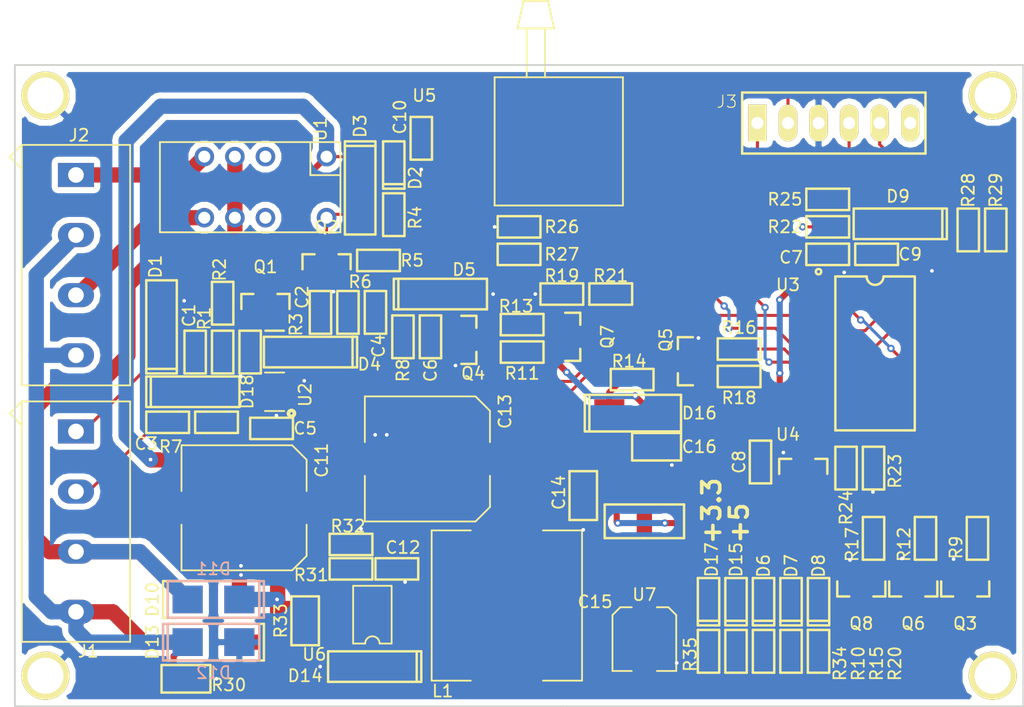
<source format=kicad_pcb>
(kicad_pcb (version 20171130) (host pcbnew 5.0.0-fee4fd1~66~ubuntu18.04.1)

  (general
    (thickness 1.6)
    (drawings 9)
    (tracks 476)
    (zones 0)
    (modules 92)
    (nets 73)
  )

  (page A4)
  (layers
    (0 F.Cu signal)
    (31 B.Cu signal)
    (32 B.Adhes user)
    (33 F.Adhes user)
    (34 B.Paste user)
    (35 F.Paste user)
    (36 B.SilkS user)
    (37 F.SilkS user)
    (38 B.Mask user)
    (39 F.Mask user)
    (40 Dwgs.User user)
    (41 Cmts.User user)
    (42 Eco1.User user)
    (43 Eco2.User user)
    (44 Edge.Cuts user)
    (45 Margin user)
    (46 B.CrtYd user)
    (47 F.CrtYd user)
    (48 B.Fab user)
    (49 F.Fab user)
  )

  (setup
    (last_trace_width 0.508)
    (user_trace_width 0.2032)
    (user_trace_width 0.254)
    (user_trace_width 0.508)
    (user_trace_width 1.27)
    (trace_clearance 0.2032)
    (zone_clearance 0.508)
    (zone_45_only no)
    (trace_min 0.2032)
    (segment_width 0.2)
    (edge_width 0.15)
    (via_size 0.6096)
    (via_drill 0.3048)
    (via_min_size 0.6096)
    (via_min_drill 0.3048)
    (user_via 0.6096 0.3048)
    (uvia_size 0.3)
    (uvia_drill 0.1)
    (uvias_allowed no)
    (uvia_min_size 0.2)
    (uvia_min_drill 0.1)
    (pcb_text_width 0.3)
    (pcb_text_size 1.5 1.5)
    (mod_edge_width 0.15)
    (mod_text_size 1 1)
    (mod_text_width 0.15)
    (pad_size 1.524 1.524)
    (pad_drill 0.762)
    (pad_to_mask_clearance 0.2)
    (aux_axis_origin 0 0)
    (visible_elements FFFDFB7F)
    (pcbplotparams
      (layerselection 0x010fc_ffffffff)
      (usegerberextensions true)
      (usegerberattributes false)
      (usegerberadvancedattributes false)
      (creategerberjobfile false)
      (excludeedgelayer true)
      (linewidth 0.100000)
      (plotframeref false)
      (viasonmask false)
      (mode 1)
      (useauxorigin false)
      (hpglpennumber 1)
      (hpglpenspeed 20)
      (hpglpendiameter 15.000000)
      (psnegative false)
      (psa4output false)
      (plotreference true)
      (plotvalue false)
      (plotinvisibletext false)
      (padsonsilk false)
      (subtractmaskfromsilk false)
      (outputformat 1)
      (mirror false)
      (drillshape 0)
      (scaleselection 1)
      (outputdirectory "Gerbers/"))
  )

  (net 0 "")
  (net 1 /RF_IN)
  (net 2 "Net-(C1-Pad2)")
  (net 3 GND)
  (net 4 "Net-(C2-Pad1)")
  (net 5 "Net-(C3-Pad1)")
  (net 6 /RF_OUT)
  (net 7 "Net-(C4-Pad2)")
  (net 8 +5V)
  (net 9 "Net-(C6-Pad1)")
  (net 10 +3V3)
  (net 11 "Net-(C9-Pad1)")
  (net 12 /Power/VIN)
  (net 13 "Net-(C12-Pad1)")
  (net 14 "Net-(D2-PadC)")
  (net 15 "Net-(D3-PadA)")
  (net 16 "Net-(D4-PadA)")
  (net 17 "Net-(D6-PadC)")
  (net 18 "Net-(D7-PadC)")
  (net 19 "Net-(D8-PadC)")
  (net 20 /MCLR)
  (net 21 /VIN_AC)
  (net 22 /VIN_GND)
  (net 23 "Net-(D14-PadC)")
  (net 24 "Net-(D15-PadC)")
  (net 25 "Net-(D17-PadC)")
  (net 26 /SW_24V_2)
  (net 27 /SW_24V_1)
  (net 28 "Net-(J3-Pad2)")
  (net 29 /ICSPDAT)
  (net 30 /ICSPCLK)
  (net 31 "Net-(J3-Pad6)")
  (net 32 "Net-(Q2-PadG)")
  (net 33 "Net-(Q3-PadG)")
  (net 34 "Net-(Q3-PadD)")
  (net 35 "Net-(Q4-Pad3)")
  (net 36 "Net-(Q5-Pad1)")
  (net 37 "Net-(Q5-Pad3)")
  (net 38 "Net-(Q6-PadD)")
  (net 39 "Net-(Q6-PadG)")
  (net 40 "Net-(Q7-Pad1)")
  (net 41 "Net-(Q7-Pad3)")
  (net 42 "Net-(Q8-PadG)")
  (net 43 "Net-(Q8-PadD)")
  (net 44 "Net-(R7-Pad2)")
  (net 45 /GPIO1)
  (net 46 /GPIO2)
  (net 47 /UART_TX)
  (net 48 /GPIO3)
  (net 49 /UART_RX)
  (net 50 /V_Temp)
  (net 51 "Net-(R24-Pad2)")
  (net 52 "Net-(R26-Pad1)")
  (net 53 /AN4)
  (net 54 "Net-(R28-Pad1)")
  (net 55 "Net-(R29-Pad1)")
  (net 56 "Net-(R31-Pad2)")
  (net 57 "Net-(R33-Pad2)")
  (net 58 "Net-(U1-Pad3)")
  (net 59 "Net-(U1-Pad10)")
  (net 60 /CLKOUT)
  (net 61 /SPI_SCLK)
  (net 62 /I2C_SDA)
  (net 63 /SPI_MISO)
  (net 64 /SPI_nCS)
  (net 65 /SPI_MOSI)
  (net 66 /SW_1)
  (net 67 /I2C_SCL)
  (net 68 "Net-(U5-Pad1)")
  (net 69 "Net-(U5-Pad8)")
  (net 70 "Net-(U5-Pad7)")
  (net 71 "Net-(U5-Pad6)")
  (net 72 "Net-(U5-Pad5)")

  (net_class Default "This is the default net class."
    (clearance 0.2032)
    (trace_width 0.254)
    (via_dia 0.6096)
    (via_drill 0.3048)
    (uvia_dia 0.3)
    (uvia_drill 0.1)
    (diff_pair_gap 0.2032)
    (diff_pair_width 0.2032)
    (add_net +3V3)
    (add_net +5V)
    (add_net /AN4)
    (add_net /CLKOUT)
    (add_net /GPIO1)
    (add_net /GPIO2)
    (add_net /GPIO3)
    (add_net /I2C_SCL)
    (add_net /I2C_SDA)
    (add_net /ICSPCLK)
    (add_net /ICSPDAT)
    (add_net /MCLR)
    (add_net /Power/VIN)
    (add_net /RF_IN)
    (add_net /RF_OUT)
    (add_net /SPI_MISO)
    (add_net /SPI_MOSI)
    (add_net /SPI_SCLK)
    (add_net /SPI_nCS)
    (add_net /SW_1)
    (add_net /SW_24V_1)
    (add_net /SW_24V_2)
    (add_net /UART_RX)
    (add_net /UART_TX)
    (add_net /VIN_AC)
    (add_net /VIN_GND)
    (add_net /V_Temp)
    (add_net GND)
    (add_net "Net-(C1-Pad2)")
    (add_net "Net-(C12-Pad1)")
    (add_net "Net-(C2-Pad1)")
    (add_net "Net-(C3-Pad1)")
    (add_net "Net-(C4-Pad2)")
    (add_net "Net-(C6-Pad1)")
    (add_net "Net-(C9-Pad1)")
    (add_net "Net-(D14-PadC)")
    (add_net "Net-(D15-PadC)")
    (add_net "Net-(D17-PadC)")
    (add_net "Net-(D2-PadC)")
    (add_net "Net-(D3-PadA)")
    (add_net "Net-(D4-PadA)")
    (add_net "Net-(D6-PadC)")
    (add_net "Net-(D7-PadC)")
    (add_net "Net-(D8-PadC)")
    (add_net "Net-(J3-Pad2)")
    (add_net "Net-(J3-Pad6)")
    (add_net "Net-(Q2-PadG)")
    (add_net "Net-(Q3-PadD)")
    (add_net "Net-(Q3-PadG)")
    (add_net "Net-(Q4-Pad3)")
    (add_net "Net-(Q5-Pad1)")
    (add_net "Net-(Q5-Pad3)")
    (add_net "Net-(Q6-PadD)")
    (add_net "Net-(Q6-PadG)")
    (add_net "Net-(Q7-Pad1)")
    (add_net "Net-(Q7-Pad3)")
    (add_net "Net-(Q8-PadD)")
    (add_net "Net-(Q8-PadG)")
    (add_net "Net-(R24-Pad2)")
    (add_net "Net-(R26-Pad1)")
    (add_net "Net-(R28-Pad1)")
    (add_net "Net-(R29-Pad1)")
    (add_net "Net-(R31-Pad2)")
    (add_net "Net-(R33-Pad2)")
    (add_net "Net-(R7-Pad2)")
    (add_net "Net-(U1-Pad10)")
    (add_net "Net-(U1-Pad3)")
    (add_net "Net-(U5-Pad1)")
    (add_net "Net-(U5-Pad5)")
    (add_net "Net-(U5-Pad6)")
    (add_net "Net-(U5-Pad7)")
    (add_net "Net-(U5-Pad8)")
  )

  (net_class Power ""
    (clearance 0.381)
    (trace_width 1.27)
    (via_dia 0.6096)
    (via_drill 0.3048)
    (uvia_dia 0.3)
    (uvia_drill 0.1)
    (diff_pair_gap 0.2032)
    (diff_pair_width 0.2032)
  )

  (module passives:C0603 (layer F.Cu) (tedit 5C26AF8B) (tstamp 5C2689D5)
    (at 27.686 56.896 90)
    (path /5C244A46)
    (fp_text reference C1 (at 3.048 -0.508 90) (layer F.SilkS)
      (effects (font (size 1 1) (thickness 0.15)))
    )
    (fp_text value CAP_0603 (at 0 2.032 90) (layer F.SilkS) hide
      (effects (font (size 1 1) (thickness 0.15)))
    )
    (fp_line (start -1.778 0.889) (end -1.778 -0.889) (layer F.SilkS) (width 0.2032))
    (fp_line (start 1.778 0.889) (end -1.778 0.889) (layer F.SilkS) (width 0.2032))
    (fp_line (start 1.778 -0.889) (end 1.778 0.889) (layer F.SilkS) (width 0.2032))
    (fp_line (start -1.778 -0.889) (end 1.778 -0.889) (layer F.SilkS) (width 0.2032))
    (pad 1 smd rect (at -0.825 0 90) (size 1 0.95) (layers F.Cu F.Paste F.Mask)
      (net 1 /RF_IN))
    (pad 2 smd rect (at 0.825 0 90) (size 1 0.95) (layers F.Cu F.Paste F.Mask)
      (net 2 "Net-(C1-Pad2)"))
  )

  (module passives:C0603 (layer F.Cu) (tedit 5C26B02E) (tstamp 5C2689DF)
    (at 38.1 53.594 90)
    (path /5C2451FC)
    (fp_text reference C2 (at 1.27 -1.524 90) (layer F.SilkS)
      (effects (font (size 1 1) (thickness 0.15)))
    )
    (fp_text value CAP_0603 (at 0 2.032 90) (layer F.SilkS) hide
      (effects (font (size 1 1) (thickness 0.15)))
    )
    (fp_line (start -1.778 -0.889) (end 1.778 -0.889) (layer F.SilkS) (width 0.2032))
    (fp_line (start 1.778 -0.889) (end 1.778 0.889) (layer F.SilkS) (width 0.2032))
    (fp_line (start 1.778 0.889) (end -1.778 0.889) (layer F.SilkS) (width 0.2032))
    (fp_line (start -1.778 0.889) (end -1.778 -0.889) (layer F.SilkS) (width 0.2032))
    (pad 2 smd rect (at 0.825 0 90) (size 1 0.95) (layers F.Cu F.Paste F.Mask)
      (net 3 GND))
    (pad 1 smd rect (at -0.825 0 90) (size 1 0.95) (layers F.Cu F.Paste F.Mask)
      (net 4 "Net-(C2-Pad1)"))
  )

  (module passives:C0603 (layer F.Cu) (tedit 5C26AF9D) (tstamp 5C2689E9)
    (at 25.4 62.738 180)
    (path /5C345F2F)
    (fp_text reference C3 (at 1.778 -1.778 180) (layer F.SilkS)
      (effects (font (size 1 1) (thickness 0.15)))
    )
    (fp_text value CAP_0603 (at 0 2.032 180) (layer F.SilkS) hide
      (effects (font (size 1 1) (thickness 0.15)))
    )
    (fp_line (start -1.778 0.889) (end -1.778 -0.889) (layer F.SilkS) (width 0.2032))
    (fp_line (start 1.778 0.889) (end -1.778 0.889) (layer F.SilkS) (width 0.2032))
    (fp_line (start 1.778 -0.889) (end 1.778 0.889) (layer F.SilkS) (width 0.2032))
    (fp_line (start -1.778 -0.889) (end 1.778 -0.889) (layer F.SilkS) (width 0.2032))
    (pad 1 smd rect (at -0.825 0 180) (size 1 0.95) (layers F.Cu F.Paste F.Mask)
      (net 5 "Net-(C3-Pad1)"))
    (pad 2 smd rect (at 0.825 0 180) (size 1 0.95) (layers F.Cu F.Paste F.Mask)
      (net 6 /RF_OUT))
  )

  (module passives:C0603 (layer F.Cu) (tedit 5C26B00B) (tstamp 5C2689F3)
    (at 42.672 53.594 90)
    (path /5C2451C6)
    (fp_text reference C4 (at -2.794 0.254 90) (layer F.SilkS)
      (effects (font (size 1 1) (thickness 0.15)))
    )
    (fp_text value CAP_0603 (at 0 2.032 90) (layer F.SilkS) hide
      (effects (font (size 1 1) (thickness 0.15)))
    )
    (fp_line (start -1.778 0.889) (end -1.778 -0.889) (layer F.SilkS) (width 0.2032))
    (fp_line (start 1.778 0.889) (end -1.778 0.889) (layer F.SilkS) (width 0.2032))
    (fp_line (start 1.778 -0.889) (end 1.778 0.889) (layer F.SilkS) (width 0.2032))
    (fp_line (start -1.778 -0.889) (end 1.778 -0.889) (layer F.SilkS) (width 0.2032))
    (pad 1 smd rect (at -0.825 0 90) (size 1 0.95) (layers F.Cu F.Paste F.Mask)
      (net 4 "Net-(C2-Pad1)"))
    (pad 2 smd rect (at 0.825 0 90) (size 1 0.95) (layers F.Cu F.Paste F.Mask)
      (net 7 "Net-(C4-Pad2)"))
  )

  (module passives:C0603 (layer F.Cu) (tedit 5C26AFB1) (tstamp 5C2689FD)
    (at 34.036 63.246)
    (path /5C32C178)
    (fp_text reference C5 (at 2.794 0) (layer F.SilkS)
      (effects (font (size 1 1) (thickness 0.15)))
    )
    (fp_text value CAP_0603 (at 0 2.032) (layer F.SilkS) hide
      (effects (font (size 1 1) (thickness 0.15)))
    )
    (fp_line (start -1.778 -0.889) (end 1.778 -0.889) (layer F.SilkS) (width 0.2032))
    (fp_line (start 1.778 -0.889) (end 1.778 0.889) (layer F.SilkS) (width 0.2032))
    (fp_line (start 1.778 0.889) (end -1.778 0.889) (layer F.SilkS) (width 0.2032))
    (fp_line (start -1.778 0.889) (end -1.778 -0.889) (layer F.SilkS) (width 0.2032))
    (pad 2 smd rect (at 0.825 0) (size 1 0.95) (layers F.Cu F.Paste F.Mask)
      (net 3 GND))
    (pad 1 smd rect (at -0.825 0) (size 1 0.95) (layers F.Cu F.Paste F.Mask)
      (net 8 +5V))
  )

  (module passives:C0603 (layer F.Cu) (tedit 5C26B018) (tstamp 5C268A07)
    (at 47.244 55.626 90)
    (path /5C245389)
    (fp_text reference C6 (at -2.794 0 90) (layer F.SilkS)
      (effects (font (size 1 1) (thickness 0.15)))
    )
    (fp_text value CAP_0603 (at 0 2.032 90) (layer F.SilkS) hide
      (effects (font (size 1 1) (thickness 0.15)))
    )
    (fp_line (start -1.778 -0.889) (end 1.778 -0.889) (layer F.SilkS) (width 0.2032))
    (fp_line (start 1.778 -0.889) (end 1.778 0.889) (layer F.SilkS) (width 0.2032))
    (fp_line (start 1.778 0.889) (end -1.778 0.889) (layer F.SilkS) (width 0.2032))
    (fp_line (start -1.778 0.889) (end -1.778 -0.889) (layer F.SilkS) (width 0.2032))
    (pad 2 smd rect (at 0.825 0 90) (size 1 0.95) (layers F.Cu F.Paste F.Mask)
      (net 3 GND))
    (pad 1 smd rect (at -0.825 0 90) (size 1 0.95) (layers F.Cu F.Paste F.Mask)
      (net 9 "Net-(C6-Pad1)"))
  )

  (module passives:C0603 (layer F.Cu) (tedit 5C26B148) (tstamp 5C268A11)
    (at 80.264 48.768 180)
    (path /5A193A7B)
    (fp_text reference C7 (at 3.048 -0.254 180) (layer F.SilkS)
      (effects (font (size 1 1) (thickness 0.15)))
    )
    (fp_text value CAP_0603 (at 0 2.032 180) (layer F.SilkS) hide
      (effects (font (size 1 1) (thickness 0.15)))
    )
    (fp_line (start -1.778 -0.889) (end 1.778 -0.889) (layer F.SilkS) (width 0.2032))
    (fp_line (start 1.778 -0.889) (end 1.778 0.889) (layer F.SilkS) (width 0.2032))
    (fp_line (start 1.778 0.889) (end -1.778 0.889) (layer F.SilkS) (width 0.2032))
    (fp_line (start -1.778 0.889) (end -1.778 -0.889) (layer F.SilkS) (width 0.2032))
    (pad 2 smd rect (at 0.825 0 180) (size 1 0.95) (layers F.Cu F.Paste F.Mask)
      (net 10 +3V3))
    (pad 1 smd rect (at -0.825 0 180) (size 1 0.95) (layers F.Cu F.Paste F.Mask)
      (net 3 GND))
  )

  (module passives:C0603 (layer F.Cu) (tedit 5C26B125) (tstamp 5C268A1B)
    (at 74.676 66.04 270)
    (path /5A1D0284)
    (fp_text reference C8 (at 0 1.778 270) (layer F.SilkS)
      (effects (font (size 1 1) (thickness 0.15)))
    )
    (fp_text value CAP_0603 (at 0 2.032 270) (layer F.SilkS) hide
      (effects (font (size 1 1) (thickness 0.15)))
    )
    (fp_line (start -1.778 0.889) (end -1.778 -0.889) (layer F.SilkS) (width 0.2032))
    (fp_line (start 1.778 0.889) (end -1.778 0.889) (layer F.SilkS) (width 0.2032))
    (fp_line (start 1.778 -0.889) (end 1.778 0.889) (layer F.SilkS) (width 0.2032))
    (fp_line (start -1.778 -0.889) (end 1.778 -0.889) (layer F.SilkS) (width 0.2032))
    (pad 1 smd rect (at -0.825 0 270) (size 1 0.95) (layers F.Cu F.Paste F.Mask)
      (net 3 GND))
    (pad 2 smd rect (at 0.825 0 270) (size 1 0.95) (layers F.Cu F.Paste F.Mask)
      (net 8 +5V))
  )

  (module passives:C0603 (layer F.Cu) (tedit 5C26B142) (tstamp 5C268A25)
    (at 84.328 48.768 180)
    (path /5A193F1F)
    (fp_text reference C9 (at -2.794 0 180) (layer F.SilkS)
      (effects (font (size 1 1) (thickness 0.15)))
    )
    (fp_text value CAP_0603 (at 0 2.032 180) (layer F.SilkS) hide
      (effects (font (size 1 1) (thickness 0.15)))
    )
    (fp_line (start -1.778 0.889) (end -1.778 -0.889) (layer F.SilkS) (width 0.2032))
    (fp_line (start 1.778 0.889) (end -1.778 0.889) (layer F.SilkS) (width 0.2032))
    (fp_line (start 1.778 -0.889) (end 1.778 0.889) (layer F.SilkS) (width 0.2032))
    (fp_line (start -1.778 -0.889) (end 1.778 -0.889) (layer F.SilkS) (width 0.2032))
    (pad 1 smd rect (at -0.825 0 180) (size 1 0.95) (layers F.Cu F.Paste F.Mask)
      (net 11 "Net-(C9-Pad1)"))
    (pad 2 smd rect (at 0.825 0 180) (size 1 0.95) (layers F.Cu F.Paste F.Mask)
      (net 3 GND))
  )

  (module passives:C0603 (layer F.Cu) (tedit 5C26B0B6) (tstamp 5C268A2F)
    (at 46.482 39.116 90)
    (path /5A19361A)
    (fp_text reference C10 (at 1.778 -1.778 90) (layer F.SilkS)
      (effects (font (size 1 1) (thickness 0.15)))
    )
    (fp_text value CAP_0603 (at 0 2.032 90) (layer F.SilkS) hide
      (effects (font (size 1 1) (thickness 0.15)))
    )
    (fp_line (start -1.778 -0.889) (end 1.778 -0.889) (layer F.SilkS) (width 0.2032))
    (fp_line (start 1.778 -0.889) (end 1.778 0.889) (layer F.SilkS) (width 0.2032))
    (fp_line (start 1.778 0.889) (end -1.778 0.889) (layer F.SilkS) (width 0.2032))
    (fp_line (start -1.778 0.889) (end -1.778 -0.889) (layer F.SilkS) (width 0.2032))
    (pad 2 smd rect (at 0.825 0 90) (size 1 0.95) (layers F.Cu F.Paste F.Mask)
      (net 8 +5V))
    (pad 1 smd rect (at -0.825 0 90) (size 1 0.95) (layers F.Cu F.Paste F.Mask)
      (net 3 GND))
  )

  (module passives:CAP_ELEC_10mm (layer F.Cu) (tedit 5A1A069D) (tstamp 5C268A3E)
    (at 31.75 69.85 270)
    (path /5C247DD6/5A1A0877)
    (fp_text reference C11 (at -3.95 -6.45 270) (layer F.SilkS)
      (effects (font (size 1 1) (thickness 0.15)))
    )
    (fp_text value CAP_ELEC (at 0.15 -7.8 270) (layer F.Fab)
      (effects (font (size 1 1) (thickness 0.15)))
    )
    (fp_line (start -5.2 5.2) (end -1.4 5.2) (layer F.SilkS) (width 0.15))
    (fp_line (start -4 -5.2) (end -1.4 -5.2) (layer F.SilkS) (width 0.15))
    (fp_line (start -5.2 -4) (end -4 -5.2) (layer F.SilkS) (width 0.15))
    (fp_line (start -5.2 5.2) (end -5.2 -4) (layer F.SilkS) (width 0.15))
    (fp_line (start 4 -5.2) (end 1.4 -5.2) (layer F.SilkS) (width 0.15))
    (fp_line (start 5.2 -4) (end 4 -5.2) (layer F.SilkS) (width 0.15))
    (fp_line (start 5.2 5.2) (end 5.2 -4) (layer F.SilkS) (width 0.15))
    (fp_line (start 4.2 5.2) (end 5.2 5.2) (layer F.SilkS) (width 0.15))
    (fp_line (start 1.4 5.2) (end 4.2 5.2) (layer F.SilkS) (width 0.15))
    (pad 2 smd rect (at 0 4.35 270) (size 2 4.6) (layers F.Cu F.Paste F.Mask)
      (net 3 GND))
    (pad 1 smd rect (at 0 -4.35 270) (size 2 4.6) (layers F.Cu F.Paste F.Mask)
      (net 12 /Power/VIN))
  )

  (module passives:C0603 (layer F.Cu) (tedit 5C26B242) (tstamp 5C268A48)
    (at 44.45 74.93)
    (path /5C247DD6/5A1A77D9)
    (fp_text reference C12 (at 0.508 -1.778) (layer F.SilkS)
      (effects (font (size 1 1) (thickness 0.15)))
    )
    (fp_text value CAP_0603 (at 0 2.032) (layer F.SilkS) hide
      (effects (font (size 1 1) (thickness 0.15)))
    )
    (fp_line (start -1.778 -0.889) (end 1.778 -0.889) (layer F.SilkS) (width 0.2032))
    (fp_line (start 1.778 -0.889) (end 1.778 0.889) (layer F.SilkS) (width 0.2032))
    (fp_line (start 1.778 0.889) (end -1.778 0.889) (layer F.SilkS) (width 0.2032))
    (fp_line (start -1.778 0.889) (end -1.778 -0.889) (layer F.SilkS) (width 0.2032))
    (pad 2 smd rect (at 0.825 0) (size 1 0.95) (layers F.Cu F.Paste F.Mask)
      (net 3 GND))
    (pad 1 smd rect (at -0.825 0) (size 1 0.95) (layers F.Cu F.Paste F.Mask)
      (net 13 "Net-(C12-Pad1)"))
  )

  (module passives:CAP_ELEC_10mm (layer F.Cu) (tedit 5A1A069D) (tstamp 5C268A57)
    (at 46.99 65.786 270)
    (path /5C247DD6/5A1A44A9)
    (fp_text reference C13 (at -3.95 -6.45 270) (layer F.SilkS)
      (effects (font (size 1 1) (thickness 0.15)))
    )
    (fp_text value CAP_ELEC (at 0.15 -7.8 270) (layer F.Fab)
      (effects (font (size 1 1) (thickness 0.15)))
    )
    (fp_line (start 1.4 5.2) (end 4.2 5.2) (layer F.SilkS) (width 0.15))
    (fp_line (start 4.2 5.2) (end 5.2 5.2) (layer F.SilkS) (width 0.15))
    (fp_line (start 5.2 5.2) (end 5.2 -4) (layer F.SilkS) (width 0.15))
    (fp_line (start 5.2 -4) (end 4 -5.2) (layer F.SilkS) (width 0.15))
    (fp_line (start 4 -5.2) (end 1.4 -5.2) (layer F.SilkS) (width 0.15))
    (fp_line (start -5.2 5.2) (end -5.2 -4) (layer F.SilkS) (width 0.15))
    (fp_line (start -5.2 -4) (end -4 -5.2) (layer F.SilkS) (width 0.15))
    (fp_line (start -4 -5.2) (end -1.4 -5.2) (layer F.SilkS) (width 0.15))
    (fp_line (start -5.2 5.2) (end -1.4 5.2) (layer F.SilkS) (width 0.15))
    (pad 1 smd rect (at 0 -4.35 270) (size 2 4.6) (layers F.Cu F.Paste F.Mask)
      (net 8 +5V))
    (pad 2 smd rect (at 0 4.35 270) (size 2 4.6) (layers F.Cu F.Paste F.Mask)
      (net 3 GND))
  )

  (module passives:C0805 (layer F.Cu) (tedit 5C26B0FA) (tstamp 5C268A61)
    (at 59.944 68.834 270)
    (path /5C247DD6/5A1A04C5)
    (fp_text reference C14 (at -0.254 2.032 270) (layer F.SilkS)
      (effects (font (size 1 1) (thickness 0.15)))
    )
    (fp_text value CAP_0805 (at 0 2.032 270) (layer F.SilkS) hide
      (effects (font (size 1 1) (thickness 0.15)))
    )
    (fp_line (start -2.032 -1.143) (end 2.032 -1.143) (layer F.SilkS) (width 0.2032))
    (fp_line (start 2.032 -1.143) (end 2.032 1.143) (layer F.SilkS) (width 0.2032))
    (fp_line (start 2.032 1.143) (end -2.032 1.143) (layer F.SilkS) (width 0.2032))
    (fp_line (start -2.032 1.143) (end -2.032 -1.143) (layer F.SilkS) (width 0.2032))
    (pad 2 smd rect (at 1.025 0 270) (size 1.15 1.45) (layers F.Cu F.Paste F.Mask)
      (net 3 GND))
    (pad 1 smd rect (at -1.025 0 270) (size 1.15 1.45) (layers F.Cu F.Paste F.Mask)
      (net 8 +5V))
  )

  (module passives:CAP_ELEC_5mm (layer F.Cu) (tedit 5A19FFF8) (tstamp 5C268A70)
    (at 65.024 80.772)
    (path /5C247DD6/5A1A0108)
    (fp_text reference C15 (at -4.1 -3.1) (layer F.SilkS)
      (effects (font (size 1 1) (thickness 0.15)))
    )
    (fp_text value CAP_ELEC (at 0.2 -4.4) (layer F.Fab)
      (effects (font (size 1 1) (thickness 0.15)))
    )
    (fp_line (start 2.65 2.65) (end 1.05 2.65) (layer F.SilkS) (width 0.15))
    (fp_line (start -2.65 2.65) (end -1.05 2.65) (layer F.SilkS) (width 0.15))
    (fp_line (start -2.65 2.65) (end -2.65 -2) (layer F.SilkS) (width 0.15))
    (fp_line (start -2.65 -2) (end -2 -2.65) (layer F.SilkS) (width 0.15))
    (fp_line (start -2 -2.65) (end -1.05 -2.65) (layer F.SilkS) (width 0.15))
    (fp_line (start 2.65 2.65) (end 2.65 -2) (layer F.SilkS) (width 0.15))
    (fp_line (start 2.65 -2) (end 2 -2.65) (layer F.SilkS) (width 0.15))
    (fp_line (start 2 -2.65) (end 1.05 -2.65) (layer F.SilkS) (width 0.15))
    (fp_line (start 1.05 -2.65) (end 1.1 -2.65) (layer F.SilkS) (width 0.15))
    (pad 1 smd rect (at 0 -2) (size 1.5 3) (layers F.Cu F.Paste F.Mask)
      (net 10 +3V3))
    (pad 2 smd rect (at 0 2) (size 1.5 3) (layers F.Cu F.Paste F.Mask)
      (net 3 GND))
  )

  (module passives:C0805 (layer F.Cu) (tedit 5C26B11A) (tstamp 5C268A7A)
    (at 66.04 64.77)
    (path /5C247DD6/5A1A0238)
    (fp_text reference C16 (at 3.556 0) (layer F.SilkS)
      (effects (font (size 1 1) (thickness 0.15)))
    )
    (fp_text value CAP_0805 (at 0 2.032) (layer F.SilkS) hide
      (effects (font (size 1 1) (thickness 0.15)))
    )
    (fp_line (start -2.032 1.143) (end -2.032 -1.143) (layer F.SilkS) (width 0.2032))
    (fp_line (start 2.032 1.143) (end -2.032 1.143) (layer F.SilkS) (width 0.2032))
    (fp_line (start 2.032 -1.143) (end 2.032 1.143) (layer F.SilkS) (width 0.2032))
    (fp_line (start -2.032 -1.143) (end 2.032 -1.143) (layer F.SilkS) (width 0.2032))
    (pad 1 smd rect (at -1.025 0) (size 1.15 1.45) (layers F.Cu F.Paste F.Mask)
      (net 10 +3V3))
    (pad 2 smd rect (at 1.025 0) (size 1.15 1.45) (layers F.Cu F.Paste F.Mask)
      (net 3 GND))
  )

  (module diodes:SMA (layer F.Cu) (tedit 5C26AF86) (tstamp 5C268A87)
    (at 24.892 54.61 270)
    (path /5C265996)
    (fp_text reference D1 (at -4.826 0.508 270) (layer F.SilkS)
      (effects (font (size 1 1) (thickness 0.15)))
    )
    (fp_text value Zener_SMA (at 0 2.286 270) (layer F.SilkS) hide
      (effects (font (size 1 1) (thickness 0.15)))
    )
    (fp_line (start -3.683 1.27) (end -3.683 -1.27) (layer F.SilkS) (width 0.2032))
    (fp_line (start 3.683 1.27) (end -3.683 1.27) (layer F.SilkS) (width 0.2032))
    (fp_line (start 3.683 -1.27) (end 3.683 1.27) (layer F.SilkS) (width 0.2032))
    (fp_line (start -3.683 -1.27) (end 3.683 -1.27) (layer F.SilkS) (width 0.2032))
    (fp_line (start 4.064 1.27) (end 3.683 1.27) (layer F.SilkS) (width 0.2032))
    (fp_line (start 4.064 -1.27) (end 4.064 1.27) (layer F.SilkS) (width 0.2032))
    (fp_line (start 3.683 -1.27) (end 4.064 -1.27) (layer F.SilkS) (width 0.2032))
    (pad A smd rect (at -2 0 270) (size 2.5 1.7) (layers F.Cu F.Paste F.Mask)
      (net 3 GND))
    (pad C smd rect (at 2 0 270) (size 2.5 1.7) (layers F.Cu F.Paste F.Mask)
      (net 2 "Net-(C1-Pad2)"))
  )

  (module diodes:D0603 (layer F.Cu) (tedit 5C26B09F) (tstamp 5C268A94)
    (at 44.196 41.148 270)
    (path /5A1FB158)
    (fp_text reference D2 (at 1.27 -1.778 270) (layer F.SilkS)
      (effects (font (size 1 1) (thickness 0.15)))
    )
    (fp_text value LED_0603 (at 0 2.032 270) (layer F.SilkS) hide
      (effects (font (size 1 1) (thickness 0.15)))
    )
    (fp_line (start -1.778 0.889) (end -1.778 -0.889) (layer F.SilkS) (width 0.2032))
    (fp_line (start 1.778 0.889) (end -1.778 0.889) (layer F.SilkS) (width 0.2032))
    (fp_line (start 1.778 -0.889) (end 1.778 0.889) (layer F.SilkS) (width 0.2032))
    (fp_line (start -1.778 -0.889) (end 1.778 -0.889) (layer F.SilkS) (width 0.2032))
    (fp_line (start 2.159 0.889) (end 1.778 0.889) (layer F.SilkS) (width 0.2032))
    (fp_line (start 2.159 -0.889) (end 2.159 0.889) (layer F.SilkS) (width 0.2032))
    (fp_line (start 1.778 -0.889) (end 2.159 -0.889) (layer F.SilkS) (width 0.2032))
    (pad A smd rect (at -0.825 0 270) (size 1 0.95) (layers F.Cu F.Paste F.Mask)
      (net 8 +5V))
    (pad C smd rect (at 0.825 0 270) (size 1 0.95) (layers F.Cu F.Paste F.Mask)
      (net 14 "Net-(D2-PadC)"))
  )

  (module diodes:SMA (layer F.Cu) (tedit 5C26B0B1) (tstamp 5C268AA1)
    (at 41.402 43.434 90)
    (path /5A1D31B5)
    (fp_text reference D3 (at 5.334 0 90) (layer F.SilkS)
      (effects (font (size 1 1) (thickness 0.15)))
    )
    (fp_text value Schottky_SMA (at 0 2.286 90) (layer F.SilkS) hide
      (effects (font (size 1 1) (thickness 0.15)))
    )
    (fp_line (start -3.683 1.27) (end -3.683 -1.27) (layer F.SilkS) (width 0.2032))
    (fp_line (start 3.683 1.27) (end -3.683 1.27) (layer F.SilkS) (width 0.2032))
    (fp_line (start 3.683 -1.27) (end 3.683 1.27) (layer F.SilkS) (width 0.2032))
    (fp_line (start -3.683 -1.27) (end 3.683 -1.27) (layer F.SilkS) (width 0.2032))
    (fp_line (start 4.064 1.27) (end 3.683 1.27) (layer F.SilkS) (width 0.2032))
    (fp_line (start 4.064 -1.27) (end 4.064 1.27) (layer F.SilkS) (width 0.2032))
    (fp_line (start 3.683 -1.27) (end 4.064 -1.27) (layer F.SilkS) (width 0.2032))
    (pad A smd rect (at -2 0 90) (size 2.5 1.7) (layers F.Cu F.Paste F.Mask)
      (net 15 "Net-(D3-PadA)"))
    (pad C smd rect (at 2 0 90) (size 2.5 1.7) (layers F.Cu F.Paste F.Mask)
      (net 8 +5V))
  )

  (module diodes:SMA (layer F.Cu) (tedit 5C26AFED) (tstamp 5C268AAE)
    (at 37.084 56.896)
    (path /5C245171)
    (fp_text reference D4 (at 5.08 1.016) (layer F.SilkS)
      (effects (font (size 1 1) (thickness 0.15)))
    )
    (fp_text value Diode_SMA (at 0 2.286) (layer F.SilkS) hide
      (effects (font (size 1 1) (thickness 0.15)))
    )
    (fp_line (start 3.683 -1.27) (end 4.064 -1.27) (layer F.SilkS) (width 0.2032))
    (fp_line (start 4.064 -1.27) (end 4.064 1.27) (layer F.SilkS) (width 0.2032))
    (fp_line (start 4.064 1.27) (end 3.683 1.27) (layer F.SilkS) (width 0.2032))
    (fp_line (start -3.683 -1.27) (end 3.683 -1.27) (layer F.SilkS) (width 0.2032))
    (fp_line (start 3.683 -1.27) (end 3.683 1.27) (layer F.SilkS) (width 0.2032))
    (fp_line (start 3.683 1.27) (end -3.683 1.27) (layer F.SilkS) (width 0.2032))
    (fp_line (start -3.683 1.27) (end -3.683 -1.27) (layer F.SilkS) (width 0.2032))
    (pad C smd rect (at 2 0) (size 2.5 1.7) (layers F.Cu F.Paste F.Mask)
      (net 4 "Net-(C2-Pad1)"))
    (pad A smd rect (at -2 0) (size 2.5 1.7) (layers F.Cu F.Paste F.Mask)
      (net 16 "Net-(D4-PadA)"))
  )

  (module diodes:SMA (layer F.Cu) (tedit 5C26B020) (tstamp 5C268ABB)
    (at 48.26 52.07 180)
    (path /5C2452AF)
    (fp_text reference D5 (at -1.778 2.032 180) (layer F.SilkS)
      (effects (font (size 1 1) (thickness 0.15)))
    )
    (fp_text value Diode_SMA (at 0 2.286 180) (layer F.SilkS) hide
      (effects (font (size 1 1) (thickness 0.15)))
    )
    (fp_line (start 3.683 -1.27) (end 4.064 -1.27) (layer F.SilkS) (width 0.2032))
    (fp_line (start 4.064 -1.27) (end 4.064 1.27) (layer F.SilkS) (width 0.2032))
    (fp_line (start 4.064 1.27) (end 3.683 1.27) (layer F.SilkS) (width 0.2032))
    (fp_line (start -3.683 -1.27) (end 3.683 -1.27) (layer F.SilkS) (width 0.2032))
    (fp_line (start 3.683 -1.27) (end 3.683 1.27) (layer F.SilkS) (width 0.2032))
    (fp_line (start 3.683 1.27) (end -3.683 1.27) (layer F.SilkS) (width 0.2032))
    (fp_line (start -3.683 1.27) (end -3.683 -1.27) (layer F.SilkS) (width 0.2032))
    (pad C smd rect (at 2 0 180) (size 2.5 1.7) (layers F.Cu F.Paste F.Mask)
      (net 7 "Net-(C4-Pad2)"))
    (pad A smd rect (at -2 0 180) (size 2.5 1.7) (layers F.Cu F.Paste F.Mask)
      (net 3 GND))
  )

  (module diodes:D0603 (layer F.Cu) (tedit 5C26B1CD) (tstamp 5C268AC8)
    (at 74.93 77.47 270)
    (path /5A1FAD5E)
    (fp_text reference D6 (at -2.794 0 270) (layer F.SilkS)
      (effects (font (size 1 1) (thickness 0.15)))
    )
    (fp_text value LED_0603 (at 0 2.032 270) (layer F.SilkS) hide
      (effects (font (size 1 1) (thickness 0.15)))
    )
    (fp_line (start -1.778 0.889) (end -1.778 -0.889) (layer F.SilkS) (width 0.2032))
    (fp_line (start 1.778 0.889) (end -1.778 0.889) (layer F.SilkS) (width 0.2032))
    (fp_line (start 1.778 -0.889) (end 1.778 0.889) (layer F.SilkS) (width 0.2032))
    (fp_line (start -1.778 -0.889) (end 1.778 -0.889) (layer F.SilkS) (width 0.2032))
    (fp_line (start 2.159 0.889) (end 1.778 0.889) (layer F.SilkS) (width 0.2032))
    (fp_line (start 2.159 -0.889) (end 2.159 0.889) (layer F.SilkS) (width 0.2032))
    (fp_line (start 1.778 -0.889) (end 2.159 -0.889) (layer F.SilkS) (width 0.2032))
    (pad A smd rect (at -0.825 0 270) (size 1 0.95) (layers F.Cu F.Paste F.Mask)
      (net 8 +5V))
    (pad C smd rect (at 0.825 0 270) (size 1 0.95) (layers F.Cu F.Paste F.Mask)
      (net 17 "Net-(D6-PadC)"))
  )

  (module diodes:D0603 (layer F.Cu) (tedit 5C26B1D1) (tstamp 5C268AD5)
    (at 77.216 77.47 270)
    (path /5C3748BF)
    (fp_text reference D7 (at -2.794 0 270) (layer F.SilkS)
      (effects (font (size 1 1) (thickness 0.15)))
    )
    (fp_text value LED_0603 (at 0 2.032 270) (layer F.SilkS) hide
      (effects (font (size 1 1) (thickness 0.15)))
    )
    (fp_line (start 1.778 -0.889) (end 2.159 -0.889) (layer F.SilkS) (width 0.2032))
    (fp_line (start 2.159 -0.889) (end 2.159 0.889) (layer F.SilkS) (width 0.2032))
    (fp_line (start 2.159 0.889) (end 1.778 0.889) (layer F.SilkS) (width 0.2032))
    (fp_line (start -1.778 -0.889) (end 1.778 -0.889) (layer F.SilkS) (width 0.2032))
    (fp_line (start 1.778 -0.889) (end 1.778 0.889) (layer F.SilkS) (width 0.2032))
    (fp_line (start 1.778 0.889) (end -1.778 0.889) (layer F.SilkS) (width 0.2032))
    (fp_line (start -1.778 0.889) (end -1.778 -0.889) (layer F.SilkS) (width 0.2032))
    (pad C smd rect (at 0.825 0 270) (size 1 0.95) (layers F.Cu F.Paste F.Mask)
      (net 18 "Net-(D7-PadC)"))
    (pad A smd rect (at -0.825 0 270) (size 1 0.95) (layers F.Cu F.Paste F.Mask)
      (net 8 +5V))
  )

  (module diodes:D0603 (layer F.Cu) (tedit 5C26B1D6) (tstamp 5C268AE2)
    (at 79.502 77.47 270)
    (path /5C37C9C9)
    (fp_text reference D8 (at -2.794 0 270) (layer F.SilkS)
      (effects (font (size 1 1) (thickness 0.15)))
    )
    (fp_text value LED_0603 (at 0 2.032 270) (layer F.SilkS) hide
      (effects (font (size 1 1) (thickness 0.15)))
    )
    (fp_line (start -1.778 0.889) (end -1.778 -0.889) (layer F.SilkS) (width 0.2032))
    (fp_line (start 1.778 0.889) (end -1.778 0.889) (layer F.SilkS) (width 0.2032))
    (fp_line (start 1.778 -0.889) (end 1.778 0.889) (layer F.SilkS) (width 0.2032))
    (fp_line (start -1.778 -0.889) (end 1.778 -0.889) (layer F.SilkS) (width 0.2032))
    (fp_line (start 2.159 0.889) (end 1.778 0.889) (layer F.SilkS) (width 0.2032))
    (fp_line (start 2.159 -0.889) (end 2.159 0.889) (layer F.SilkS) (width 0.2032))
    (fp_line (start 1.778 -0.889) (end 2.159 -0.889) (layer F.SilkS) (width 0.2032))
    (pad A smd rect (at -0.825 0 270) (size 1 0.95) (layers F.Cu F.Paste F.Mask)
      (net 8 +5V))
    (pad C smd rect (at 0.825 0 270) (size 1 0.95) (layers F.Cu F.Paste F.Mask)
      (net 19 "Net-(D8-PadC)"))
  )

  (module diodes:SMA (layer F.Cu) (tedit 54EA91C2) (tstamp 5C268AEF)
    (at 86.106 46.228)
    (path /5A1D2C34)
    (fp_text reference D9 (at 0 -2.286) (layer F.SilkS)
      (effects (font (size 1 1) (thickness 0.15)))
    )
    (fp_text value Schottky_SMA (at 0 2.286) (layer F.SilkS) hide
      (effects (font (size 1 1) (thickness 0.15)))
    )
    (fp_line (start -3.683 1.27) (end -3.683 -1.27) (layer F.SilkS) (width 0.2032))
    (fp_line (start 3.683 1.27) (end -3.683 1.27) (layer F.SilkS) (width 0.2032))
    (fp_line (start 3.683 -1.27) (end 3.683 1.27) (layer F.SilkS) (width 0.2032))
    (fp_line (start -3.683 -1.27) (end 3.683 -1.27) (layer F.SilkS) (width 0.2032))
    (fp_line (start 4.064 1.27) (end 3.683 1.27) (layer F.SilkS) (width 0.2032))
    (fp_line (start 4.064 -1.27) (end 4.064 1.27) (layer F.SilkS) (width 0.2032))
    (fp_line (start 3.683 -1.27) (end 4.064 -1.27) (layer F.SilkS) (width 0.2032))
    (pad A smd rect (at -2 0) (size 2.5 1.7) (layers F.Cu F.Paste F.Mask)
      (net 11 "Net-(C9-Pad1)"))
    (pad C smd rect (at 2 0) (size 2.5 1.7) (layers F.Cu F.Paste F.Mask)
      (net 20 /MCLR))
  )

  (module diodes:SMB (layer F.Cu) (tedit 5C2688D8) (tstamp 5C268AFA)
    (at 29.21 77.47 180)
    (path /5C247DD6/5A1A1ED0)
    (fp_text reference D10 (at 5.08 0 270) (layer F.SilkS)
      (effects (font (size 1 1) (thickness 0.15)))
    )
    (fp_text value Diode_SMB (at 0 2.54 180) (layer F.SilkS) hide
      (effects (font (size 1 1) (thickness 0.15)))
    )
    (fp_line (start -3.81 -1.524) (end -3.81 1.524) (layer F.SilkS) (width 0.2032))
    (fp_line (start 3.81 -1.524) (end 3.81 1.524) (layer F.SilkS) (width 0.2032))
    (fp_line (start 4.191 1.524) (end -3.81 1.524) (layer F.SilkS) (width 0.2032))
    (fp_line (start 4.191 -1.524) (end 4.191 1.524) (layer F.SilkS) (width 0.2032))
    (fp_line (start -3.81 -1.524) (end 4.191 -1.524) (layer F.SilkS) (width 0.2032))
    (pad A smd rect (at -2.15 0 180) (size 2.5 2.3) (layers F.Cu F.Paste F.Mask)
      (net 3 GND))
    (pad C smd rect (at 2.15 0 180) (size 2.5 2.3) (layers F.Cu F.Paste F.Mask)
      (net 21 /VIN_AC))
  )

  (module diodes:SMB (layer B.Cu) (tedit 5C2687EE) (tstamp 5C268B05)
    (at 29.21 77.47)
    (path /5C247DD6/5A1A1D1F)
    (fp_text reference D11 (at 0 -2.54) (layer B.SilkS)
      (effects (font (size 1 1) (thickness 0.15)) (justify mirror))
    )
    (fp_text value Diode_SMB (at 0 -2.54) (layer B.SilkS) hide
      (effects (font (size 1 1) (thickness 0.15)) (justify mirror))
    )
    (fp_line (start -3.81 1.524) (end 4.191 1.524) (layer B.SilkS) (width 0.2032))
    (fp_line (start 4.191 1.524) (end 4.191 -1.524) (layer B.SilkS) (width 0.2032))
    (fp_line (start 4.191 -1.524) (end -3.81 -1.524) (layer B.SilkS) (width 0.2032))
    (fp_line (start 3.81 1.524) (end 3.81 -1.524) (layer B.SilkS) (width 0.2032))
    (fp_line (start -3.81 1.524) (end -3.81 -1.524) (layer B.SilkS) (width 0.2032))
    (pad C smd rect (at 2.15 0) (size 2.5 2.3) (layers B.Cu B.Paste B.Mask)
      (net 12 /Power/VIN))
    (pad A smd rect (at -2.15 0) (size 2.5 2.3) (layers B.Cu B.Paste B.Mask)
      (net 21 /VIN_AC))
  )

  (module diodes:SMB (layer B.Cu) (tedit 5C2687F5) (tstamp 5C268B10)
    (at 29.21 81.026 180)
    (path /5C247DD6/5A1A1F0F)
    (fp_text reference D12 (at 0 -2.54 180) (layer B.SilkS)
      (effects (font (size 1 1) (thickness 0.15)) (justify mirror))
    )
    (fp_text value Diode_SMB (at 0 -2.54 180) (layer B.SilkS) hide
      (effects (font (size 1 1) (thickness 0.15)) (justify mirror))
    )
    (fp_line (start -3.81 1.524) (end 4.191 1.524) (layer B.SilkS) (width 0.2032))
    (fp_line (start 4.191 1.524) (end 4.191 -1.524) (layer B.SilkS) (width 0.2032))
    (fp_line (start 4.191 -1.524) (end -3.81 -1.524) (layer B.SilkS) (width 0.2032))
    (fp_line (start 3.81 1.524) (end 3.81 -1.524) (layer B.SilkS) (width 0.2032))
    (fp_line (start -3.81 1.524) (end -3.81 -1.524) (layer B.SilkS) (width 0.2032))
    (pad C smd rect (at 2.15 0 180) (size 2.5 2.3) (layers B.Cu B.Paste B.Mask)
      (net 22 /VIN_GND))
    (pad A smd rect (at -2.15 0 180) (size 2.5 2.3) (layers B.Cu B.Paste B.Mask)
      (net 3 GND))
  )

  (module diodes:SMB (layer F.Cu) (tedit 5C2688DC) (tstamp 5C268B1B)
    (at 29.21 81.026)
    (path /5C247DD6/5A1A1E2B)
    (fp_text reference D13 (at -5.08 0 90) (layer F.SilkS)
      (effects (font (size 1 1) (thickness 0.15)))
    )
    (fp_text value Diode_SMB (at 0 2.54) (layer F.SilkS) hide
      (effects (font (size 1 1) (thickness 0.15)))
    )
    (fp_line (start -3.81 -1.524) (end -3.81 1.524) (layer F.SilkS) (width 0.2032))
    (fp_line (start 3.81 -1.524) (end 3.81 1.524) (layer F.SilkS) (width 0.2032))
    (fp_line (start 4.191 1.524) (end -3.81 1.524) (layer F.SilkS) (width 0.2032))
    (fp_line (start 4.191 -1.524) (end 4.191 1.524) (layer F.SilkS) (width 0.2032))
    (fp_line (start -3.81 -1.524) (end 4.191 -1.524) (layer F.SilkS) (width 0.2032))
    (pad A smd rect (at -2.15 0) (size 2.5 2.3) (layers F.Cu F.Paste F.Mask)
      (net 22 /VIN_GND))
    (pad C smd rect (at 2.15 0) (size 2.5 2.3) (layers F.Cu F.Paste F.Mask)
      (net 12 /Power/VIN))
  )

  (module diodes:SMA (layer F.Cu) (tedit 5C26B264) (tstamp 5C268B28)
    (at 42.418 83.058)
    (path /5C247DD6/5A1A5154)
    (fp_text reference D14 (at -5.588 0.762) (layer F.SilkS)
      (effects (font (size 1 1) (thickness 0.15)))
    )
    (fp_text value Schottky_SMA (at 0 2.286) (layer F.SilkS) hide
      (effects (font (size 1 1) (thickness 0.15)))
    )
    (fp_line (start 3.683 -1.27) (end 4.064 -1.27) (layer F.SilkS) (width 0.2032))
    (fp_line (start 4.064 -1.27) (end 4.064 1.27) (layer F.SilkS) (width 0.2032))
    (fp_line (start 4.064 1.27) (end 3.683 1.27) (layer F.SilkS) (width 0.2032))
    (fp_line (start -3.683 -1.27) (end 3.683 -1.27) (layer F.SilkS) (width 0.2032))
    (fp_line (start 3.683 -1.27) (end 3.683 1.27) (layer F.SilkS) (width 0.2032))
    (fp_line (start 3.683 1.27) (end -3.683 1.27) (layer F.SilkS) (width 0.2032))
    (fp_line (start -3.683 1.27) (end -3.683 -1.27) (layer F.SilkS) (width 0.2032))
    (pad C smd rect (at 2 0) (size 2.5 1.7) (layers F.Cu F.Paste F.Mask)
      (net 23 "Net-(D14-PadC)"))
    (pad A smd rect (at -2 0) (size 2.5 1.7) (layers F.Cu F.Paste F.Mask)
      (net 3 GND))
  )

  (module diodes:D0603 (layer F.Cu) (tedit 5C26B1C8) (tstamp 5C268B35)
    (at 72.644 77.47 270)
    (path /5C247DD6/5A1CECAF)
    (fp_text reference D15 (at -3.302 0 270) (layer F.SilkS)
      (effects (font (size 1 1) (thickness 0.15)))
    )
    (fp_text value LED_0603 (at 0 2.032 270) (layer F.SilkS) hide
      (effects (font (size 1 1) (thickness 0.15)))
    )
    (fp_line (start 1.778 -0.889) (end 2.159 -0.889) (layer F.SilkS) (width 0.2032))
    (fp_line (start 2.159 -0.889) (end 2.159 0.889) (layer F.SilkS) (width 0.2032))
    (fp_line (start 2.159 0.889) (end 1.778 0.889) (layer F.SilkS) (width 0.2032))
    (fp_line (start -1.778 -0.889) (end 1.778 -0.889) (layer F.SilkS) (width 0.2032))
    (fp_line (start 1.778 -0.889) (end 1.778 0.889) (layer F.SilkS) (width 0.2032))
    (fp_line (start 1.778 0.889) (end -1.778 0.889) (layer F.SilkS) (width 0.2032))
    (fp_line (start -1.778 0.889) (end -1.778 -0.889) (layer F.SilkS) (width 0.2032))
    (pad C smd rect (at 0.825 0 270) (size 1 0.95) (layers F.Cu F.Paste F.Mask)
      (net 24 "Net-(D15-PadC)"))
    (pad A smd rect (at -0.825 0 270) (size 1 0.95) (layers F.Cu F.Paste F.Mask)
      (net 8 +5V))
  )

  (module diodes:SMB (layer F.Cu) (tedit 5C26B11E) (tstamp 5C268B40)
    (at 64.262 61.976 180)
    (path /5C247DD6/5A20ECF4)
    (fp_text reference D16 (at -5.334 0 180) (layer F.SilkS)
      (effects (font (size 1 1) (thickness 0.15)))
    )
    (fp_text value Diode_SMB (at 0 2.54 180) (layer F.SilkS) hide
      (effects (font (size 1 1) (thickness 0.15)))
    )
    (fp_line (start -3.81 -1.524) (end 4.191 -1.524) (layer F.SilkS) (width 0.2032))
    (fp_line (start 4.191 -1.524) (end 4.191 1.524) (layer F.SilkS) (width 0.2032))
    (fp_line (start 4.191 1.524) (end -3.81 1.524) (layer F.SilkS) (width 0.2032))
    (fp_line (start 3.81 -1.524) (end 3.81 1.524) (layer F.SilkS) (width 0.2032))
    (fp_line (start -3.81 -1.524) (end -3.81 1.524) (layer F.SilkS) (width 0.2032))
    (pad C smd rect (at 2.15 0 180) (size 2.5 2.3) (layers F.Cu F.Paste F.Mask)
      (net 8 +5V))
    (pad A smd rect (at -2.15 0 180) (size 2.5 2.3) (layers F.Cu F.Paste F.Mask)
      (net 10 +3V3))
  )

  (module diodes:D0603 (layer F.Cu) (tedit 5C26B1C3) (tstamp 5C268B4D)
    (at 70.358 77.47 270)
    (path /5C247DD6/5A1FBE09)
    (fp_text reference D17 (at -3.302 -0.254 270) (layer F.SilkS)
      (effects (font (size 1 1) (thickness 0.15)))
    )
    (fp_text value LED_0603 (at 0 2.032 270) (layer F.SilkS) hide
      (effects (font (size 1 1) (thickness 0.15)))
    )
    (fp_line (start 1.778 -0.889) (end 2.159 -0.889) (layer F.SilkS) (width 0.2032))
    (fp_line (start 2.159 -0.889) (end 2.159 0.889) (layer F.SilkS) (width 0.2032))
    (fp_line (start 2.159 0.889) (end 1.778 0.889) (layer F.SilkS) (width 0.2032))
    (fp_line (start -1.778 -0.889) (end 1.778 -0.889) (layer F.SilkS) (width 0.2032))
    (fp_line (start 1.778 -0.889) (end 1.778 0.889) (layer F.SilkS) (width 0.2032))
    (fp_line (start 1.778 0.889) (end -1.778 0.889) (layer F.SilkS) (width 0.2032))
    (fp_line (start -1.778 0.889) (end -1.778 -0.889) (layer F.SilkS) (width 0.2032))
    (pad C smd rect (at 0.825 0 270) (size 1 0.95) (layers F.Cu F.Paste F.Mask)
      (net 25 "Net-(D17-PadC)"))
    (pad A smd rect (at -0.825 0 270) (size 1 0.95) (layers F.Cu F.Paste F.Mask)
      (net 10 +3V3))
  )

  (module connectors:term_block_4-pin (layer F.Cu) (tedit 5C26B275) (tstamp 5C268B5B)
    (at 17.78 63.5)
    (path /5C244983)
    (fp_text reference J1 (at 1.016 18.288) (layer F.SilkS)
      (effects (font (size 1 1) (thickness 0.15)))
    )
    (fp_text value term_block_4-pin (at 0.5 -4.5) (layer F.Fab)
      (effects (font (size 1 1) (thickness 0.15)))
    )
    (fp_line (start -4.5 -2.5) (end -5.5 -1.5) (layer F.SilkS) (width 0.15))
    (fp_line (start -5.5 -1.5) (end -4.5 -0.5) (layer F.SilkS) (width 0.15))
    (fp_line (start 4.5 -2.5) (end -4.5 -2.5) (layer F.SilkS) (width 0.15))
    (fp_line (start -4.5 -2.5) (end -4.5 17.5) (layer F.SilkS) (width 0.15))
    (fp_line (start -4.5 17.5) (end 4.5 17.5) (layer F.SilkS) (width 0.15))
    (fp_line (start 4.5 17.5) (end 4.5 -2.5) (layer F.SilkS) (width 0.15))
    (pad 1 thru_hole rect (at 0 0) (size 3 2) (drill 1.3) (layers *.Cu *.Mask)
      (net 1 /RF_IN))
    (pad 2 thru_hole oval (at 0 5) (size 3 2) (drill 1.3) (layers *.Cu *.Mask)
      (net 6 /RF_OUT))
    (pad 3 thru_hole oval (at 0 10) (size 3 2) (drill 1.3) (layers *.Cu *.Mask)
      (net 21 /VIN_AC))
    (pad 4 thru_hole oval (at 0 15) (size 3 2) (drill 1.3) (layers *.Cu *.Mask)
      (net 22 /VIN_GND))
  )

  (module connectors:term_block_4-pin (layer F.Cu) (tedit 5C26B27A) (tstamp 5C268B69)
    (at 17.78 42.164)
    (path /5A1E2F9D)
    (fp_text reference J2 (at 0.254 -3.302) (layer F.SilkS)
      (effects (font (size 1 1) (thickness 0.15)))
    )
    (fp_text value term_block_4-pin (at 0.5 -4.5) (layer F.Fab)
      (effects (font (size 1 1) (thickness 0.15)))
    )
    (fp_line (start 4.5 17.5) (end 4.5 -2.5) (layer F.SilkS) (width 0.15))
    (fp_line (start -4.5 17.5) (end 4.5 17.5) (layer F.SilkS) (width 0.15))
    (fp_line (start -4.5 -2.5) (end -4.5 17.5) (layer F.SilkS) (width 0.15))
    (fp_line (start 4.5 -2.5) (end -4.5 -2.5) (layer F.SilkS) (width 0.15))
    (fp_line (start -5.5 -1.5) (end -4.5 -0.5) (layer F.SilkS) (width 0.15))
    (fp_line (start -4.5 -2.5) (end -5.5 -1.5) (layer F.SilkS) (width 0.15))
    (pad 4 thru_hole oval (at 0 15) (size 3 2) (drill 1.3) (layers *.Cu *.Mask)
      (net 22 /VIN_GND))
    (pad 3 thru_hole oval (at 0 10) (size 3 2) (drill 1.3) (layers *.Cu *.Mask)
      (net 26 /SW_24V_2))
    (pad 2 thru_hole oval (at 0 5) (size 3 2) (drill 1.3) (layers *.Cu *.Mask)
      (net 22 /VIN_GND))
    (pad 1 thru_hole rect (at 0 0) (size 3 2) (drill 1.3) (layers *.Cu *.Mask)
      (net 27 /SW_24V_1))
  )

  (module connectors:Header_6-pin_100mil (layer F.Cu) (tedit 5C26B0C3) (tstamp 5C268B78)
    (at 80.772 37.846)
    (path /5A18CA41)
    (attr virtual)
    (fp_text reference J3 (at -8.89 -1.778) (layer F.SilkS)
      (effects (font (size 1.016 1.016) (thickness 0.0889)))
    )
    (fp_text value HEADER_1X6 (at 0 3.81) (layer F.SilkS) hide
      (effects (font (size 1.016 1.016) (thickness 0.0889)))
    )
    (fp_line (start -7.62 0) (end -7.62 -2.54) (layer F.SilkS) (width 0.2032))
    (fp_line (start -7.62 -2.54) (end 7.62 -2.54) (layer F.SilkS) (width 0.2032))
    (fp_line (start 7.62 -2.54) (end 7.62 2.54) (layer F.SilkS) (width 0.2032))
    (fp_line (start 7.62 2.54) (end -7.62 2.54) (layer F.SilkS) (width 0.2032))
    (fp_line (start -7.62 2.54) (end -7.62 0) (layer F.SilkS) (width 0.2032))
    (pad 1 thru_hole rect (at -6.35 0) (size 1.524 3.048) (drill 1.016) (layers *.Cu *.Mask F.Paste F.SilkS)
      (net 20 /MCLR))
    (pad 2 thru_hole oval (at -3.81 0) (size 1.524 3.048) (drill 1.016) (layers *.Cu *.Mask F.Paste F.SilkS)
      (net 28 "Net-(J3-Pad2)"))
    (pad 3 thru_hole oval (at -1.27 0) (size 1.524 3.048) (drill 1.016) (layers *.Cu *.Mask F.Paste F.SilkS)
      (net 3 GND))
    (pad 4 thru_hole oval (at 1.27 0) (size 1.524 3.048) (drill 1.016) (layers *.Cu *.Mask F.Paste F.SilkS)
      (net 29 /ICSPDAT))
    (pad 5 thru_hole oval (at 3.81 0) (size 1.524 3.048) (drill 1.016) (layers *.Cu *.Mask F.Paste F.SilkS)
      (net 30 /ICSPCLK))
    (pad 6 thru_hole oval (at 6.35 0) (size 1.524 3.048) (drill 1.016) (layers *.Cu *.Mask F.Paste F.SilkS)
      (net 31 "Net-(J3-Pad6)"))
  )

  (module passives:SRR1260-221K (layer F.Cu) (tedit 5C26B24B) (tstamp 5C268B84)
    (at 53.594 77.978 90)
    (path /5C247DD6/5A1A7034)
    (fp_text reference L1 (at -7.112 -5.334 180) (layer F.SilkS)
      (effects (font (size 1 1) (thickness 0.15)))
    )
    (fp_text value IND (at 0 7.25 90) (layer F.Fab)
      (effects (font (size 1 1) (thickness 0.15)))
    )
    (fp_line (start -6.25 3) (end -6.25 6.25) (layer F.SilkS) (width 0.15))
    (fp_line (start -6.25 6.25) (end 6.25 6.25) (layer F.SilkS) (width 0.15))
    (fp_line (start 6.25 6.25) (end 6.25 3) (layer F.SilkS) (width 0.15))
    (fp_line (start 6.25 -6.25) (end -6.25 -6.25) (layer F.SilkS) (width 0.15))
    (fp_line (start -6.25 -6.25) (end -6.25 -3) (layer F.SilkS) (width 0.15))
    (fp_line (start 6.25 -6.25) (end 6.25 -3) (layer F.SilkS) (width 0.15))
    (pad 1 smd rect (at -4.85 0 90) (size 2.9 5.4) (layers F.Cu F.Paste F.Mask)
      (net 23 "Net-(D14-PadC)"))
    (pad 2 smd rect (at 4.85 0 90) (size 2.9 5.4) (layers F.Cu F.Paste F.Mask)
      (net 8 +5V))
  )

  (module ICs:SOT-23-3 (layer F.Cu) (tedit 5A1CEB0D) (tstamp 5C268B8F)
    (at 33.528 51.562)
    (path /5C244E3C)
    (fp_text reference Q1 (at 0 -1.75) (layer F.SilkS)
      (effects (font (size 1 1) (thickness 0.15)))
    )
    (fp_text value NPN (at 0 5) (layer F.SilkS) hide
      (effects (font (size 1 1) (thickness 0.15)))
    )
    (fp_line (start 2 0.5) (end 2 1.75) (layer F.SilkS) (width 0.2032))
    (fp_line (start 1 0.5) (end 2 0.5) (layer F.SilkS) (width 0.2032))
    (fp_line (start -2 0.5) (end -2 1.75) (layer F.SilkS) (width 0.2032))
    (fp_line (start -1 0.5) (end -2 0.5) (layer F.SilkS) (width 0.2032))
    (pad 3 smd rect (at 0 0) (size 1 1.4) (layers F.Cu F.Paste F.Mask)
      (net 8 +5V))
    (pad 2 smd rect (at 0.95 2.2) (size 1 1.4) (layers F.Cu F.Paste F.Mask)
      (net 16 "Net-(D4-PadA)"))
    (pad 1 smd rect (at -0.95 2.2) (size 1 1.4) (layers F.Cu F.Paste F.Mask)
      (net 2 "Net-(C1-Pad2)"))
  )

  (module ICs:SOT-23-3-FET (layer F.Cu) (tedit 54F1601A) (tstamp 5C268B9A)
    (at 38.608 48.26)
    (path /5A1D3904)
    (fp_text reference Q2 (at 0 -1.75) (layer F.SilkS)
      (effects (font (size 1 1) (thickness 0.15)))
    )
    (fp_text value MOSFET-N (at 0 5) (layer F.SilkS) hide
      (effects (font (size 1 1) (thickness 0.15)))
    )
    (fp_line (start 2 0.5) (end 2 1.75) (layer F.SilkS) (width 0.2032))
    (fp_line (start 1 0.5) (end 2 0.5) (layer F.SilkS) (width 0.2032))
    (fp_line (start -2 0.5) (end -2 1.75) (layer F.SilkS) (width 0.2032))
    (fp_line (start -1 0.5) (end -2 0.5) (layer F.SilkS) (width 0.2032))
    (pad D smd rect (at 0 0) (size 1 1.4) (layers F.Cu F.Paste F.Mask)
      (net 15 "Net-(D3-PadA)"))
    (pad S smd rect (at 0.95 2.2) (size 1 1.4) (layers F.Cu F.Paste F.Mask)
      (net 3 GND))
    (pad G smd rect (at -0.95 2.2) (size 1 1.4) (layers F.Cu F.Paste F.Mask)
      (net 32 "Net-(Q2-PadG)"))
  )

  (module ICs:SOT-23-3-FET (layer F.Cu) (tedit 54F1601A) (tstamp 5C268BA5)
    (at 91.694 77.724 180)
    (path /5A1D0A41)
    (fp_text reference Q3 (at 0 -1.75 180) (layer F.SilkS)
      (effects (font (size 1 1) (thickness 0.15)))
    )
    (fp_text value MOSFET-N (at 0 5 180) (layer F.SilkS) hide
      (effects (font (size 1 1) (thickness 0.15)))
    )
    (fp_line (start -1 0.5) (end -2 0.5) (layer F.SilkS) (width 0.2032))
    (fp_line (start -2 0.5) (end -2 1.75) (layer F.SilkS) (width 0.2032))
    (fp_line (start 1 0.5) (end 2 0.5) (layer F.SilkS) (width 0.2032))
    (fp_line (start 2 0.5) (end 2 1.75) (layer F.SilkS) (width 0.2032))
    (pad G smd rect (at -0.95 2.2 180) (size 1 1.4) (layers F.Cu F.Paste F.Mask)
      (net 33 "Net-(Q3-PadG)"))
    (pad S smd rect (at 0.95 2.2 180) (size 1 1.4) (layers F.Cu F.Paste F.Mask)
      (net 3 GND))
    (pad D smd rect (at 0 0 180) (size 1 1.4) (layers F.Cu F.Paste F.Mask)
      (net 34 "Net-(Q3-PadD)"))
  )

  (module ICs:SOT-23-3 (layer F.Cu) (tedit 5C26B078) (tstamp 5C268BB0)
    (at 51.562 55.88 270)
    (path /5C2453C4)
    (fp_text reference Q4 (at 2.794 0.762) (layer F.SilkS)
      (effects (font (size 1 1) (thickness 0.15)))
    )
    (fp_text value NPN (at 0 5 270) (layer F.SilkS) hide
      (effects (font (size 1 1) (thickness 0.15)))
    )
    (fp_line (start 2 0.5) (end 2 1.75) (layer F.SilkS) (width 0.2032))
    (fp_line (start 1 0.5) (end 2 0.5) (layer F.SilkS) (width 0.2032))
    (fp_line (start -2 0.5) (end -2 1.75) (layer F.SilkS) (width 0.2032))
    (fp_line (start -1 0.5) (end -2 0.5) (layer F.SilkS) (width 0.2032))
    (pad 3 smd rect (at 0 0 270) (size 1 1.4) (layers F.Cu F.Paste F.Mask)
      (net 35 "Net-(Q4-Pad3)"))
    (pad 2 smd rect (at 0.95 2.2 270) (size 1 1.4) (layers F.Cu F.Paste F.Mask)
      (net 3 GND))
    (pad 1 smd rect (at -0.95 2.2 270) (size 1 1.4) (layers F.Cu F.Paste F.Mask)
      (net 9 "Net-(C6-Pad1)"))
  )

  (module ICs:SOT-23-3 (layer F.Cu) (tedit 5C26B0E7) (tstamp 5C268BBB)
    (at 67.31 57.658 90)
    (path /5C2DE501)
    (fp_text reference Q5 (at 1.778 -0.508 90) (layer F.SilkS)
      (effects (font (size 1 1) (thickness 0.15)))
    )
    (fp_text value NPN (at 0 5 90) (layer F.SilkS) hide
      (effects (font (size 1 1) (thickness 0.15)))
    )
    (fp_line (start -1 0.5) (end -2 0.5) (layer F.SilkS) (width 0.2032))
    (fp_line (start -2 0.5) (end -2 1.75) (layer F.SilkS) (width 0.2032))
    (fp_line (start 1 0.5) (end 2 0.5) (layer F.SilkS) (width 0.2032))
    (fp_line (start 2 0.5) (end 2 1.75) (layer F.SilkS) (width 0.2032))
    (pad 1 smd rect (at -0.95 2.2 90) (size 1 1.4) (layers F.Cu F.Paste F.Mask)
      (net 36 "Net-(Q5-Pad1)"))
    (pad 2 smd rect (at 0.95 2.2 90) (size 1 1.4) (layers F.Cu F.Paste F.Mask)
      (net 3 GND))
    (pad 3 smd rect (at 0 0 90) (size 1 1.4) (layers F.Cu F.Paste F.Mask)
      (net 37 "Net-(Q5-Pad3)"))
  )

  (module ICs:SOT-23-3-FET (layer F.Cu) (tedit 54F1601A) (tstamp 5C268BC6)
    (at 87.376 77.724 180)
    (path /5C3748B2)
    (fp_text reference Q6 (at 0 -1.75 180) (layer F.SilkS)
      (effects (font (size 1 1) (thickness 0.15)))
    )
    (fp_text value MOSFET-N (at 0 5 180) (layer F.SilkS) hide
      (effects (font (size 1 1) (thickness 0.15)))
    )
    (fp_line (start 2 0.5) (end 2 1.75) (layer F.SilkS) (width 0.2032))
    (fp_line (start 1 0.5) (end 2 0.5) (layer F.SilkS) (width 0.2032))
    (fp_line (start -2 0.5) (end -2 1.75) (layer F.SilkS) (width 0.2032))
    (fp_line (start -1 0.5) (end -2 0.5) (layer F.SilkS) (width 0.2032))
    (pad D smd rect (at 0 0 180) (size 1 1.4) (layers F.Cu F.Paste F.Mask)
      (net 38 "Net-(Q6-PadD)"))
    (pad S smd rect (at 0.95 2.2 180) (size 1 1.4) (layers F.Cu F.Paste F.Mask)
      (net 3 GND))
    (pad G smd rect (at -0.95 2.2 180) (size 1 1.4) (layers F.Cu F.Paste F.Mask)
      (net 39 "Net-(Q6-PadG)"))
  )

  (module ICs:SOT-23-3 (layer F.Cu) (tedit 5A1CEB0D) (tstamp 5C268BD1)
    (at 60.198 55.626 270)
    (path /5C245565)
    (fp_text reference Q7 (at 0 -1.75 270) (layer F.SilkS)
      (effects (font (size 1 1) (thickness 0.15)))
    )
    (fp_text value PNP (at 0 5 270) (layer F.SilkS) hide
      (effects (font (size 1 1) (thickness 0.15)))
    )
    (fp_line (start -1 0.5) (end -2 0.5) (layer F.SilkS) (width 0.2032))
    (fp_line (start -2 0.5) (end -2 1.75) (layer F.SilkS) (width 0.2032))
    (fp_line (start 1 0.5) (end 2 0.5) (layer F.SilkS) (width 0.2032))
    (fp_line (start 2 0.5) (end 2 1.75) (layer F.SilkS) (width 0.2032))
    (pad 1 smd rect (at -0.95 2.2 270) (size 1 1.4) (layers F.Cu F.Paste F.Mask)
      (net 40 "Net-(Q7-Pad1)"))
    (pad 2 smd rect (at 0.95 2.2 270) (size 1 1.4) (layers F.Cu F.Paste F.Mask)
      (net 10 +3V3))
    (pad 3 smd rect (at 0 0 270) (size 1 1.4) (layers F.Cu F.Paste F.Mask)
      (net 41 "Net-(Q7-Pad3)"))
  )

  (module ICs:SOT-23-3-FET (layer F.Cu) (tedit 54F1601A) (tstamp 5C268BDC)
    (at 83.058 77.724 180)
    (path /5C37C9BC)
    (fp_text reference Q8 (at 0 -1.75 180) (layer F.SilkS)
      (effects (font (size 1 1) (thickness 0.15)))
    )
    (fp_text value MOSFET-N (at 0 5 180) (layer F.SilkS) hide
      (effects (font (size 1 1) (thickness 0.15)))
    )
    (fp_line (start -1 0.5) (end -2 0.5) (layer F.SilkS) (width 0.2032))
    (fp_line (start -2 0.5) (end -2 1.75) (layer F.SilkS) (width 0.2032))
    (fp_line (start 1 0.5) (end 2 0.5) (layer F.SilkS) (width 0.2032))
    (fp_line (start 2 0.5) (end 2 1.75) (layer F.SilkS) (width 0.2032))
    (pad G smd rect (at -0.95 2.2 180) (size 1 1.4) (layers F.Cu F.Paste F.Mask)
      (net 42 "Net-(Q8-PadG)"))
    (pad S smd rect (at 0.95 2.2 180) (size 1 1.4) (layers F.Cu F.Paste F.Mask)
      (net 3 GND))
    (pad D smd rect (at 0 0 180) (size 1 1.4) (layers F.Cu F.Paste F.Mask)
      (net 43 "Net-(Q8-PadD)"))
  )

  (module passives:R0603 (layer F.Cu) (tedit 5C26AFD6) (tstamp 5C268BE6)
    (at 29.972 56.896 270)
    (path /5C244B39)
    (fp_text reference R1 (at -2.794 1.524 270) (layer F.SilkS)
      (effects (font (size 1 1) (thickness 0.15)))
    )
    (fp_text value RES_0603 (at 0 2.032 270) (layer F.SilkS) hide
      (effects (font (size 1 1) (thickness 0.15)))
    )
    (fp_line (start -1.778 -0.889) (end 1.778 -0.889) (layer F.SilkS) (width 0.2032))
    (fp_line (start 1.778 -0.889) (end 1.778 0.889) (layer F.SilkS) (width 0.2032))
    (fp_line (start 1.778 0.889) (end -1.778 0.889) (layer F.SilkS) (width 0.2032))
    (fp_line (start -1.778 0.889) (end -1.778 -0.889) (layer F.SilkS) (width 0.2032))
    (pad 2 smd rect (at 0.825 0 270) (size 1 0.95) (layers F.Cu F.Paste F.Mask)
      (net 3 GND))
    (pad 1 smd rect (at -0.825 0 270) (size 1 0.95) (layers F.Cu F.Paste F.Mask)
      (net 2 "Net-(C1-Pad2)"))
  )

  (module passives:R0603 (layer F.Cu) (tedit 5C26AFE3) (tstamp 5C268BF0)
    (at 29.972 52.832 270)
    (path /5C244AD9)
    (fp_text reference R2 (at -2.794 0.254 270) (layer F.SilkS)
      (effects (font (size 1 1) (thickness 0.15)))
    )
    (fp_text value RES_0603 (at 0 2.032 270) (layer F.SilkS) hide
      (effects (font (size 1 1) (thickness 0.15)))
    )
    (fp_line (start -1.778 0.889) (end -1.778 -0.889) (layer F.SilkS) (width 0.2032))
    (fp_line (start 1.778 0.889) (end -1.778 0.889) (layer F.SilkS) (width 0.2032))
    (fp_line (start 1.778 -0.889) (end 1.778 0.889) (layer F.SilkS) (width 0.2032))
    (fp_line (start -1.778 -0.889) (end 1.778 -0.889) (layer F.SilkS) (width 0.2032))
    (pad 1 smd rect (at -0.825 0 270) (size 1 0.95) (layers F.Cu F.Paste F.Mask)
      (net 8 +5V))
    (pad 2 smd rect (at 0.825 0 270) (size 1 0.95) (layers F.Cu F.Paste F.Mask)
      (net 2 "Net-(C1-Pad2)"))
  )

  (module passives:R0603 (layer F.Cu) (tedit 5C26B033) (tstamp 5C268BFA)
    (at 32.258 56.896 270)
    (path /5C245105)
    (fp_text reference R3 (at -2.286 -3.81 270) (layer F.SilkS)
      (effects (font (size 1 1) (thickness 0.15)))
    )
    (fp_text value RES_0603 (at 0 2.032 270) (layer F.SilkS) hide
      (effects (font (size 1 1) (thickness 0.15)))
    )
    (fp_line (start -1.778 0.889) (end -1.778 -0.889) (layer F.SilkS) (width 0.2032))
    (fp_line (start 1.778 0.889) (end -1.778 0.889) (layer F.SilkS) (width 0.2032))
    (fp_line (start 1.778 -0.889) (end 1.778 0.889) (layer F.SilkS) (width 0.2032))
    (fp_line (start -1.778 -0.889) (end 1.778 -0.889) (layer F.SilkS) (width 0.2032))
    (pad 1 smd rect (at -0.825 0 270) (size 1 0.95) (layers F.Cu F.Paste F.Mask)
      (net 16 "Net-(D4-PadA)"))
    (pad 2 smd rect (at 0.825 0 270) (size 1 0.95) (layers F.Cu F.Paste F.Mask)
      (net 3 GND))
  )

  (module passives:R0603 (layer F.Cu) (tedit 5C26B098) (tstamp 5C268C04)
    (at 44.196 45.466 90)
    (path /5A1D532C)
    (fp_text reference R4 (at -0.254 1.778 90) (layer F.SilkS)
      (effects (font (size 1 1) (thickness 0.15)))
    )
    (fp_text value RES_0603 (at 0 2.032 90) (layer F.SilkS) hide
      (effects (font (size 1 1) (thickness 0.15)))
    )
    (fp_line (start -1.778 -0.889) (end 1.778 -0.889) (layer F.SilkS) (width 0.2032))
    (fp_line (start 1.778 -0.889) (end 1.778 0.889) (layer F.SilkS) (width 0.2032))
    (fp_line (start 1.778 0.889) (end -1.778 0.889) (layer F.SilkS) (width 0.2032))
    (fp_line (start -1.778 0.889) (end -1.778 -0.889) (layer F.SilkS) (width 0.2032))
    (pad 2 smd rect (at 0.825 0 90) (size 1 0.95) (layers F.Cu F.Paste F.Mask)
      (net 14 "Net-(D2-PadC)"))
    (pad 1 smd rect (at -0.825 0 90) (size 1 0.95) (layers F.Cu F.Paste F.Mask)
      (net 15 "Net-(D3-PadA)"))
  )

  (module passives:R0603 (layer F.Cu) (tedit 5C26B023) (tstamp 5C268C0E)
    (at 42.926 49.276)
    (path /5A1D4948)
    (fp_text reference R5 (at 2.794 0) (layer F.SilkS)
      (effects (font (size 1 1) (thickness 0.15)))
    )
    (fp_text value RES_0603 (at 0 2.032) (layer F.SilkS) hide
      (effects (font (size 1 1) (thickness 0.15)))
    )
    (fp_line (start -1.778 0.889) (end -1.778 -0.889) (layer F.SilkS) (width 0.2032))
    (fp_line (start 1.778 0.889) (end -1.778 0.889) (layer F.SilkS) (width 0.2032))
    (fp_line (start 1.778 -0.889) (end 1.778 0.889) (layer F.SilkS) (width 0.2032))
    (fp_line (start -1.778 -0.889) (end 1.778 -0.889) (layer F.SilkS) (width 0.2032))
    (pad 1 smd rect (at -0.825 0) (size 1 0.95) (layers F.Cu F.Paste F.Mask)
      (net 32 "Net-(Q2-PadG)"))
    (pad 2 smd rect (at 0.825 0) (size 1 0.95) (layers F.Cu F.Paste F.Mask)
      (net 66 /SW_1))
  )

  (module passives:R0603 (layer F.Cu) (tedit 5C26AFFE) (tstamp 5C268C18)
    (at 40.386 53.594 90)
    (path /5C245246)
    (fp_text reference R6 (at 2.54 1.016 180) (layer F.SilkS)
      (effects (font (size 1 1) (thickness 0.15)))
    )
    (fp_text value RES_0603 (at 0 2.032 90) (layer F.SilkS) hide
      (effects (font (size 1 1) (thickness 0.15)))
    )
    (fp_line (start -1.778 -0.889) (end 1.778 -0.889) (layer F.SilkS) (width 0.2032))
    (fp_line (start 1.778 -0.889) (end 1.778 0.889) (layer F.SilkS) (width 0.2032))
    (fp_line (start 1.778 0.889) (end -1.778 0.889) (layer F.SilkS) (width 0.2032))
    (fp_line (start -1.778 0.889) (end -1.778 -0.889) (layer F.SilkS) (width 0.2032))
    (pad 2 smd rect (at 0.825 0 90) (size 1 0.95) (layers F.Cu F.Paste F.Mask)
      (net 3 GND))
    (pad 1 smd rect (at -0.825 0 90) (size 1 0.95) (layers F.Cu F.Paste F.Mask)
      (net 4 "Net-(C2-Pad1)"))
  )

  (module passives:R0603 (layer F.Cu) (tedit 5C26AF98) (tstamp 5C268C22)
    (at 29.464 62.738)
    (path /5C2CF140)
    (fp_text reference R7 (at -3.81 2.032) (layer F.SilkS)
      (effects (font (size 1 1) (thickness 0.15)))
    )
    (fp_text value RES_0603 (at 0 2.032) (layer F.SilkS) hide
      (effects (font (size 1 1) (thickness 0.15)))
    )
    (fp_line (start -1.778 0.889) (end -1.778 -0.889) (layer F.SilkS) (width 0.2032))
    (fp_line (start 1.778 0.889) (end -1.778 0.889) (layer F.SilkS) (width 0.2032))
    (fp_line (start 1.778 -0.889) (end 1.778 0.889) (layer F.SilkS) (width 0.2032))
    (fp_line (start -1.778 -0.889) (end 1.778 -0.889) (layer F.SilkS) (width 0.2032))
    (pad 1 smd rect (at -0.825 0) (size 1 0.95) (layers F.Cu F.Paste F.Mask)
      (net 5 "Net-(C3-Pad1)"))
    (pad 2 smd rect (at 0.825 0) (size 1 0.95) (layers F.Cu F.Paste F.Mask)
      (net 44 "Net-(R7-Pad2)"))
  )

  (module passives:R0603 (layer F.Cu) (tedit 5C26B010) (tstamp 5C268C2C)
    (at 44.958 55.626 90)
    (path /5C245334)
    (fp_text reference R8 (at -2.794 0 90) (layer F.SilkS)
      (effects (font (size 1 1) (thickness 0.15)))
    )
    (fp_text value RES_0603 (at 0 2.032 90) (layer F.SilkS) hide
      (effects (font (size 1 1) (thickness 0.15)))
    )
    (fp_line (start -1.778 0.889) (end -1.778 -0.889) (layer F.SilkS) (width 0.2032))
    (fp_line (start 1.778 0.889) (end -1.778 0.889) (layer F.SilkS) (width 0.2032))
    (fp_line (start 1.778 -0.889) (end 1.778 0.889) (layer F.SilkS) (width 0.2032))
    (fp_line (start -1.778 -0.889) (end 1.778 -0.889) (layer F.SilkS) (width 0.2032))
    (pad 1 smd rect (at -0.825 0 90) (size 1 0.95) (layers F.Cu F.Paste F.Mask)
      (net 9 "Net-(C6-Pad1)"))
    (pad 2 smd rect (at 0.825 0 90) (size 1 0.95) (layers F.Cu F.Paste F.Mask)
      (net 7 "Net-(C4-Pad2)"))
  )

  (module passives:R0603 (layer F.Cu) (tedit 5C26B186) (tstamp 5C268C36)
    (at 92.71 72.39 90)
    (path /5A26477D)
    (fp_text reference R9 (at -0.762 -1.778 90) (layer F.SilkS)
      (effects (font (size 1 1) (thickness 0.15)))
    )
    (fp_text value RES_0603 (at 0 2.032 90) (layer F.SilkS) hide
      (effects (font (size 1 1) (thickness 0.15)))
    )
    (fp_line (start -1.778 0.889) (end -1.778 -0.889) (layer F.SilkS) (width 0.2032))
    (fp_line (start 1.778 0.889) (end -1.778 0.889) (layer F.SilkS) (width 0.2032))
    (fp_line (start 1.778 -0.889) (end 1.778 0.889) (layer F.SilkS) (width 0.2032))
    (fp_line (start -1.778 -0.889) (end 1.778 -0.889) (layer F.SilkS) (width 0.2032))
    (pad 1 smd rect (at -0.825 0 90) (size 1 0.95) (layers F.Cu F.Paste F.Mask)
      (net 33 "Net-(Q3-PadG)"))
    (pad 2 smd rect (at 0.825 0 90) (size 1 0.95) (layers F.Cu F.Paste F.Mask)
      (net 45 /GPIO1))
  )

  (module passives:R0603 (layer F.Cu) (tedit 5C26B1AB) (tstamp 5C268C40)
    (at 74.93 81.788 270)
    (path /5A1D0A22)
    (fp_text reference R10 (at 1.016 -7.874 270) (layer F.SilkS)
      (effects (font (size 1 1) (thickness 0.15)))
    )
    (fp_text value RES_0603 (at 0 2.032 270) (layer F.SilkS) hide
      (effects (font (size 1 1) (thickness 0.15)))
    )
    (fp_line (start -1.778 -0.889) (end 1.778 -0.889) (layer F.SilkS) (width 0.2032))
    (fp_line (start 1.778 -0.889) (end 1.778 0.889) (layer F.SilkS) (width 0.2032))
    (fp_line (start 1.778 0.889) (end -1.778 0.889) (layer F.SilkS) (width 0.2032))
    (fp_line (start -1.778 0.889) (end -1.778 -0.889) (layer F.SilkS) (width 0.2032))
    (pad 2 smd rect (at 0.825 0 270) (size 1 0.95) (layers F.Cu F.Paste F.Mask)
      (net 34 "Net-(Q3-PadD)"))
    (pad 1 smd rect (at -0.825 0 270) (size 1 0.95) (layers F.Cu F.Paste F.Mask)
      (net 17 "Net-(D6-PadC)"))
  )

  (module passives:R0603 (layer F.Cu) (tedit 5C26B0E0) (tstamp 5C268C4A)
    (at 54.864 56.896 180)
    (path /5C245413)
    (fp_text reference R11 (at 0 -1.778 180) (layer F.SilkS)
      (effects (font (size 1 1) (thickness 0.15)))
    )
    (fp_text value RES_0603 (at 0 2.032 180) (layer F.SilkS) hide
      (effects (font (size 1 1) (thickness 0.15)))
    )
    (fp_line (start -1.778 -0.889) (end 1.778 -0.889) (layer F.SilkS) (width 0.2032))
    (fp_line (start 1.778 -0.889) (end 1.778 0.889) (layer F.SilkS) (width 0.2032))
    (fp_line (start 1.778 0.889) (end -1.778 0.889) (layer F.SilkS) (width 0.2032))
    (fp_line (start -1.778 0.889) (end -1.778 -0.889) (layer F.SilkS) (width 0.2032))
    (pad 2 smd rect (at 0.825 0 180) (size 1 0.95) (layers F.Cu F.Paste F.Mask)
      (net 35 "Net-(Q4-Pad3)"))
    (pad 1 smd rect (at -0.825 0 180) (size 1 0.95) (layers F.Cu F.Paste F.Mask)
      (net 10 +3V3))
  )

  (module passives:R0603 (layer F.Cu) (tedit 5C26B17D) (tstamp 5C268C54)
    (at 88.392 72.39 90)
    (path /5C3748C7)
    (fp_text reference R12 (at -0.508 -1.778 90) (layer F.SilkS)
      (effects (font (size 1 1) (thickness 0.15)))
    )
    (fp_text value RES_0603 (at 0 2.032 90) (layer F.SilkS) hide
      (effects (font (size 1 1) (thickness 0.15)))
    )
    (fp_line (start -1.778 0.889) (end -1.778 -0.889) (layer F.SilkS) (width 0.2032))
    (fp_line (start 1.778 0.889) (end -1.778 0.889) (layer F.SilkS) (width 0.2032))
    (fp_line (start 1.778 -0.889) (end 1.778 0.889) (layer F.SilkS) (width 0.2032))
    (fp_line (start -1.778 -0.889) (end 1.778 -0.889) (layer F.SilkS) (width 0.2032))
    (pad 1 smd rect (at -0.825 0 90) (size 1 0.95) (layers F.Cu F.Paste F.Mask)
      (net 39 "Net-(Q6-PadG)"))
    (pad 2 smd rect (at 0.825 0 90) (size 1 0.95) (layers F.Cu F.Paste F.Mask)
      (net 46 /GPIO2))
  )

  (module passives:R0603 (layer F.Cu) (tedit 5C26B0DD) (tstamp 5C268C5E)
    (at 54.864 54.61 180)
    (path /5C245453)
    (fp_text reference R13 (at 0.508 1.524 180) (layer F.SilkS)
      (effects (font (size 1 1) (thickness 0.15)))
    )
    (fp_text value RES_0603 (at 0 2.032 180) (layer F.SilkS) hide
      (effects (font (size 1 1) (thickness 0.15)))
    )
    (fp_line (start -1.778 0.889) (end -1.778 -0.889) (layer F.SilkS) (width 0.2032))
    (fp_line (start 1.778 0.889) (end -1.778 0.889) (layer F.SilkS) (width 0.2032))
    (fp_line (start 1.778 -0.889) (end 1.778 0.889) (layer F.SilkS) (width 0.2032))
    (fp_line (start -1.778 -0.889) (end 1.778 -0.889) (layer F.SilkS) (width 0.2032))
    (pad 1 smd rect (at -0.825 0 180) (size 1 0.95) (layers F.Cu F.Paste F.Mask)
      (net 40 "Net-(Q7-Pad1)"))
    (pad 2 smd rect (at 0.825 0 180) (size 1 0.95) (layers F.Cu F.Paste F.Mask)
      (net 35 "Net-(Q4-Pad3)"))
  )

  (module passives:R0603 (layer F.Cu) (tedit 5C26B0E4) (tstamp 5C268C68)
    (at 64.008 59.182)
    (path /5C2E5D5D)
    (fp_text reference R14 (at -0.254 -1.524) (layer F.SilkS)
      (effects (font (size 1 1) (thickness 0.15)))
    )
    (fp_text value RES_0603 (at 0 2.032) (layer F.SilkS) hide
      (effects (font (size 1 1) (thickness 0.15)))
    )
    (fp_line (start -1.778 -0.889) (end 1.778 -0.889) (layer F.SilkS) (width 0.2032))
    (fp_line (start 1.778 -0.889) (end 1.778 0.889) (layer F.SilkS) (width 0.2032))
    (fp_line (start 1.778 0.889) (end -1.778 0.889) (layer F.SilkS) (width 0.2032))
    (fp_line (start -1.778 0.889) (end -1.778 -0.889) (layer F.SilkS) (width 0.2032))
    (pad 2 smd rect (at 0.825 0) (size 1 0.95) (layers F.Cu F.Paste F.Mask)
      (net 37 "Net-(Q5-Pad3)"))
    (pad 1 smd rect (at -0.825 0) (size 1 0.95) (layers F.Cu F.Paste F.Mask)
      (net 8 +5V))
  )

  (module passives:R0603 (layer F.Cu) (tedit 5C26B1AE) (tstamp 5C268C72)
    (at 77.216 81.788 270)
    (path /5C37489D)
    (fp_text reference R15 (at 1.016 -7.112 270) (layer F.SilkS)
      (effects (font (size 1 1) (thickness 0.15)))
    )
    (fp_text value RES_0603 (at 0 2.032 270) (layer F.SilkS) hide
      (effects (font (size 1 1) (thickness 0.15)))
    )
    (fp_line (start -1.778 -0.889) (end 1.778 -0.889) (layer F.SilkS) (width 0.2032))
    (fp_line (start 1.778 -0.889) (end 1.778 0.889) (layer F.SilkS) (width 0.2032))
    (fp_line (start 1.778 0.889) (end -1.778 0.889) (layer F.SilkS) (width 0.2032))
    (fp_line (start -1.778 0.889) (end -1.778 -0.889) (layer F.SilkS) (width 0.2032))
    (pad 2 smd rect (at 0.825 0 270) (size 1 0.95) (layers F.Cu F.Paste F.Mask)
      (net 38 "Net-(Q6-PadD)"))
    (pad 1 smd rect (at -0.825 0 270) (size 1 0.95) (layers F.Cu F.Paste F.Mask)
      (net 18 "Net-(D7-PadC)"))
  )

  (module passives:R0603 (layer F.Cu) (tedit 5C26B10E) (tstamp 5C268C7C)
    (at 72.898 56.642)
    (path /5C313E07)
    (fp_text reference R16 (at 0 -1.778) (layer F.SilkS)
      (effects (font (size 1 1) (thickness 0.15)))
    )
    (fp_text value RES_0603 (at 0 2.032) (layer F.SilkS) hide
      (effects (font (size 1 1) (thickness 0.15)))
    )
    (fp_line (start -1.778 0.889) (end -1.778 -0.889) (layer F.SilkS) (width 0.2032))
    (fp_line (start 1.778 0.889) (end -1.778 0.889) (layer F.SilkS) (width 0.2032))
    (fp_line (start 1.778 -0.889) (end 1.778 0.889) (layer F.SilkS) (width 0.2032))
    (fp_line (start -1.778 -0.889) (end 1.778 -0.889) (layer F.SilkS) (width 0.2032))
    (pad 1 smd rect (at -0.825 0) (size 1 0.95) (layers F.Cu F.Paste F.Mask)
      (net 37 "Net-(Q5-Pad3)"))
    (pad 2 smd rect (at 0.825 0) (size 1 0.95) (layers F.Cu F.Paste F.Mask)
      (net 47 /UART_TX))
  )

  (module passives:R0603 (layer F.Cu) (tedit 5C26B17A) (tstamp 5C268C86)
    (at 84.074 72.39 90)
    (path /5C37C9D1)
    (fp_text reference R17 (at -0.508 -1.778 90) (layer F.SilkS)
      (effects (font (size 1 1) (thickness 0.15)))
    )
    (fp_text value RES_0603 (at 0 2.032 90) (layer F.SilkS) hide
      (effects (font (size 1 1) (thickness 0.15)))
    )
    (fp_line (start -1.778 -0.889) (end 1.778 -0.889) (layer F.SilkS) (width 0.2032))
    (fp_line (start 1.778 -0.889) (end 1.778 0.889) (layer F.SilkS) (width 0.2032))
    (fp_line (start 1.778 0.889) (end -1.778 0.889) (layer F.SilkS) (width 0.2032))
    (fp_line (start -1.778 0.889) (end -1.778 -0.889) (layer F.SilkS) (width 0.2032))
    (pad 2 smd rect (at 0.825 0 90) (size 1 0.95) (layers F.Cu F.Paste F.Mask)
      (net 48 /GPIO3))
    (pad 1 smd rect (at -0.825 0 90) (size 1 0.95) (layers F.Cu F.Paste F.Mask)
      (net 42 "Net-(Q8-PadG)"))
  )

  (module passives:R0603 (layer F.Cu) (tedit 5C26B112) (tstamp 5C268C90)
    (at 72.898 58.928)
    (path /5C2DE695)
    (fp_text reference R18 (at 0 1.778) (layer F.SilkS)
      (effects (font (size 1 1) (thickness 0.15)))
    )
    (fp_text value RES_0603 (at 0 2.032) (layer F.SilkS) hide
      (effects (font (size 1 1) (thickness 0.15)))
    )
    (fp_line (start -1.778 0.889) (end -1.778 -0.889) (layer F.SilkS) (width 0.2032))
    (fp_line (start 1.778 0.889) (end -1.778 0.889) (layer F.SilkS) (width 0.2032))
    (fp_line (start 1.778 -0.889) (end 1.778 0.889) (layer F.SilkS) (width 0.2032))
    (fp_line (start -1.778 -0.889) (end 1.778 -0.889) (layer F.SilkS) (width 0.2032))
    (pad 1 smd rect (at -0.825 0) (size 1 0.95) (layers F.Cu F.Paste F.Mask)
      (net 36 "Net-(Q5-Pad1)"))
    (pad 2 smd rect (at 0.825 0) (size 1 0.95) (layers F.Cu F.Paste F.Mask)
      (net 47 /UART_TX))
  )

  (module passives:R0603 (layer F.Cu) (tedit 5C26B0D3) (tstamp 5C268C9A)
    (at 58.166 52.07 180)
    (path /5C245495)
    (fp_text reference R19 (at 0 1.524 180) (layer F.SilkS)
      (effects (font (size 1 1) (thickness 0.15)))
    )
    (fp_text value RES_0603 (at 0 2.032 180) (layer F.SilkS) hide
      (effects (font (size 1 1) (thickness 0.15)))
    )
    (fp_line (start -1.778 -0.889) (end 1.778 -0.889) (layer F.SilkS) (width 0.2032))
    (fp_line (start 1.778 -0.889) (end 1.778 0.889) (layer F.SilkS) (width 0.2032))
    (fp_line (start 1.778 0.889) (end -1.778 0.889) (layer F.SilkS) (width 0.2032))
    (fp_line (start -1.778 0.889) (end -1.778 -0.889) (layer F.SilkS) (width 0.2032))
    (pad 2 smd rect (at 0.825 0 180) (size 1 0.95) (layers F.Cu F.Paste F.Mask)
      (net 3 GND))
    (pad 1 smd rect (at -0.825 0 180) (size 1 0.95) (layers F.Cu F.Paste F.Mask)
      (net 41 "Net-(Q7-Pad3)"))
  )

  (module passives:R0603 (layer F.Cu) (tedit 5C26B1B1) (tstamp 5C268CA4)
    (at 79.502 81.788 270)
    (path /5C37C9A7)
    (fp_text reference R20 (at 1.016 -6.35 270) (layer F.SilkS)
      (effects (font (size 1 1) (thickness 0.15)))
    )
    (fp_text value RES_0603 (at 0 2.032 270) (layer F.SilkS) hide
      (effects (font (size 1 1) (thickness 0.15)))
    )
    (fp_line (start -1.778 0.889) (end -1.778 -0.889) (layer F.SilkS) (width 0.2032))
    (fp_line (start 1.778 0.889) (end -1.778 0.889) (layer F.SilkS) (width 0.2032))
    (fp_line (start 1.778 -0.889) (end 1.778 0.889) (layer F.SilkS) (width 0.2032))
    (fp_line (start -1.778 -0.889) (end 1.778 -0.889) (layer F.SilkS) (width 0.2032))
    (pad 1 smd rect (at -0.825 0 270) (size 1 0.95) (layers F.Cu F.Paste F.Mask)
      (net 19 "Net-(D8-PadC)"))
    (pad 2 smd rect (at 0.825 0 270) (size 1 0.95) (layers F.Cu F.Paste F.Mask)
      (net 43 "Net-(Q8-PadD)"))
  )

  (module passives:R0603 (layer F.Cu) (tedit 5C26B0D7) (tstamp 5C268CAE)
    (at 62.23 52.07 180)
    (path /5C24B302)
    (fp_text reference R21 (at 0 1.524 180) (layer F.SilkS)
      (effects (font (size 1 1) (thickness 0.15)))
    )
    (fp_text value RES_0603 (at 0 2.032 180) (layer F.SilkS) hide
      (effects (font (size 1 1) (thickness 0.15)))
    )
    (fp_line (start -1.778 0.889) (end -1.778 -0.889) (layer F.SilkS) (width 0.2032))
    (fp_line (start 1.778 0.889) (end -1.778 0.889) (layer F.SilkS) (width 0.2032))
    (fp_line (start 1.778 -0.889) (end 1.778 0.889) (layer F.SilkS) (width 0.2032))
    (fp_line (start -1.778 -0.889) (end 1.778 -0.889) (layer F.SilkS) (width 0.2032))
    (pad 1 smd rect (at -0.825 0 180) (size 1 0.95) (layers F.Cu F.Paste F.Mask)
      (net 49 /UART_RX))
    (pad 2 smd rect (at 0.825 0 180) (size 1 0.95) (layers F.Cu F.Paste F.Mask)
      (net 41 "Net-(Q7-Pad3)"))
  )

  (module passives:R0603 (layer F.Cu) (tedit 5C26B139) (tstamp 5C268CB8)
    (at 80.264 46.482 180)
    (path /5A192C34)
    (fp_text reference R22 (at 3.556 0 180) (layer F.SilkS)
      (effects (font (size 1 1) (thickness 0.15)))
    )
    (fp_text value RES_0603 (at 0 2.032 180) (layer F.SilkS) hide
      (effects (font (size 1 1) (thickness 0.15)))
    )
    (fp_line (start -1.778 -0.889) (end 1.778 -0.889) (layer F.SilkS) (width 0.2032))
    (fp_line (start 1.778 -0.889) (end 1.778 0.889) (layer F.SilkS) (width 0.2032))
    (fp_line (start 1.778 0.889) (end -1.778 0.889) (layer F.SilkS) (width 0.2032))
    (fp_line (start -1.778 0.889) (end -1.778 -0.889) (layer F.SilkS) (width 0.2032))
    (pad 2 smd rect (at 0.825 0 180) (size 1 0.95) (layers F.Cu F.Paste F.Mask)
      (net 10 +3V3))
    (pad 1 smd rect (at -0.825 0 180) (size 1 0.95) (layers F.Cu F.Paste F.Mask)
      (net 11 "Net-(C9-Pad1)"))
  )

  (module passives:R0603 (layer F.Cu) (tedit 5C26B181) (tstamp 5C268CC2)
    (at 84.074 66.548 270)
    (path /5A1E8D88)
    (fp_text reference R23 (at 0.254 -1.778 270) (layer F.SilkS)
      (effects (font (size 1 1) (thickness 0.15)))
    )
    (fp_text value RES_0603 (at 0 2.032 270) (layer F.SilkS) hide
      (effects (font (size 1 1) (thickness 0.15)))
    )
    (fp_line (start -1.778 -0.889) (end 1.778 -0.889) (layer F.SilkS) (width 0.2032))
    (fp_line (start 1.778 -0.889) (end 1.778 0.889) (layer F.SilkS) (width 0.2032))
    (fp_line (start 1.778 0.889) (end -1.778 0.889) (layer F.SilkS) (width 0.2032))
    (fp_line (start -1.778 0.889) (end -1.778 -0.889) (layer F.SilkS) (width 0.2032))
    (pad 2 smd rect (at 0.825 0 270) (size 1 0.95) (layers F.Cu F.Paste F.Mask)
      (net 3 GND))
    (pad 1 smd rect (at -0.825 0 270) (size 1 0.95) (layers F.Cu F.Paste F.Mask)
      (net 50 /V_Temp))
  )

  (module passives:R0603 (layer F.Cu) (tedit 5C26B174) (tstamp 5C268CCC)
    (at 81.788 66.548 270)
    (path /5A1E896F)
    (fp_text reference R24 (at 3.302 0 270) (layer F.SilkS)
      (effects (font (size 1 1) (thickness 0.15)))
    )
    (fp_text value RES_0603 (at 0 2.032 270) (layer F.SilkS) hide
      (effects (font (size 1 1) (thickness 0.15)))
    )
    (fp_line (start -1.778 0.889) (end -1.778 -0.889) (layer F.SilkS) (width 0.2032))
    (fp_line (start 1.778 0.889) (end -1.778 0.889) (layer F.SilkS) (width 0.2032))
    (fp_line (start 1.778 -0.889) (end 1.778 0.889) (layer F.SilkS) (width 0.2032))
    (fp_line (start -1.778 -0.889) (end 1.778 -0.889) (layer F.SilkS) (width 0.2032))
    (pad 1 smd rect (at -0.825 0 270) (size 1 0.95) (layers F.Cu F.Paste F.Mask)
      (net 50 /V_Temp))
    (pad 2 smd rect (at 0.825 0 270) (size 1 0.95) (layers F.Cu F.Paste F.Mask)
      (net 51 "Net-(R24-Pad2)"))
  )

  (module passives:R0603 (layer F.Cu) (tedit 5C26B13C) (tstamp 5C268CD6)
    (at 80.264 44.196)
    (path /5A1E783D)
    (fp_text reference R25 (at -3.556 0) (layer F.SilkS)
      (effects (font (size 1 1) (thickness 0.15)))
    )
    (fp_text value RES_0603 (at 0 2.032) (layer F.SilkS) hide
      (effects (font (size 1 1) (thickness 0.15)))
    )
    (fp_line (start -1.778 -0.889) (end 1.778 -0.889) (layer F.SilkS) (width 0.2032))
    (fp_line (start 1.778 -0.889) (end 1.778 0.889) (layer F.SilkS) (width 0.2032))
    (fp_line (start 1.778 0.889) (end -1.778 0.889) (layer F.SilkS) (width 0.2032))
    (fp_line (start -1.778 0.889) (end -1.778 -0.889) (layer F.SilkS) (width 0.2032))
    (pad 2 smd rect (at 0.825 0) (size 1 0.95) (layers F.Cu F.Paste F.Mask)
      (net 28 "Net-(J3-Pad2)"))
    (pad 1 smd rect (at -0.825 0) (size 1 0.95) (layers F.Cu F.Paste F.Mask)
      (net 10 +3V3))
  )

  (module passives:R0603 (layer F.Cu) (tedit 5C26B08A) (tstamp 5C268CE0)
    (at 54.61 48.768)
    (path /5A1EA505)
    (fp_text reference R26 (at 3.556 -2.286) (layer F.SilkS)
      (effects (font (size 1 1) (thickness 0.15)))
    )
    (fp_text value RES_0603 (at 0 2.032) (layer F.SilkS) hide
      (effects (font (size 1 1) (thickness 0.15)))
    )
    (fp_line (start -1.778 0.889) (end -1.778 -0.889) (layer F.SilkS) (width 0.2032))
    (fp_line (start 1.778 0.889) (end -1.778 0.889) (layer F.SilkS) (width 0.2032))
    (fp_line (start 1.778 -0.889) (end 1.778 0.889) (layer F.SilkS) (width 0.2032))
    (fp_line (start -1.778 -0.889) (end 1.778 -0.889) (layer F.SilkS) (width 0.2032))
    (pad 1 smd rect (at -0.825 0) (size 1 0.95) (layers F.Cu F.Paste F.Mask)
      (net 52 "Net-(R26-Pad1)"))
    (pad 2 smd rect (at 0.825 0) (size 1 0.95) (layers F.Cu F.Paste F.Mask)
      (net 53 /AN4))
  )

  (module passives:R0603 (layer F.Cu) (tedit 5C26B085) (tstamp 5C268CEA)
    (at 54.61 46.482 180)
    (path /5A1EA50C)
    (fp_text reference R27 (at -3.556 -2.286 180) (layer F.SilkS)
      (effects (font (size 1 1) (thickness 0.15)))
    )
    (fp_text value RES_0603 (at 0 2.032 180) (layer F.SilkS) hide
      (effects (font (size 1 1) (thickness 0.15)))
    )
    (fp_line (start -1.778 -0.889) (end 1.778 -0.889) (layer F.SilkS) (width 0.2032))
    (fp_line (start 1.778 -0.889) (end 1.778 0.889) (layer F.SilkS) (width 0.2032))
    (fp_line (start 1.778 0.889) (end -1.778 0.889) (layer F.SilkS) (width 0.2032))
    (fp_line (start -1.778 0.889) (end -1.778 -0.889) (layer F.SilkS) (width 0.2032))
    (pad 2 smd rect (at 0.825 0 180) (size 1 0.95) (layers F.Cu F.Paste F.Mask)
      (net 3 GND))
    (pad 1 smd rect (at -0.825 0 180) (size 1 0.95) (layers F.Cu F.Paste F.Mask)
      (net 53 /AN4))
  )

  (module passives:R0603 (layer F.Cu) (tedit 5C26B14C) (tstamp 5C268CF4)
    (at 91.948 46.736 90)
    (path /5A191A26)
    (fp_text reference R28 (at 3.302 0 90) (layer F.SilkS)
      (effects (font (size 1 1) (thickness 0.15)))
    )
    (fp_text value RES_0603 (at 0 2.032 90) (layer F.SilkS) hide
      (effects (font (size 1 1) (thickness 0.15)))
    )
    (fp_line (start -1.778 -0.889) (end 1.778 -0.889) (layer F.SilkS) (width 0.2032))
    (fp_line (start 1.778 -0.889) (end 1.778 0.889) (layer F.SilkS) (width 0.2032))
    (fp_line (start 1.778 0.889) (end -1.778 0.889) (layer F.SilkS) (width 0.2032))
    (fp_line (start -1.778 0.889) (end -1.778 -0.889) (layer F.SilkS) (width 0.2032))
    (pad 2 smd rect (at 0.825 0 90) (size 1 0.95) (layers F.Cu F.Paste F.Mask)
      (net 29 /ICSPDAT))
    (pad 1 smd rect (at -0.825 0 90) (size 1 0.95) (layers F.Cu F.Paste F.Mask)
      (net 54 "Net-(R28-Pad1)"))
  )

  (module passives:R0603 (layer F.Cu) (tedit 5C26B151) (tstamp 5C268CFE)
    (at 94.234 46.736 90)
    (path /5A191B85)
    (fp_text reference R29 (at 3.302 0 90) (layer F.SilkS)
      (effects (font (size 1 1) (thickness 0.15)))
    )
    (fp_text value RES_0603 (at 0 2.032 90) (layer F.SilkS) hide
      (effects (font (size 1 1) (thickness 0.15)))
    )
    (fp_line (start -1.778 -0.889) (end 1.778 -0.889) (layer F.SilkS) (width 0.2032))
    (fp_line (start 1.778 -0.889) (end 1.778 0.889) (layer F.SilkS) (width 0.2032))
    (fp_line (start 1.778 0.889) (end -1.778 0.889) (layer F.SilkS) (width 0.2032))
    (fp_line (start -1.778 0.889) (end -1.778 -0.889) (layer F.SilkS) (width 0.2032))
    (pad 2 smd rect (at 0.825 0 90) (size 1 0.95) (layers F.Cu F.Paste F.Mask)
      (net 30 /ICSPCLK))
    (pad 1 smd rect (at -0.825 0 90) (size 1 0.95) (layers F.Cu F.Paste F.Mask)
      (net 55 "Net-(R29-Pad1)"))
  )

  (module passives:R0805 (layer F.Cu) (tedit 5C2687E6) (tstamp 5C268D08)
    (at 26.924 84.074)
    (path /5C247DD6/5A1E06F7)
    (fp_text reference R30 (at 3.556 0.508) (layer F.SilkS)
      (effects (font (size 1 1) (thickness 0.15)))
    )
    (fp_text value RES_0805 (at 0 2.032) (layer F.SilkS) hide
      (effects (font (size 1 1) (thickness 0.15)))
    )
    (fp_line (start -2.032 1.143) (end -2.032 -1.143) (layer F.SilkS) (width 0.2032))
    (fp_line (start 2.032 1.143) (end -2.032 1.143) (layer F.SilkS) (width 0.2032))
    (fp_line (start 2.032 -1.143) (end 2.032 1.143) (layer F.SilkS) (width 0.2032))
    (fp_line (start -2.032 -1.143) (end 2.032 -1.143) (layer F.SilkS) (width 0.2032))
    (pad 1 smd rect (at -1.025 0) (size 1.15 1.45) (layers F.Cu F.Paste F.Mask)
      (net 22 /VIN_GND))
    (pad 2 smd rect (at 1.025 0) (size 1.15 1.45) (layers F.Cu F.Paste F.Mask)
      (net 3 GND))
  )

  (module passives:R0603 (layer F.Cu) (tedit 5C26B237) (tstamp 5C268D12)
    (at 40.64 74.93 180)
    (path /5C247DD6/5A1A4E2D)
    (fp_text reference R31 (at 3.302 -0.508 180) (layer F.SilkS)
      (effects (font (size 1 1) (thickness 0.15)))
    )
    (fp_text value RES_0603 (at 0 2.032 180) (layer F.SilkS) hide
      (effects (font (size 1 1) (thickness 0.15)))
    )
    (fp_line (start -1.778 -0.889) (end 1.778 -0.889) (layer F.SilkS) (width 0.2032))
    (fp_line (start 1.778 -0.889) (end 1.778 0.889) (layer F.SilkS) (width 0.2032))
    (fp_line (start 1.778 0.889) (end -1.778 0.889) (layer F.SilkS) (width 0.2032))
    (fp_line (start -1.778 0.889) (end -1.778 -0.889) (layer F.SilkS) (width 0.2032))
    (pad 2 smd rect (at 0.825 0 180) (size 1 0.95) (layers F.Cu F.Paste F.Mask)
      (net 56 "Net-(R31-Pad2)"))
    (pad 1 smd rect (at -0.825 0 180) (size 1 0.95) (layers F.Cu F.Paste F.Mask)
      (net 8 +5V))
  )

  (module passives:R0603 (layer F.Cu) (tedit 5C26B23E) (tstamp 5C268D1C)
    (at 40.64 72.898 180)
    (path /5C247DD6/5A1A4D49)
    (fp_text reference R32 (at 0.254 1.524 180) (layer F.SilkS)
      (effects (font (size 1 1) (thickness 0.15)))
    )
    (fp_text value RES_0603 (at 0 2.032 180) (layer F.SilkS) hide
      (effects (font (size 1 1) (thickness 0.15)))
    )
    (fp_line (start -1.778 0.889) (end -1.778 -0.889) (layer F.SilkS) (width 0.2032))
    (fp_line (start 1.778 0.889) (end -1.778 0.889) (layer F.SilkS) (width 0.2032))
    (fp_line (start 1.778 -0.889) (end 1.778 0.889) (layer F.SilkS) (width 0.2032))
    (fp_line (start -1.778 -0.889) (end 1.778 -0.889) (layer F.SilkS) (width 0.2032))
    (pad 1 smd rect (at -0.825 0 180) (size 1 0.95) (layers F.Cu F.Paste F.Mask)
      (net 3 GND))
    (pad 2 smd rect (at 0.825 0 180) (size 1 0.95) (layers F.Cu F.Paste F.Mask)
      (net 56 "Net-(R31-Pad2)"))
  )

  (module passives:R0805 (layer F.Cu) (tedit 5C26B253) (tstamp 5C268D26)
    (at 36.83 79.248 270)
    (path /5C247DD6/5A238A20)
    (fp_text reference R33 (at 0 2.032 270) (layer F.SilkS)
      (effects (font (size 1 1) (thickness 0.15)))
    )
    (fp_text value RES_0805 (at 0 2.032 270) (layer F.SilkS) hide
      (effects (font (size 1 1) (thickness 0.15)))
    )
    (fp_line (start -2.032 -1.143) (end 2.032 -1.143) (layer F.SilkS) (width 0.2032))
    (fp_line (start 2.032 -1.143) (end 2.032 1.143) (layer F.SilkS) (width 0.2032))
    (fp_line (start 2.032 1.143) (end -2.032 1.143) (layer F.SilkS) (width 0.2032))
    (fp_line (start -2.032 1.143) (end -2.032 -1.143) (layer F.SilkS) (width 0.2032))
    (pad 2 smd rect (at 1.025 0 270) (size 1.15 1.45) (layers F.Cu F.Paste F.Mask)
      (net 57 "Net-(R33-Pad2)"))
    (pad 1 smd rect (at -1.025 0 270) (size 1.15 1.45) (layers F.Cu F.Paste F.Mask)
      (net 12 /Power/VIN))
  )

  (module passives:R0603 (layer F.Cu) (tedit 5C26B1A7) (tstamp 5C268D30)
    (at 72.644 81.788 90)
    (path /5C247DD6/5A1CEDFF)
    (fp_text reference R34 (at -1.016 8.636 90) (layer F.SilkS)
      (effects (font (size 1 1) (thickness 0.15)))
    )
    (fp_text value RES_0603 (at 0 2.032 90) (layer F.SilkS) hide
      (effects (font (size 1 1) (thickness 0.15)))
    )
    (fp_line (start -1.778 0.889) (end -1.778 -0.889) (layer F.SilkS) (width 0.2032))
    (fp_line (start 1.778 0.889) (end -1.778 0.889) (layer F.SilkS) (width 0.2032))
    (fp_line (start 1.778 -0.889) (end 1.778 0.889) (layer F.SilkS) (width 0.2032))
    (fp_line (start -1.778 -0.889) (end 1.778 -0.889) (layer F.SilkS) (width 0.2032))
    (pad 1 smd rect (at -0.825 0 90) (size 1 0.95) (layers F.Cu F.Paste F.Mask)
      (net 3 GND))
    (pad 2 smd rect (at 0.825 0 90) (size 1 0.95) (layers F.Cu F.Paste F.Mask)
      (net 24 "Net-(D15-PadC)"))
  )

  (module passives:R0603 (layer F.Cu) (tedit 5C26B1BC) (tstamp 5C268D3A)
    (at 70.358 81.788 90)
    (path /5C247DD6/5A1CEEAA)
    (fp_text reference R35 (at -0.254 -1.524 90) (layer F.SilkS)
      (effects (font (size 1 1) (thickness 0.15)))
    )
    (fp_text value RES_0603 (at 0 2.032 90) (layer F.SilkS) hide
      (effects (font (size 1 1) (thickness 0.15)))
    )
    (fp_line (start -1.778 -0.889) (end 1.778 -0.889) (layer F.SilkS) (width 0.2032))
    (fp_line (start 1.778 -0.889) (end 1.778 0.889) (layer F.SilkS) (width 0.2032))
    (fp_line (start 1.778 0.889) (end -1.778 0.889) (layer F.SilkS) (width 0.2032))
    (fp_line (start -1.778 0.889) (end -1.778 -0.889) (layer F.SilkS) (width 0.2032))
    (pad 2 smd rect (at 0.825 0 90) (size 1 0.95) (layers F.Cu F.Paste F.Mask)
      (net 25 "Net-(D17-PadC)"))
    (pad 1 smd rect (at -0.825 0 90) (size 1 0.95) (layers F.Cu F.Paste F.Mask)
      (net 3 GND))
  )

  (module switches:EC2-5NU (layer F.Cu) (tedit 5C26B0AA) (tstamp 5C268D4C)
    (at 32.258 43.18 270)
    (path /5A1D1406)
    (fp_text reference U1 (at -4.826 -5.842 270) (layer F.SilkS)
      (effects (font (size 1 1) (thickness 0.15)))
    )
    (fp_text value Relay-EC2-5NU (at -0.25 -10.5 270) (layer F.Fab)
      (effects (font (size 1 1) (thickness 0.15)))
    )
    (fp_line (start -3.75 -5) (end -1 -5) (layer F.SilkS) (width 0.15))
    (fp_line (start -1 -5) (end -1 -7.5) (layer F.SilkS) (width 0.15))
    (fp_line (start -3.75 -7.5) (end 3.75 -7.5) (layer F.SilkS) (width 0.15))
    (fp_line (start 3.75 -7.5) (end 3.75 7.5) (layer F.SilkS) (width 0.15))
    (fp_line (start 3.75 7.5) (end -3.75 7.5) (layer F.SilkS) (width 0.15))
    (fp_line (start -3.75 7.5) (end -3.75 -7.5) (layer F.SilkS) (width 0.15))
    (pad 1 thru_hole circle (at -2.54 -6.35 270) (size 1.625 1.625) (drill 1) (layers *.Cu *.Mask)
      (net 8 +5V))
    (pad 3 thru_hole circle (at -2.54 -1.27 270) (size 1.625 1.625) (drill 1) (layers *.Cu *.Mask)
      (net 58 "Net-(U1-Pad3)"))
    (pad 4 thru_hole circle (at -2.54 1.27 270) (size 1.625 1.625) (drill 1) (layers *.Cu *.Mask)
      (net 21 /VIN_AC))
    (pad 5 thru_hole circle (at -2.54 3.81 270) (size 1.625 1.625) (drill 1) (layers *.Cu *.Mask)
      (net 27 /SW_24V_1))
    (pad 8 thru_hole circle (at 2.54 3.81 270) (size 1.625 1.625) (drill 1) (layers *.Cu *.Mask)
      (net 26 /SW_24V_2))
    (pad 9 thru_hole circle (at 2.54 1.27 270) (size 1.625 1.625) (drill 1) (layers *.Cu *.Mask)
      (net 21 /VIN_AC))
    (pad 10 thru_hole circle (at 2.54 -1.27 270) (size 1.625 1.625) (drill 1) (layers *.Cu *.Mask)
      (net 59 "Net-(U1-Pad10)"))
    (pad 12 thru_hole circle (at 2.54 -6.35 270) (size 1.625 1.625) (drill 1) (layers *.Cu *.Mask)
      (net 15 "Net-(D3-PadA)"))
  )

  (module ICs:SOT-23-5 (layer F.Cu) (tedit 5C26AFB6) (tstamp 5C268D58)
    (at 34.29 60.198 180)
    (path /5C2B2C69)
    (fp_text reference U2 (at -2.54 -0.254 270) (layer F.SilkS)
      (effects (font (size 1 1) (thickness 0.15)))
    )
    (fp_text value NC7SZ125 (at -1.2 -4.55 180) (layer F.Fab)
      (effects (font (size 1 1) (thickness 0.15)))
    )
    (fp_circle (center -1.4 -1.8) (end -1.3 -1.8) (layer F.SilkS) (width 0.3))
    (fp_line (start -0.8 1.6) (end 0.8 1.6) (layer F.SilkS) (width 0.15))
    (fp_line (start -0.8 -1.6) (end 0.8 -1.6) (layer F.SilkS) (width 0.15))
    (pad 1 smd rect (at -1.2 -0.95 180) (size 1 0.7) (layers F.Cu F.Paste F.Mask)
      (net 37 "Net-(Q5-Pad3)"))
    (pad 2 smd rect (at -1.2 0 180) (size 1 0.7) (layers F.Cu F.Paste F.Mask)
      (net 60 /CLKOUT))
    (pad 3 smd rect (at -1.2 0.95 180) (size 1 0.7) (layers F.Cu F.Paste F.Mask)
      (net 3 GND))
    (pad 4 smd rect (at 1.2 0.95 180) (size 1 0.7) (layers F.Cu F.Paste F.Mask)
      (net 44 "Net-(R7-Pad2)"))
    (pad 5 smd rect (at 1.2 -0.95 180) (size 1 0.7) (layers F.Cu F.Paste F.Mask)
      (net 8 +5V))
  )

  (module ICs:SO-20_300 (layer F.Cu) (tedit 5C26B159) (tstamp 5C268D77)
    (at 79.502 51.308 270)
    (path /5A194ADF)
    (fp_text reference U3 (at 0 2.54 180) (layer F.SilkS)
      (effects (font (size 1 1) (thickness 0.15)))
    )
    (fp_text value PIC16F1829_SOIC (at 0 3.81 270) (layer F.SilkS) hide
      (effects (font (size 1 1) (thickness 0.15)))
    )
    (fp_circle (center -1.1 0) (end -0.9 0.1) (layer F.SilkS) (width 0.2032))
    (fp_line (start -0.7 -5.4) (end -0.7 -8) (layer F.SilkS) (width 0.2032))
    (fp_line (start -0.7 -4) (end -0.7 -1.4) (layer F.SilkS) (width 0.2032))
    (fp_arc (start -0.7 -4.7) (end -0.7 -5.4) (angle 180) (layer F.SilkS) (width 0.2032))
    (fp_line (start -0.7 -8) (end 12.1 -8) (layer F.SilkS) (width 0.2032))
    (fp_line (start 12.1 -8) (end 12.1 -1.4) (layer F.SilkS) (width 0.2032))
    (fp_line (start 12.1 -1.4) (end -0.7 -1.4) (layer F.SilkS) (width 0.2032))
    (pad 20 smd rect (at 0 -9.4 270) (size 0.6 1.95) (layers F.Cu F.Paste F.Mask)
      (net 3 GND))
    (pad 18 smd rect (at 2.54 -9.4 270) (size 0.6 1.95) (layers F.Cu F.Paste F.Mask)
      (net 55 "Net-(R29-Pad1)"))
    (pad 17 smd rect (at 3.81 -9.4 270) (size 0.6 1.95) (layers F.Cu F.Paste F.Mask)
      (net 50 /V_Temp))
    (pad 19 smd rect (at 1.27 -9.4 270) (size 0.6 1.95) (layers F.Cu F.Paste F.Mask)
      (net 54 "Net-(R28-Pad1)"))
    (pad 16 smd rect (at 5.08 -9.4 270) (size 0.6 1.95) (layers F.Cu F.Paste F.Mask)
      (net 53 /AN4))
    (pad 11 smd rect (at 11.43 -9.4 270) (size 0.6 1.95) (layers F.Cu F.Paste F.Mask)
      (net 61 /SPI_SCLK))
    (pad 14 smd rect (at 7.62 -9.4 270) (size 0.6 1.95) (layers F.Cu F.Paste F.Mask)
      (net 46 /GPIO2))
    (pad 12 smd rect (at 10.16 -9.4 270) (size 0.6 1.95) (layers F.Cu F.Paste F.Mask)
      (net 62 /I2C_SDA))
    (pad 13 smd rect (at 8.89 -9.4 270) (size 0.6 1.95) (layers F.Cu F.Paste F.Mask)
      (net 63 /SPI_MISO))
    (pad 15 smd rect (at 6.35 -9.4 270) (size 0.6 1.95) (layers F.Cu F.Paste F.Mask)
      (net 45 /GPIO1))
    (pad 6 smd rect (at 6.35 0 270) (size 0.6 1.95) (layers F.Cu F.Paste F.Mask)
      (net 47 /UART_TX))
    (pad 8 smd rect (at 8.89 0 270) (size 0.6 1.95) (layers F.Cu F.Paste F.Mask)
      (net 64 /SPI_nCS))
    (pad 9 smd rect (at 10.16 0 270) (size 0.6 1.95) (layers F.Cu F.Paste F.Mask)
      (net 65 /SPI_MOSI))
    (pad 7 smd rect (at 7.62 0 270) (size 0.6 1.95) (layers F.Cu F.Paste F.Mask)
      (net 66 /SW_1))
    (pad 10 smd rect (at 11.43 0 270) (size 0.6 1.95) (layers F.Cu F.Paste F.Mask)
      (net 67 /I2C_SCL))
    (pad 5 smd rect (at 5.08 0 270) (size 0.6 1.95) (layers F.Cu F.Paste F.Mask)
      (net 49 /UART_RX))
    (pad 2 smd rect (at 1.27 0 270) (size 0.6 1.95) (layers F.Cu F.Paste F.Mask)
      (net 48 /GPIO3))
    (pad 4 smd rect (at 3.81 0 270) (size 0.6 1.95) (layers F.Cu F.Paste F.Mask)
      (net 20 /MCLR))
    (pad 3 smd rect (at 2.54 0 270) (size 0.6 1.95) (layers F.Cu F.Paste F.Mask)
      (net 60 /CLKOUT))
    (pad 1 smd rect (at 0 0 270) (size 0.6 1.95) (layers F.Cu F.Paste F.Mask)
      (net 10 +3V3))
  )

  (module ICs:SOT-23-3 (layer F.Cu) (tedit 5C26B128) (tstamp 5C268D82)
    (at 78.232 65.278)
    (path /5A1CF8E3)
    (fp_text reference U4 (at -1.27 -1.524) (layer F.SilkS)
      (effects (font (size 1 1) (thickness 0.15)))
    )
    (fp_text value Temp_SOT23-3 (at 0 5) (layer F.SilkS) hide
      (effects (font (size 1 1) (thickness 0.15)))
    )
    (fp_line (start -1 0.5) (end -2 0.5) (layer F.SilkS) (width 0.2032))
    (fp_line (start -2 0.5) (end -2 1.75) (layer F.SilkS) (width 0.2032))
    (fp_line (start 1 0.5) (end 2 0.5) (layer F.SilkS) (width 0.2032))
    (fp_line (start 2 0.5) (end 2 1.75) (layer F.SilkS) (width 0.2032))
    (pad 1 smd rect (at -0.95 2.2) (size 1 1.4) (layers F.Cu F.Paste F.Mask)
      (net 8 +5V))
    (pad 2 smd rect (at 0.95 2.2) (size 1 1.4) (layers F.Cu F.Paste F.Mask)
      (net 51 "Net-(R24-Pad2)"))
    (pad 3 smd rect (at 0 0) (size 1 1.4) (layers F.Cu F.Paste F.Mask)
      (net 3 GND))
  )

  (module ICs:MPX5100 (layer F.Cu) (tedit 5C26B0BE) (tstamp 5C268D99)
    (at 49.53 35.56)
    (path /5A190136)
    (fp_text reference U5 (at -2.794 0) (layer F.SilkS)
      (effects (font (size 1 1) (thickness 0.15)))
    )
    (fp_text value MPX5100 (at 0 -3.81) (layer F.Fab)
      (effects (font (size 1 1) (thickness 0.15)))
    )
    (fp_line (start 7.237 -5.588) (end 7.237 -1.524) (layer F.SilkS) (width 0.15))
    (fp_line (start 5.713 -5.588) (end 5.713 -1.524) (layer F.SilkS) (width 0.15))
    (fp_line (start 6.475 -7.874) (end 7.491 -7.874) (layer F.SilkS) (width 0.15))
    (fp_line (start 7.491 -7.874) (end 7.999 -5.588) (layer F.SilkS) (width 0.15))
    (fp_line (start 7.999 -5.588) (end 4.951 -5.588) (layer F.SilkS) (width 0.15))
    (fp_line (start 4.951 -5.588) (end 5.459 -7.874) (layer F.SilkS) (width 0.15))
    (fp_line (start 5.459 -7.874) (end 6.475 -7.874) (layer F.SilkS) (width 0.15))
    (fp_line (start 3.046 -1.524) (end 13.714 -1.524) (layer F.SilkS) (width 0.15))
    (fp_line (start 13.714 -1.524) (end 13.714 9.144) (layer F.SilkS) (width 0.15))
    (fp_line (start 13.714 9.144) (end 3.046 9.144) (layer F.SilkS) (width 0.15))
    (fp_line (start 3.046 9.144) (end 3.046 -1.524) (layer F.SilkS) (width 0.15))
    (pad 1 smd rect (at 0 0) (size 2.54 1.52) (layers F.Cu F.Paste F.Mask)
      (net 68 "Net-(U5-Pad1)"))
    (pad 2 smd rect (at 0 2.54) (size 2.54 1.52) (layers F.Cu F.Paste F.Mask)
      (net 8 +5V))
    (pad 3 smd rect (at 0 5.08) (size 2.54 1.52) (layers F.Cu F.Paste F.Mask)
      (net 3 GND))
    (pad 4 smd rect (at 0 7.62) (size 2.54 1.52) (layers F.Cu F.Paste F.Mask)
      (net 52 "Net-(R26-Pad1)"))
    (pad 8 smd rect (at 16.76 0) (size 2.54 1.52) (layers F.Cu F.Paste F.Mask)
      (net 69 "Net-(U5-Pad8)"))
    (pad 7 smd rect (at 16.76 2.54) (size 2.54 1.52) (layers F.Cu F.Paste F.Mask)
      (net 70 "Net-(U5-Pad7)"))
    (pad 6 smd rect (at 16.76 5.08) (size 2.54 1.52) (layers F.Cu F.Paste F.Mask)
      (net 71 "Net-(U5-Pad6)"))
    (pad 5 smd rect (at 16.76 7.62) (size 2.54 1.52) (layers F.Cu F.Paste F.Mask)
      (net 72 "Net-(U5-Pad5)"))
  )

  (module ICs:SO-8 (layer F.Cu) (tedit 5C26B262) (tstamp 5C268DAC)
    (at 42.418 78.74 180)
    (path /5C247DD6/5A1A4884)
    (fp_text reference U6 (at 4.826 -3.302 180) (layer F.SilkS)
      (effects (font (size 1 1) (thickness 0.15)))
    )
    (fp_text value MC34063A_buck (at -2.7 -4.505 180) (layer F.Fab)
      (effects (font (size 1 1) (thickness 0.15)))
    )
    (fp_arc (start 0 -2.4) (end 0 -1.8) (angle 90) (layer F.SilkS) (width 0.15))
    (fp_arc (start 0 -2.4) (end 0.6 -2.4) (angle 90) (layer F.SilkS) (width 0.15))
    (fp_line (start -1.6 2.4) (end 1.6 2.4) (layer F.SilkS) (width 0.15))
    (fp_line (start 1.6 2.4) (end 1.6 -2.4) (layer F.SilkS) (width 0.15))
    (fp_line (start 1.6 -2.4) (end 0.6 -2.4) (layer F.SilkS) (width 0.15))
    (fp_line (start -1.6 2.4) (end -1.6 -2.4) (layer F.SilkS) (width 0.15))
    (fp_line (start -1.6 -2.4) (end -0.6 -2.4) (layer F.SilkS) (width 0.15))
    (pad 1 smd rect (at -2.7 -1.905 180) (size 1.55 0.6) (layers F.Cu F.Paste F.Mask)
      (net 57 "Net-(R33-Pad2)"))
    (pad 2 smd rect (at -2.7 -0.635 180) (size 1.55 0.6) (layers F.Cu F.Paste F.Mask)
      (net 23 "Net-(D14-PadC)"))
    (pad 3 smd rect (at -2.7 0.635 180) (size 1.55 0.6) (layers F.Cu F.Paste F.Mask)
      (net 13 "Net-(C12-Pad1)"))
    (pad 4 smd rect (at -2.7 1.905 180) (size 1.55 0.6) (layers F.Cu F.Paste F.Mask)
      (net 3 GND))
    (pad 5 smd rect (at 2.7 1.905 180) (size 1.55 0.6) (layers F.Cu F.Paste F.Mask)
      (net 56 "Net-(R31-Pad2)"))
    (pad 6 smd rect (at 2.7 0.635 180) (size 1.55 0.6) (layers F.Cu F.Paste F.Mask)
      (net 12 /Power/VIN))
    (pad 7 smd rect (at 2.7 -0.635 180) (size 1.55 0.6) (layers F.Cu F.Paste F.Mask)
      (net 57 "Net-(R33-Pad2)"))
    (pad 8 smd rect (at 2.7 -1.905 180) (size 1.55 0.6) (layers F.Cu F.Paste F.Mask)
      (net 57 "Net-(R33-Pad2)"))
  )

  (module ICs:SOT-223 (layer F.Cu) (tedit 54EC19D6) (tstamp 5C268DB9)
    (at 65.024 68.072 180)
    (path /5C247DD6/5A19F674)
    (fp_text reference U7 (at 0 -9 180) (layer F.SilkS)
      (effects (font (size 1 1) (thickness 0.15)))
    )
    (fp_text value TLV1117_3.3V (at 0 4 180) (layer F.SilkS) hide
      (effects (font (size 1 1) (thickness 0.15)))
    )
    (fp_line (start 0 -4.3) (end 3.3 -4.3) (layer F.SilkS) (width 0.2032))
    (fp_line (start 3.3 -4.3) (end 3.3 -1.5) (layer F.SilkS) (width 0.2032))
    (fp_line (start 3.3 -1.5) (end -3.3 -1.5) (layer F.SilkS) (width 0.2032))
    (fp_line (start -3.3 -1.5) (end -3.3 -4.3) (layer F.SilkS) (width 0.2032))
    (fp_line (start -3.3 -4.3) (end 0 -4.3) (layer F.SilkS) (width 0.2032))
    (pad 1 smd rect (at -2.3 0 180) (size 0.95 2.15) (layers F.Cu F.Paste F.Mask)
      (net 3 GND))
    (pad 2 smd rect (at 0 0 180) (size 0.95 2.15) (layers F.Cu F.Paste F.Mask)
      (net 10 +3V3))
    (pad 3 smd rect (at 2.3 0 180) (size 0.95 2.15) (layers F.Cu F.Paste F.Mask)
      (net 8 +5V))
    (pad 4 smd rect (at 0 -5.8 180) (size 3.25 2.15) (layers F.Cu F.Paste F.Mask)
      (net 10 +3V3))
  )

  (module mechanical:MNT-3mm (layer F.Cu) (tedit 5AB33D1C) (tstamp 5C270488)
    (at 93.98 83.82)
    (path /5C3871E7)
    (fp_text reference M1 (at 0 -3.048) (layer F.SilkS) hide
      (effects (font (size 1 1) (thickness 0.15)))
    )
    (fp_text value MNT-3MM (at 0 3.048) (layer F.SilkS) hide
      (effects (font (size 1 1) (thickness 0.15)))
    )
    (pad 1 thru_hole circle (at 0 0) (size 4 4) (drill 3) (layers *.Cu *.Paste *.Mask F.SilkS)
      (net 3 GND))
  )

  (module mechanical:MNT-3mm (layer F.Cu) (tedit 5AB33D1C) (tstamp 5C27048D)
    (at 15.24 83.82)
    (path /5C38FCB7)
    (fp_text reference M2 (at 0 -3.048) (layer F.SilkS) hide
      (effects (font (size 1 1) (thickness 0.15)))
    )
    (fp_text value MNT-3MM (at 0 3.048) (layer F.SilkS) hide
      (effects (font (size 1 1) (thickness 0.15)))
    )
    (pad 1 thru_hole circle (at 0 0) (size 4 4) (drill 3) (layers *.Cu *.Paste *.Mask F.SilkS)
      (net 3 GND))
  )

  (module mechanical:MNT-3mm (layer F.Cu) (tedit 5AB33D1C) (tstamp 5C270492)
    (at 93.98 35.56)
    (path /5C398724)
    (fp_text reference M3 (at 0 -3.048) (layer F.SilkS) hide
      (effects (font (size 1 1) (thickness 0.15)))
    )
    (fp_text value MNT-3MM (at 0 3.048) (layer F.SilkS) hide
      (effects (font (size 1 1) (thickness 0.15)))
    )
    (pad 1 thru_hole circle (at 0 0) (size 4 4) (drill 3) (layers *.Cu *.Paste *.Mask F.SilkS)
      (net 3 GND))
  )

  (module mechanical:MNT-3mm (layer F.Cu) (tedit 5AB33D1C) (tstamp 5C270497)
    (at 15.24 35.56)
    (path /5C398731)
    (fp_text reference M4 (at 0 -3.048) (layer F.SilkS) hide
      (effects (font (size 1 1) (thickness 0.15)))
    )
    (fp_text value MNT-3MM (at 0 3.048) (layer F.SilkS) hide
      (effects (font (size 1 1) (thickness 0.15)))
    )
    (pad 1 thru_hole circle (at 0 0) (size 4 4) (drill 3) (layers *.Cu *.Paste *.Mask F.SilkS)
      (net 3 GND))
  )

  (module diodes:SMA (layer F.Cu) (tedit 5C26AFC3) (tstamp 5C27DD94)
    (at 27.686 60.198 180)
    (path /5C3A27A5)
    (fp_text reference D18 (at -4.318 0 270) (layer F.SilkS)
      (effects (font (size 1 1) (thickness 0.15)))
    )
    (fp_text value Zener_SMA (at 0 2.286 180) (layer F.SilkS) hide
      (effects (font (size 1 1) (thickness 0.15)))
    )
    (fp_line (start 3.683 -1.27) (end 4.064 -1.27) (layer F.SilkS) (width 0.2032))
    (fp_line (start 4.064 -1.27) (end 4.064 1.27) (layer F.SilkS) (width 0.2032))
    (fp_line (start 4.064 1.27) (end 3.683 1.27) (layer F.SilkS) (width 0.2032))
    (fp_line (start -3.683 -1.27) (end 3.683 -1.27) (layer F.SilkS) (width 0.2032))
    (fp_line (start 3.683 -1.27) (end 3.683 1.27) (layer F.SilkS) (width 0.2032))
    (fp_line (start 3.683 1.27) (end -3.683 1.27) (layer F.SilkS) (width 0.2032))
    (fp_line (start -3.683 1.27) (end -3.683 -1.27) (layer F.SilkS) (width 0.2032))
    (pad C smd rect (at 2 0 180) (size 2.5 1.7) (layers F.Cu F.Paste F.Mask)
      (net 5 "Net-(C3-Pad1)"))
    (pad A smd rect (at -2 0 180) (size 2.5 1.7) (layers F.Cu F.Paste F.Mask)
      (net 3 GND))
  )

  (gr_text +5 (at 72.898 71.12 90) (layer F.SilkS)
    (effects (font (size 1.5 1.5) (thickness 0.3)))
  )
  (gr_text +3.3 (at 70.612 70.104 90) (layer F.SilkS)
    (effects (font (size 1.5 1.5) (thickness 0.3)))
  )
  (gr_line (start 35.052 55.118) (end 33.528 55.118) (angle 90) (layer F.SilkS) (width 0.2))
  (gr_line (start 12.7 33.02) (end 12.7 48.26) (angle 90) (layer Edge.Cuts) (width 0.15))
  (gr_line (start 96.52 33.02) (end 12.7 33.02) (angle 90) (layer Edge.Cuts) (width 0.15))
  (gr_line (start 96.52 86.36) (end 96.52 33.02) (angle 90) (layer Edge.Cuts) (width 0.15))
  (gr_line (start 58.42 86.36) (end 96.52 86.36) (angle 90) (layer Edge.Cuts) (width 0.15))
  (gr_line (start 12.7 86.36) (end 12.7 48.26) (angle 90) (layer Edge.Cuts) (width 0.15))
  (gr_line (start 12.7 86.36) (end 58.42 86.36) (angle 90) (layer Edge.Cuts) (width 0.15))

  (segment (start 17.78 63.5) (end 18.3896 63.5) (width 0.254) (layer F.Cu) (net 1) (status C00000))
  (segment (start 26.8346 58.5724) (end 27.686 57.721) (width 0.254) (layer F.Cu) (net 1) (tstamp 5C28C3DB) (status 800000))
  (segment (start 23.3172 58.5724) (end 26.8346 58.5724) (width 0.254) (layer F.Cu) (net 1) (tstamp 5C28C3D9))
  (segment (start 18.3896 63.5) (end 23.3172 58.5724) (width 0.254) (layer F.Cu) (net 1) (tstamp 5C28C3D8) (status 400000))
  (segment (start 24.892 56.61) (end 25.431 56.071) (width 0.254) (layer F.Cu) (net 2) (status C00000))
  (segment (start 25.431 56.071) (end 29.972 56.071) (width 0.254) (layer F.Cu) (net 2) (tstamp 5C28C408) (status C00000))
  (segment (start 29.972 56.071) (end 29.972 53.657) (width 0.254) (layer F.Cu) (net 2) (tstamp 5C28C409) (status C00000))
  (segment (start 29.972 53.657) (end 32.473 53.657) (width 0.254) (layer F.Cu) (net 2) (tstamp 5C28C40A) (status C00000))
  (segment (start 32.473 53.657) (end 32.578 53.762) (width 0.254) (layer F.Cu) (net 2) (tstamp 5C28C40B) (status C00000))
  (segment (start 31.36 77.47) (end 31.36 74.812) (width 0.508) (layer F.Cu) (net 3) (status 400000))
  (via (at 31.496 74.676) (size 0.6096) (drill 0.3048) (layers F.Cu B.Cu) (net 3))
  (segment (start 31.496 74.676) (end 30.1752 74.676) (width 1.27) (layer F.Cu) (net 3) (tstamp 5C28C808))
  (segment (start 27.4 71.9008) (end 30.1752 74.676) (width 1.27) (layer F.Cu) (net 3) (tstamp 5C28C807))
  (segment (start 27.4 71.9008) (end 27.4 69.85) (width 1.27) (layer F.Cu) (net 3) (status 800000))
  (segment (start 31.36 74.812) (end 31.496 74.676) (width 0.508) (layer F.Cu) (net 3) (tstamp 5C28C39A))
  (segment (start 31.36 77.47) (end 31.36 75.574) (width 0.508) (layer F.Cu) (net 3) (status 400000))
  (via (at 31.496 75.438) (size 0.6096) (drill 0.3048) (layers F.Cu B.Cu) (net 3))
  (segment (start 31.36 75.574) (end 31.496 75.438) (width 0.508) (layer F.Cu) (net 3) (tstamp 5C28C3B0))
  (segment (start 27.949 84.074) (end 29.464 84.074) (width 0.508) (layer F.Cu) (net 3) (status 400000))
  (via (at 29.464 84.074) (size 0.6096) (drill 0.3048) (layers F.Cu B.Cu) (net 3))
  (segment (start 29.686 60.198) (end 30.1752 60.198) (width 0.254) (layer F.Cu) (net 3) (status C00000))
  (segment (start 31.4706 58.5084) (end 32.258 57.721) (width 0.254) (layer F.Cu) (net 3) (tstamp 5C28C3F6) (status 800000))
  (segment (start 31.4706 58.9026) (end 31.4706 58.5084) (width 0.254) (layer F.Cu) (net 3))
  (segment (start 30.1752 60.198) (end 31.4706 58.9026) (width 0.254) (layer F.Cu) (net 3) (tstamp 5C28C3ED) (status 400000))
  (via (at 31.4706 58.9026) (size 0.6096) (drill 0.3048) (layers F.Cu B.Cu) (net 3))
  (segment (start 29.972 57.721) (end 30.6832 57.721) (width 0.254) (layer F.Cu) (net 3) (status 400000))
  (segment (start 30.6832 57.721) (end 31.4706 58.5084) (width 0.254) (layer F.Cu) (net 3) (tstamp 5C28C3F9))
  (segment (start 34.861 63.246) (end 34.861 62.5978) (width 0.254) (layer F.Cu) (net 3) (status 400000))
  (via (at 34.4424 62.1792) (size 0.6096) (drill 0.3048) (layers F.Cu B.Cu) (net 3))
  (segment (start 34.861 62.5978) (end 34.4424 62.1792) (width 0.254) (layer F.Cu) (net 3) (tstamp 5C28C3FF))
  (segment (start 35.49 59.248) (end 36.7182 59.248) (width 0.254) (layer F.Cu) (net 3) (status 400000))
  (via (at 36.7538 59.2836) (size 0.6096) (drill 0.3048) (layers F.Cu B.Cu) (net 3))
  (segment (start 36.7182 59.248) (end 36.7538 59.2836) (width 0.254) (layer F.Cu) (net 3) (tstamp 5C28C40E))
  (segment (start 59.944 69.859) (end 59.944 71.6788) (width 1.27) (layer F.Cu) (net 3) (status 400000))
  (via (at 59.944 71.6788) (size 0.6096) (drill 0.3048) (layers F.Cu B.Cu) (net 3))
  (segment (start 67.324 68.072) (end 67.324 66.308) (width 0.508) (layer F.Cu) (net 3) (status 400000))
  (segment (start 67.065 66.049) (end 67.31 66.294) (width 0.508) (layer F.Cu) (net 3) (tstamp 5C28C456))
  (segment (start 67.065 66.049) (end 67.065 64.77) (width 0.508) (layer F.Cu) (net 3) (status 800000))
  (segment (start 67.324 66.308) (end 67.31 66.294) (width 0.508) (layer F.Cu) (net 3) (tstamp 5C28C452))
  (via (at 67.31 66.294) (size 0.6096) (drill 0.3048) (layers F.Cu B.Cu) (net 3))
  (segment (start 42.64 65.786) (end 42.64 63.786) (width 0.508) (layer F.Cu) (net 3) (status 400000))
  (via (at 42.6466 63.7794) (size 0.6096) (drill 0.3048) (layers F.Cu B.Cu) (net 3))
  (segment (start 42.64 63.786) (end 42.6466 63.7794) (width 0.508) (layer F.Cu) (net 3) (tstamp 5C28C4A1))
  (segment (start 42.64 65.786) (end 43.6118 64.8142) (width 0.508) (layer F.Cu) (net 3) (status C00000))
  (via (at 43.6118 63.7794) (size 0.6096) (drill 0.3048) (layers F.Cu B.Cu) (net 3))
  (segment (start 43.6118 64.8142) (end 43.6118 63.7794) (width 0.508) (layer F.Cu) (net 3) (tstamp 5C28C4A6) (status 400000))
  (segment (start 69.51 56.708) (end 69.51 55.7374) (width 0.254) (layer F.Cu) (net 3) (status 400000))
  (via (at 69.5198 55.7276) (size 0.6096) (drill 0.3048) (layers F.Cu B.Cu) (net 3))
  (segment (start 69.51 55.7374) (end 69.5198 55.7276) (width 0.254) (layer F.Cu) (net 3) (tstamp 5C28C4D2))
  (segment (start 38.1 52.769) (end 39.0022 51.8668) (width 0.254) (layer F.Cu) (net 3) (status 400000))
  (segment (start 39.1922 50.8258) (end 39.1922 51.8668) (width 0.254) (layer F.Cu) (net 3) (tstamp 5C28C513) (status 400000))
  (segment (start 39.1922 50.8258) (end 39.558 50.46) (width 0.254) (layer F.Cu) (net 3) (status C00000))
  (segment (start 39.0022 51.8668) (end 39.1922 51.8668) (width 0.254) (layer F.Cu) (net 3) (tstamp 5C28C50F))
  (via (at 39.1922 51.8668) (size 0.6096) (drill 0.3048) (layers F.Cu B.Cu) (net 3))
  (segment (start 39.1922 51.8668) (end 39.4838 51.8668) (width 0.254) (layer F.Cu) (net 3) (tstamp 5C28C516))
  (segment (start 39.4838 51.8668) (end 40.386 52.769) (width 0.254) (layer F.Cu) (net 3) (status 800000))
  (segment (start 46.482 39.941) (end 46.482 41.7068) (width 0.254) (layer F.Cu) (net 3) (status 400000))
  (via (at 46.482 41.7068) (size 0.6096) (drill 0.3048) (layers F.Cu B.Cu) (net 3))
  (segment (start 49.53 40.64) (end 47.181 40.64) (width 0.254) (layer F.Cu) (net 3) (status 400000))
  (segment (start 47.181 40.64) (end 46.482 39.941) (width 0.254) (layer F.Cu) (net 3) (tstamp 5C28C59C) (status 800000))
  (segment (start 78.232 65.278) (end 76.6064 65.278) (width 0.254) (layer F.Cu) (net 3) (status 400000))
  (segment (start 76.5434 65.215) (end 76.581 65.2526) (width 0.254) (layer F.Cu) (net 3) (tstamp 5C28C75D))
  (segment (start 76.5434 65.215) (end 74.676 65.215) (width 0.254) (layer F.Cu) (net 3) (status 800000))
  (segment (start 76.6064 65.278) (end 76.581 65.2526) (width 0.254) (layer F.Cu) (net 3) (tstamp 5C28C758))
  (via (at 76.581 65.2526) (size 0.6096) (drill 0.3048) (layers F.Cu B.Cu) (net 3))
  (segment (start 31.496 74.676) (end 31.36 74.812) (width 1.27) (layer F.Cu) (net 3) (tstamp 5C28C809))
  (segment (start 31.36 74.812) (end 31.36 77.47) (width 1.27) (layer F.Cu) (net 3) (tstamp 5C28C80A) (status 800000))
  (segment (start 65.024 82.772) (end 67.6976 82.772) (width 1.27) (layer F.Cu) (net 3) (status 400000))
  (segment (start 70.2178 82.7532) (end 70.358 82.613) (width 0.508) (layer F.Cu) (net 3) (tstamp 5C28C813) (status C00000))
  (segment (start 67.7164 82.7532) (end 70.2178 82.7532) (width 0.508) (layer F.Cu) (net 3) (status 800000))
  (segment (start 67.6976 82.772) (end 67.7164 82.7532) (width 1.27) (layer F.Cu) (net 3) (tstamp 5C28C80F))
  (via (at 67.7164 82.7532) (size 0.6096) (drill 0.3048) (layers F.Cu B.Cu) (net 3))
  (segment (start 70.358 82.613) (end 72.644 82.613) (width 0.508) (layer F.Cu) (net 3) (tstamp 5C28C814) (status C00000))
  (segment (start 53.785 46.482) (end 52.578 46.482) (width 0.508) (layer F.Cu) (net 3) (status 400000))
  (via (at 52.578 46.482) (size 0.6096) (drill 0.3048) (layers F.Cu B.Cu) (net 3))
  (segment (start 57.341 52.07) (end 55.9562 52.07) (width 0.508) (layer F.Cu) (net 3) (status 400000))
  (via (at 55.9562 52.07) (size 0.6096) (drill 0.3048) (layers F.Cu B.Cu) (net 3))
  (segment (start 47.244 54.801) (end 47.244 54.7116) (width 0.508) (layer F.Cu) (net 3) (status C00000))
  (segment (start 47.244 54.7116) (end 49.8856 52.07) (width 0.508) (layer F.Cu) (net 3) (tstamp 5C28C835) (status C00000))
  (segment (start 49.8856 52.07) (end 52.451 52.07) (width 0.508) (layer F.Cu) (net 3) (tstamp 5C28C836) (status 400000))
  (via (at 52.451 52.07) (size 0.6096) (drill 0.3048) (layers F.Cu B.Cu) (net 3))
  (segment (start 52.451 52.07) (end 52.4256 52.07) (width 0.508) (layer B.Cu) (net 3) (tstamp 5C28C839))
  (segment (start 49.362 56.83) (end 49.362 57.9784) (width 0.508) (layer F.Cu) (net 3) (status 400000))
  (via (at 49.3268 58.0136) (size 0.6096) (drill 0.3048) (layers F.Cu B.Cu) (net 3))
  (segment (start 49.362 57.9784) (end 49.3268 58.0136) (width 0.508) (layer F.Cu) (net 3) (tstamp 5C28C83C))
  (segment (start 81.089 48.768) (end 81.089 49.72) (width 0.508) (layer F.Cu) (net 3) (status 400000))
  (segment (start 83.1342 48.768) (end 81.6356 50.2666) (width 0.508) (layer F.Cu) (net 3) (tstamp 5C28CCC9) (status 400000))
  (segment (start 83.1342 48.768) (end 83.503 48.768) (width 0.508) (layer F.Cu) (net 3) (status C00000))
  (segment (start 81.089 49.72) (end 81.6356 50.2666) (width 0.508) (layer F.Cu) (net 3) (tstamp 5C28C840))
  (via (at 81.6356 50.2666) (size 0.6096) (drill 0.3048) (layers F.Cu B.Cu) (net 3))
  (segment (start 88.902 51.308) (end 88.9254 51.2846) (width 0.508) (layer F.Cu) (net 3) (status C00000))
  (segment (start 88.9254 50.1396) (end 88.9254 50.2412) (width 0.508) (layer B.Cu) (net 3) (tstamp 5C28CCD1))
  (via (at 88.9254 50.1396) (size 0.6096) (drill 0.3048) (layers F.Cu B.Cu) (net 3))
  (segment (start 88.9254 51.2846) (end 88.9254 50.1396) (width 0.508) (layer F.Cu) (net 3) (tstamp 5C28CCCF) (status 400000))
  (segment (start 82.108 75.524) (end 82.108 74.2036) (width 0.508) (layer F.Cu) (net 3) (status 400000))
  (via (at 82.1182 74.1934) (size 0.6096) (drill 0.3048) (layers F.Cu B.Cu) (net 3))
  (segment (start 82.108 74.2036) (end 82.1182 74.1934) (width 0.508) (layer F.Cu) (net 3) (tstamp 5C28CCD4))
  (segment (start 86.426 75.524) (end 86.426 74.0766) (width 0.508) (layer F.Cu) (net 3) (status 400000))
  (via (at 86.4362 74.0664) (size 0.6096) (drill 0.3048) (layers F.Cu B.Cu) (net 3))
  (segment (start 86.426 74.0766) (end 86.4362 74.0664) (width 0.508) (layer F.Cu) (net 3) (tstamp 5C28CCD8))
  (segment (start 90.744 75.524) (end 90.744 74.1324) (width 0.508) (layer F.Cu) (net 3) (status 400000))
  (via (at 90.7288 74.1172) (size 0.6096) (drill 0.3048) (layers F.Cu B.Cu) (net 3))
  (segment (start 90.744 74.1324) (end 90.7288 74.1172) (width 0.508) (layer F.Cu) (net 3) (tstamp 5C28CCDC))
  (segment (start 84.074 67.373) (end 84.074 68.4784) (width 0.508) (layer F.Cu) (net 3) (status 400000))
  (via (at 84.0232 68.5292) (size 0.6096) (drill 0.3048) (layers F.Cu B.Cu) (net 3))
  (segment (start 84.074 68.4784) (end 84.0232 68.5292) (width 0.508) (layer F.Cu) (net 3) (tstamp 5C28CCE0))
  (segment (start 40.418 83.058) (end 38.0746 83.058) (width 0.508) (layer F.Cu) (net 3) (status 400000))
  (via (at 38.0746 83.058) (size 0.6096) (drill 0.3048) (layers F.Cu B.Cu) (net 3))
  (segment (start 45.118 76.835) (end 45.118 76.04) (width 0.508) (layer F.Cu) (net 3) (status 400000))
  (segment (start 45.275 75.883) (end 45.1358 76.0222) (width 0.508) (layer F.Cu) (net 3) (tstamp 5C28CCED))
  (segment (start 45.275 75.883) (end 45.275 74.93) (width 0.508) (layer F.Cu) (net 3) (status 800000))
  (segment (start 45.118 76.04) (end 45.1358 76.0222) (width 0.508) (layer F.Cu) (net 3) (tstamp 5C28CCE9))
  (via (at 45.1358 76.0222) (size 0.6096) (drill 0.3048) (layers F.Cu B.Cu) (net 3))
  (segment (start 41.465 72.898) (end 41.465 71.6158) (width 0.508) (layer F.Cu) (net 3) (status 400000))
  (via (at 41.4782 71.6026) (size 0.6096) (drill 0.3048) (layers F.Cu B.Cu) (net 3))
  (segment (start 41.465 71.6158) (end 41.4782 71.6026) (width 0.508) (layer F.Cu) (net 3) (tstamp 5C28CCF0))
  (segment (start 24.892 52.61) (end 26.7528 52.61) (width 0.508) (layer F.Cu) (net 3) (status 400000))
  (via (at 26.7716 52.6288) (size 0.6096) (drill 0.3048) (layers F.Cu B.Cu) (net 3))
  (segment (start 26.7528 52.61) (end 26.7716 52.6288) (width 0.508) (layer F.Cu) (net 3) (tstamp 5C28CCF4))
  (segment (start 39.084 56.896) (end 38.1 55.912) (width 0.254) (layer F.Cu) (net 4) (status 400000))
  (segment (start 38.1 55.912) (end 38.1 54.419) (width 0.254) (layer F.Cu) (net 4) (tstamp 5C28C50A) (status 800000))
  (segment (start 38.1 54.419) (end 42.672 54.419) (width 0.254) (layer F.Cu) (net 4) (status C00000))
  (segment (start 25.686 60.198) (end 26.225 60.737) (width 0.254) (layer F.Cu) (net 5) (status C00000))
  (segment (start 26.225 60.737) (end 26.225 62.738) (width 0.254) (layer F.Cu) (net 5) (tstamp 5C28C3DE) (status C00000))
  (segment (start 26.225 62.738) (end 28.639 62.738) (width 0.254) (layer F.Cu) (net 5) (status C00000))
  (segment (start 24.575 62.738) (end 18.813 68.5) (width 0.254) (layer F.Cu) (net 6) (status C00000))
  (segment (start 18.813 68.5) (end 17.78 68.5) (width 0.254) (layer F.Cu) (net 6) (tstamp 5C28C3E3) (status C00000))
  (segment (start 42.672 52.769) (end 42.926 52.769) (width 0.254) (layer F.Cu) (net 7) (status C00000))
  (segment (start 42.926 52.769) (end 44.958 54.801) (width 0.254) (layer F.Cu) (net 7) (tstamp 5C28C541) (status C00000))
  (segment (start 44.958 54.801) (end 44.958 53.372) (width 0.254) (layer F.Cu) (net 7) (status 400000))
  (segment (start 44.958 53.372) (end 46.26 52.07) (width 0.254) (layer F.Cu) (net 7) (tstamp 5C28C544) (status 800000))
  (segment (start 33.09 61.148) (end 33.09 63.125) (width 0.254) (layer F.Cu) (net 8) (status C00000))
  (segment (start 33.09 63.125) (end 33.211 63.246) (width 0.254) (layer F.Cu) (net 8) (tstamp 5C28C3FC) (status C00000))
  (segment (start 41.465 74.93) (end 43.267 73.128) (width 0.254) (layer F.Cu) (net 8) (status 400000))
  (segment (start 43.267 73.128) (end 53.594 73.128) (width 0.254) (layer F.Cu) (net 8) (tstamp 5C28C428) (status 800000))
  (segment (start 62.724 68.072) (end 62.461 67.809) (width 1.27) (layer F.Cu) (net 8) (status C00000))
  (segment (start 62.461 67.809) (end 59.944 67.809) (width 1.27) (layer F.Cu) (net 8) (tstamp 5C28C433) (status C00000))
  (segment (start 51.34 65.786) (end 53.4482 67.8942) (width 1.27) (layer F.Cu) (net 8) (status 400000))
  (segment (start 53.4482 67.8942) (end 53.594 68.04) (width 1.27) (layer F.Cu) (net 8) (tstamp 5C28C43D))
  (segment (start 53.594 68.04) (end 53.594 73.128) (width 1.27) (layer F.Cu) (net 8) (tstamp 5C28C437) (status 800000))
  (segment (start 59.944 67.809) (end 59.8588 67.8942) (width 1.27) (layer F.Cu) (net 8) (status C00000))
  (segment (start 59.8588 67.8942) (end 53.4482 67.8942) (width 1.27) (layer F.Cu) (net 8) (tstamp 5C28C43A) (status 400000))
  (segment (start 62.724 68.072) (end 62.112 67.46) (width 1.27) (layer F.Cu) (net 8) (status 400000))
  (segment (start 62.112 67.46) (end 62.112 61.976) (width 1.27) (layer F.Cu) (net 8) (tstamp 5C28C443) (status 800000))
  (segment (start 63.183 59.182) (end 62.112 60.253) (width 0.508) (layer F.Cu) (net 8) (status 400000))
  (segment (start 62.112 60.253) (end 62.112 61.976) (width 0.508) (layer F.Cu) (net 8) (tstamp 5C28C449) (status 800000))
  (segment (start 41.402 41.434) (end 40.608 40.64) (width 0.254) (layer F.Cu) (net 8) (status C00000))
  (segment (start 40.608 40.64) (end 38.608 40.64) (width 0.254) (layer F.Cu) (net 8) (tstamp 5C28C527) (status C00000))
  (segment (start 41.402 41.434) (end 42.513 40.323) (width 0.254) (layer F.Cu) (net 8) (status 400000))
  (segment (start 42.513 40.323) (end 44.196 40.323) (width 0.254) (layer F.Cu) (net 8) (tstamp 5C28C52A) (status 800000))
  (segment (start 46.482 38.291) (end 46.673 38.1) (width 0.254) (layer F.Cu) (net 8) (status C00000))
  (segment (start 46.673 38.1) (end 49.53 38.1) (width 0.254) (layer F.Cu) (net 8) (tstamp 5C28C531) (status C00000))
  (segment (start 46.482 38.291) (end 46.4434 38.2524) (width 0.254) (layer F.Cu) (net 8) (status C00000))
  (segment (start 45.1866 38.2524) (end 45.1358 38.2524) (width 0.254) (layer F.Cu) (net 8) (tstamp 5C28CD3A))
  (segment (start 29.972 52.007) (end 30.417 51.562) (width 0.508) (layer F.Cu) (net 8) (status C00000))
  (segment (start 30.417 51.562) (end 33.528 51.562) (width 0.508) (layer F.Cu) (net 8) (tstamp 5C28C539) (status C00000))
  (segment (start 33.528 51.562) (end 35.9156 49.1744) (width 0.508) (layer F.Cu) (net 8) (tstamp 5C28C53A) (status 400000))
  (segment (start 35.9156 43.3324) (end 38.608 40.64) (width 0.508) (layer F.Cu) (net 8) (tstamp 5C28C53D) (status 800000))
  (segment (start 35.9156 49.1744) (end 35.9156 43.3324) (width 0.508) (layer F.Cu) (net 8) (tstamp 5C28C53B))
  (segment (start 72.644 76.645) (end 79.502 76.645) (width 0.508) (layer F.Cu) (net 8) (status C00000))
  (segment (start 62.724 68.072) (end 62.724 71.0298) (width 0.508) (layer F.Cu) (net 8) (status 400000))
  (segment (start 70.421 71.12) (end 74.676 66.865) (width 0.508) (layer F.Cu) (net 8) (tstamp 5C28C823) (status 800000))
  (segment (start 66.7258 71.12) (end 70.421 71.12) (width 0.508) (layer F.Cu) (net 8) (tstamp 5C28C822))
  (via (at 66.7258 71.12) (size 0.6096) (drill 0.3048) (layers F.Cu B.Cu) (net 8))
  (segment (start 62.8142 71.12) (end 66.7258 71.12) (width 0.508) (layer B.Cu) (net 8) (tstamp 5C28C81F))
  (via (at 62.8142 71.12) (size 0.6096) (drill 0.3048) (layers F.Cu B.Cu) (net 8))
  (segment (start 62.724 71.0298) (end 62.8142 71.12) (width 0.508) (layer F.Cu) (net 8) (tstamp 5C28C81D))
  (segment (start 77.282 67.478) (end 75.289 67.478) (width 0.508) (layer F.Cu) (net 8) (status 400000))
  (segment (start 75.289 67.478) (end 74.676 66.865) (width 0.508) (layer F.Cu) (net 8) (tstamp 5C28C827) (status 800000))
  (segment (start 77.282 67.478) (end 77.282 76.579) (width 0.508) (layer F.Cu) (net 8) (status C00000))
  (segment (start 77.282 76.579) (end 77.216 76.645) (width 0.508) (layer F.Cu) (net 8) (tstamp 5C28C82A) (status C00000))
  (segment (start 53.594 73.128) (end 45.6706 73.128) (width 1.27) (layer F.Cu) (net 8) (status 400000))
  (segment (start 45.6706 73.128) (end 40.7416 68.199) (width 1.27) (layer F.Cu) (net 8) (tstamp 5C28CD2A))
  (segment (start 40.7416 68.199) (end 39.7002 68.199) (width 1.27) (layer F.Cu) (net 8) (tstamp 5C28CD2B))
  (segment (start 39.7002 68.199) (end 37.3634 65.8622) (width 1.27) (layer F.Cu) (net 8) (tstamp 5C28CD2C))
  (segment (start 37.3634 65.8622) (end 33.1724 65.8622) (width 1.27) (layer F.Cu) (net 8) (tstamp 5C28CD2D))
  (segment (start 38.608 38.4048) (end 38.608 40.64) (width 1.27) (layer B.Cu) (net 8) (tstamp 5C28CD35) (status 800000))
  (segment (start 33.1724 65.8622) (end 24.003 65.8622) (width 1.27) (layer F.Cu) (net 8) (tstamp 5C28CD46))
  (segment (start 24.003 65.8622) (end 23.9776 65.8368) (width 1.27) (layer F.Cu) (net 8) (tstamp 5C28CD2E))
  (via (at 23.9776 65.8368) (size 0.6096) (drill 0.3048) (layers F.Cu B.Cu) (net 8))
  (segment (start 23.9776 65.8368) (end 21.9456 63.8048) (width 1.27) (layer B.Cu) (net 8) (tstamp 5C28CD30))
  (segment (start 21.9456 63.8048) (end 21.9456 39.3192) (width 1.27) (layer B.Cu) (net 8) (tstamp 5C28CD31))
  (segment (start 21.9456 39.3192) (end 24.8158 36.449) (width 1.27) (layer B.Cu) (net 8) (tstamp 5C28CD32))
  (segment (start 24.8158 36.449) (end 36.6522 36.449) (width 1.27) (layer B.Cu) (net 8) (tstamp 5C28CD33))
  (segment (start 36.6522 36.449) (end 38.608 38.4048) (width 1.27) (layer B.Cu) (net 8) (tstamp 5C28CD34))
  (segment (start 45.1866 38.2524) (end 42.3164 38.2524) (width 0.508) (layer F.Cu) (net 8))
  (segment (start 41.402 39.1668) (end 41.402 41.434) (width 0.508) (layer F.Cu) (net 8) (tstamp 5C28CD3D) (status 800000))
  (segment (start 42.3164 38.2524) (end 41.402 39.1668) (width 0.508) (layer F.Cu) (net 8) (tstamp 5C28CD3C))
  (segment (start 45.1866 38.2524) (end 46.4434 38.2524) (width 0.508) (layer F.Cu) (net 8) (status 800000))
  (segment (start 46.4434 38.2524) (end 46.482 38.291) (width 0.508) (layer F.Cu) (net 8) (tstamp 5C28CD40) (status C00000))
  (segment (start 33.211 63.246) (end 33.211 65.8622) (width 0.508) (layer F.Cu) (net 8) (status 400000))
  (segment (start 33.1724 65.7606) (end 33.1724 65.8622) (width 0.508) (layer F.Cu) (net 8) (tstamp 5C28CD45))
  (segment (start 33.1724 65.8236) (end 33.1724 65.7606) (width 0.508) (layer F.Cu) (net 8) (tstamp 5C28CD44))
  (segment (start 33.211 65.8622) (end 33.1724 65.8236) (width 0.508) (layer F.Cu) (net 8) (tstamp 5C28CD43))
  (segment (start 44.958 56.451) (end 47.244 56.451) (width 0.254) (layer F.Cu) (net 9) (status C00000))
  (segment (start 47.244 56.451) (end 48.765 54.93) (width 0.254) (layer F.Cu) (net 9) (tstamp 5C28C548) (status C00000))
  (segment (start 48.765 54.93) (end 49.362 54.93) (width 0.254) (layer F.Cu) (net 9) (tstamp 5C28C549) (status C00000))
  (segment (start 65.024 73.872) (end 65.024 78.772) (width 1.27) (layer F.Cu) (net 10) (status C00000))
  (segment (start 65.024 68.072) (end 65.024 73.872) (width 1.27) (layer F.Cu) (net 10) (status C00000))
  (segment (start 65.024 68.072) (end 65.015 68.063) (width 0.508) (layer F.Cu) (net 10) (status C00000))
  (segment (start 65.015 68.063) (end 65.015 64.77) (width 0.508) (layer F.Cu) (net 10) (tstamp 5C28C44C) (status C00000))
  (segment (start 65.015 64.77) (end 65.015 63.373) (width 0.508) (layer F.Cu) (net 10) (status 400000))
  (segment (start 65.015 63.373) (end 66.412 61.976) (width 0.508) (layer F.Cu) (net 10) (tstamp 5C28C44F) (status 800000))
  (segment (start 55.689 56.896) (end 57.678 56.896) (width 0.254) (layer F.Cu) (net 10) (status C00000))
  (segment (start 57.678 56.896) (end 57.998 56.576) (width 0.254) (layer F.Cu) (net 10) (tstamp 5C28C555) (status C00000))
  (segment (start 79.439 44.196) (end 79.439 48.768) (width 0.254) (layer F.Cu) (net 10) (status C00000))
  (segment (start 79.439 46.482) (end 78.1812 46.482) (width 0.254) (layer F.Cu) (net 10) (status 400000))
  (via (at 78.1812 46.482) (size 0.6096) (drill 0.3048) (layers F.Cu B.Cu) (net 10))
  (segment (start 79.439 48.768) (end 79.439 51.245) (width 0.508) (layer F.Cu) (net 10) (status C00000))
  (segment (start 79.439 51.245) (end 79.502 51.308) (width 0.508) (layer F.Cu) (net 10) (tstamp 5C28C7B8) (status C00000))
  (segment (start 66.412 61.976) (end 74.803 61.976) (width 0.508) (layer F.Cu) (net 10) (status 400000))
  (segment (start 74.803 61.976) (end 76.2762 60.5028) (width 0.508) (layer F.Cu) (net 10) (tstamp 5C28C7CF))
  (segment (start 76.2762 60.5028) (end 76.2762 58.6486) (width 0.508) (layer F.Cu) (net 10) (tstamp 5C28C7D0))
  (via (at 76.2762 58.6486) (size 0.6096) (drill 0.3048) (layers F.Cu B.Cu) (net 10))
  (segment (start 76.2762 58.6486) (end 76.2762 52.5526) (width 0.508) (layer B.Cu) (net 10) (tstamp 5C28C7D2))
  (via (at 76.2762 52.5526) (size 0.6096) (drill 0.3048) (layers F.Cu B.Cu) (net 10))
  (segment (start 76.2762 52.5526) (end 77.5208 51.308) (width 0.508) (layer F.Cu) (net 10) (tstamp 5C28C7D5))
  (segment (start 77.5208 51.308) (end 79.502 51.308) (width 0.508) (layer F.Cu) (net 10) (tstamp 5C28C7D6) (status 800000))
  (segment (start 65.024 78.772) (end 66.7446 78.772) (width 0.508) (layer F.Cu) (net 10) (status 400000))
  (segment (start 68.8716 76.645) (end 70.358 76.645) (width 0.508) (layer F.Cu) (net 10) (tstamp 5C28C818) (status 800000))
  (segment (start 66.7446 78.772) (end 68.8716 76.645) (width 0.508) (layer F.Cu) (net 10) (tstamp 5C28C817))
  (segment (start 57.998 56.576) (end 57.998 57.998) (width 0.508) (layer F.Cu) (net 10) (status 400000))
  (segment (start 65.6844 61.976) (end 66.412 61.976) (width 0.508) (layer F.Cu) (net 10) (tstamp 5C28CD00) (status C00000))
  (segment (start 64.262 60.5536) (end 65.6844 61.976) (width 0.508) (layer F.Cu) (net 10) (tstamp 5C28CCFF) (status 800000))
  (via (at 64.262 60.5536) (size 0.6096) (drill 0.3048) (layers F.Cu B.Cu) (net 10))
  (segment (start 60.5536 60.5536) (end 64.262 60.5536) (width 0.508) (layer B.Cu) (net 10) (tstamp 5C28CCFD))
  (segment (start 58.5724 58.5724) (end 60.5536 60.5536) (width 0.508) (layer B.Cu) (net 10) (tstamp 5C28CCFC))
  (via (at 58.5724 58.5724) (size 0.6096) (drill 0.3048) (layers F.Cu B.Cu) (net 10))
  (segment (start 57.998 57.998) (end 58.5724 58.5724) (width 0.508) (layer F.Cu) (net 10) (tstamp 5C28CCF9))
  (segment (start 81.089 46.482) (end 83.852 46.482) (width 0.254) (layer F.Cu) (net 11) (status C00000))
  (segment (start 83.852 46.482) (end 84.106 46.228) (width 0.254) (layer F.Cu) (net 11) (tstamp 5C28C6ED) (status C00000))
  (segment (start 84.106 46.228) (end 85.153 47.275) (width 0.508) (layer F.Cu) (net 11) (status 400000))
  (segment (start 85.153 47.275) (end 85.153 48.768) (width 0.508) (layer F.Cu) (net 11) (tstamp 5C28CCCC) (status 800000))
  (segment (start 31.36 81.026) (end 33.528 81.026) (width 1.27) (layer F.Cu) (net 12) (status 400000))
  (segment (start 34.544 71.406) (end 36.1 69.85) (width 1.27) (layer F.Cu) (net 12) (tstamp 5C28C372) (status 800000))
  (segment (start 34.544 80.01) (end 34.544 78.232) (width 1.27) (layer F.Cu) (net 12) (tstamp 5C28C371))
  (segment (start 34.544 78.232) (end 34.544 77.47) (width 1.27) (layer F.Cu) (net 12) (tstamp 5C28C378))
  (segment (start 34.544 77.47) (end 34.544 71.406) (width 1.27) (layer F.Cu) (net 12) (tstamp 5C28C417))
  (segment (start 33.528 81.026) (end 34.544 80.01) (width 1.27) (layer F.Cu) (net 12) (tstamp 5C28C370))
  (segment (start 36.83 78.223) (end 34.544 78.223) (width 1.27) (layer F.Cu) (net 12) (status 400000))
  (segment (start 34.798 78.232) (end 34.544 78.232) (width 1.27) (layer F.Cu) (net 12) (tstamp 5C28C377))
  (segment (start 34.553 78.232) (end 34.798 78.232) (width 1.27) (layer F.Cu) (net 12) (tstamp 5C28C376))
  (segment (start 34.544 78.223) (end 34.553 78.232) (width 1.27) (layer F.Cu) (net 12) (tstamp 5C28C375))
  (segment (start 39.718 78.105) (end 36.948 78.105) (width 0.508) (layer F.Cu) (net 12) (status C00000))
  (segment (start 36.948 78.105) (end 36.83 78.223) (width 0.508) (layer F.Cu) (net 12) (tstamp 5C28C380) (status C00000))
  (segment (start 31.36 77.47) (end 34.4932 77.47) (width 1.27) (layer B.Cu) (net 12) (status 400000))
  (segment (start 34.4932 77.47) (end 34.544 77.47) (width 1.27) (layer F.Cu) (net 12) (tstamp 5C28C414))
  (via (at 34.4932 77.47) (size 0.6096) (drill 0.3048) (layers F.Cu B.Cu) (net 12))
  (segment (start 45.118 78.105) (end 44.0436 78.105) (width 0.254) (layer F.Cu) (net 13) (status 400000))
  (segment (start 43.625 77.6864) (end 43.625 74.93) (width 0.254) (layer F.Cu) (net 13) (tstamp 5C28C420) (status 800000))
  (segment (start 44.0436 78.105) (end 43.625 77.6864) (width 0.254) (layer F.Cu) (net 13) (tstamp 5C28C41F))
  (segment (start 44.196 44.641) (end 44.196 41.973) (width 0.254) (layer F.Cu) (net 14) (status C00000))
  (segment (start 38.608 48.26) (end 38.608 45.72) (width 0.254) (layer F.Cu) (net 15) (status C00000))
  (segment (start 38.608 45.72) (end 38.894 45.434) (width 0.254) (layer F.Cu) (net 15) (status C00000))
  (segment (start 38.894 45.434) (end 41.402 45.434) (width 0.254) (layer F.Cu) (net 15) (tstamp 5C28C51F) (status C00000))
  (segment (start 41.402 45.434) (end 42.259 46.291) (width 0.254) (layer F.Cu) (net 15) (status 400000))
  (segment (start 42.259 46.291) (end 44.196 46.291) (width 0.254) (layer F.Cu) (net 15) (tstamp 5C28C522) (status 800000))
  (segment (start 32.258 56.071) (end 34.259 56.071) (width 0.254) (layer F.Cu) (net 16) (status C00000))
  (segment (start 34.259 56.071) (end 35.084 56.896) (width 0.254) (layer F.Cu) (net 16) (tstamp 5C28C505) (status C00000))
  (segment (start 35.084 56.896) (end 35.084 54.368) (width 0.254) (layer F.Cu) (net 16) (tstamp 5C28C506) (status 400000))
  (segment (start 35.084 54.368) (end 34.478 53.762) (width 0.254) (layer F.Cu) (net 16) (tstamp 5C28C507) (status 800000))
  (segment (start 74.93 78.295) (end 74.93 80.963) (width 0.254) (layer F.Cu) (net 17) (status C00000))
  (segment (start 77.216 78.295) (end 77.216 80.963) (width 0.254) (layer F.Cu) (net 18) (status C00000))
  (segment (start 79.502 78.295) (end 79.502 80.963) (width 0.254) (layer F.Cu) (net 19) (status C00000))
  (segment (start 79.502 55.118) (end 83.3628 55.118) (width 0.254) (layer F.Cu) (net 20) (status 400000))
  (segment (start 74.422 40.5638) (end 74.422 37.846) (width 0.254) (layer F.Cu) (net 20) (tstamp 5C28C6D7) (status 800000))
  (segment (start 75.6158 41.7576) (end 74.422 40.5638) (width 0.254) (layer F.Cu) (net 20) (tstamp 5C28C6D6))
  (segment (start 85.0646 41.7576) (end 75.6158 41.7576) (width 0.254) (layer F.Cu) (net 20) (tstamp 5C28C6D4))
  (segment (start 88.106 44.799) (end 85.0646 41.7576) (width 0.254) (layer F.Cu) (net 20) (tstamp 5C28C6D3))
  (segment (start 88.106 48.8508) (end 88.106 44.799) (width 0.254) (layer F.Cu) (net 20) (tstamp 5C28C6D1))
  (segment (start 84.8106 52.1462) (end 88.106 48.8508) (width 0.254) (layer F.Cu) (net 20) (tstamp 5C28C6CF))
  (segment (start 84.8106 53.6702) (end 84.8106 52.1462) (width 0.254) (layer F.Cu) (net 20) (tstamp 5C28C6CD))
  (segment (start 83.3628 55.118) (end 84.8106 53.6702) (width 0.254) (layer F.Cu) (net 20) (tstamp 5C28C6CB))
  (segment (start 17.78 73.5) (end 15.588 73.5) (width 1.27) (layer F.Cu) (net 21) (status 400000))
  (segment (start 30.988 47.498) (end 30.988 40.64) (width 1.27) (layer F.Cu) (net 21) (tstamp 5C27BCC7) (status 800000))
  (segment (start 29.718 48.768) (end 30.988 47.498) (width 1.27) (layer F.Cu) (net 21) (tstamp 5C27BCC6))
  (segment (start 24.638 48.768) (end 29.718 48.768) (width 1.27) (layer F.Cu) (net 21) (tstamp 5C27BCC5))
  (segment (start 22.098 51.308) (end 24.638 48.768) (width 1.27) (layer F.Cu) (net 21) (tstamp 5C27BCC4))
  (segment (start 22.098 57.15) (end 22.098 51.308) (width 1.27) (layer F.Cu) (net 21) (tstamp 5C27BCC3))
  (segment (start 19.558 59.69) (end 22.098 57.15) (width 1.27) (layer F.Cu) (net 21) (tstamp 5C27BCC2))
  (segment (start 16.256 59.69) (end 19.558 59.69) (width 1.27) (layer F.Cu) (net 21) (tstamp 5C27BCC1))
  (segment (start 14.478 61.468) (end 16.256 59.69) (width 1.27) (layer F.Cu) (net 21) (tstamp 5C27BCC0))
  (segment (start 14.478 72.39) (end 14.478 61.468) (width 1.27) (layer F.Cu) (net 21) (tstamp 5C27BCBF))
  (segment (start 15.588 73.5) (end 14.478 72.39) (width 1.27) (layer F.Cu) (net 21) (tstamp 5C27BCBE))
  (segment (start 17.78 73.5) (end 23.09 73.5) (width 1.27) (layer B.Cu) (net 21) (status 400000))
  (segment (start 23.09 73.5) (end 27.06 77.47) (width 1.27) (layer B.Cu) (net 21) (tstamp 5C28C366) (status 800000))
  (segment (start 17.78 73.5) (end 23.09 73.5) (width 1.27) (layer F.Cu) (net 21) (status 400000))
  (segment (start 23.09 73.5) (end 27.06 77.47) (width 1.27) (layer F.Cu) (net 21) (tstamp 5C28C36D) (status 800000))
  (segment (start 17.78 78.5) (end 17.78 80.01) (width 1.27) (layer B.Cu) (net 22) (status 400000))
  (segment (start 18.796 81.026) (end 27.06 81.026) (width 1.27) (layer B.Cu) (net 22) (tstamp 5C28C363) (status 800000))
  (segment (start 17.78 80.01) (end 18.796 81.026) (width 1.27) (layer B.Cu) (net 22) (tstamp 5C28C362))
  (segment (start 17.78 78.5) (end 20.842 78.5) (width 1.27) (layer F.Cu) (net 22) (status 400000))
  (segment (start 23.368 81.026) (end 27.06 81.026) (width 1.27) (layer F.Cu) (net 22) (tstamp 5C28C36A) (status 800000))
  (segment (start 20.842 78.5) (end 23.368 81.026) (width 1.27) (layer F.Cu) (net 22) (tstamp 5C28C369))
  (segment (start 25.899 84.074) (end 25.899 82.187) (width 0.508) (layer F.Cu) (net 22) (status 400000))
  (segment (start 25.899 82.187) (end 27.06 81.026) (width 0.508) (layer F.Cu) (net 22) (tstamp 5C28C3C1) (status 800000))
  (segment (start 17.78 78.5) (end 15.762 78.5) (width 1.27) (layer B.Cu) (net 22) (status 400000))
  (segment (start 14.478 50.466) (end 17.78 47.164) (width 1.27) (layer B.Cu) (net 22) (tstamp 5C28C3C6) (status 800000))
  (segment (start 14.478 77.216) (end 14.478 57.15) (width 1.27) (layer B.Cu) (net 22) (tstamp 5C28C3C5))
  (segment (start 14.478 57.15) (end 14.478 50.466) (width 1.27) (layer B.Cu) (net 22) (tstamp 5C28C3CC))
  (segment (start 15.762 78.5) (end 14.478 77.216) (width 1.27) (layer B.Cu) (net 22) (tstamp 5C28C3C4))
  (segment (start 17.78 57.164) (end 14.478 57.164) (width 1.27) (layer B.Cu) (net 22) (status 400000))
  (segment (start 14.478 57.164) (end 14.478 57.15) (width 1.27) (layer B.Cu) (net 22) (tstamp 5C28C3C9))
  (segment (start 45.118 79.375) (end 46.355 79.375) (width 0.508) (layer F.Cu) (net 23) (status 400000))
  (segment (start 46.228 83.058) (end 44.418 83.058) (width 0.508) (layer F.Cu) (net 23) (tstamp 5C28C38E) (status 800000))
  (segment (start 46.99 82.296) (end 46.228 83.058) (width 0.508) (layer F.Cu) (net 23) (tstamp 5C28C38D))
  (segment (start 46.99 80.01) (end 46.99 82.296) (width 0.508) (layer F.Cu) (net 23) (tstamp 5C28C38C))
  (segment (start 46.355 79.375) (end 46.99 80.01) (width 0.508) (layer F.Cu) (net 23) (tstamp 5C28C38B))
  (segment (start 46.99 82.296) (end 47.522 82.828) (width 0.508) (layer F.Cu) (net 23))
  (segment (start 47.522 82.828) (end 53.594 82.828) (width 0.508) (layer F.Cu) (net 23) (tstamp 5C28C42C) (status 800000))
  (segment (start 72.644 78.295) (end 72.644 80.963) (width 0.254) (layer F.Cu) (net 24) (status C00000))
  (segment (start 70.358 78.295) (end 70.358 80.963) (width 0.254) (layer F.Cu) (net 25) (status C00000))
  (segment (start 17.78 52.164) (end 17.94 52.164) (width 1.27) (layer F.Cu) (net 26) (status C00000))
  (segment (start 24.384 45.72) (end 28.448 45.72) (width 1.27) (layer F.Cu) (net 26) (tstamp 5C28C3D2) (status 800000))
  (segment (start 17.94 52.164) (end 24.384 45.72) (width 1.27) (layer F.Cu) (net 26) (tstamp 5C28C3D1) (status 400000))
  (segment (start 17.78 42.164) (end 26.924 42.164) (width 1.27) (layer F.Cu) (net 27) (status 400000))
  (segment (start 26.924 42.164) (end 28.448 40.64) (width 1.27) (layer F.Cu) (net 27) (tstamp 5C28C3D5) (status 800000))
  (segment (start 81.089 44.196) (end 81.089 43.1668) (width 0.254) (layer F.Cu) (net 28) (status 400000))
  (segment (start 76.962 35.4076) (end 76.962 37.846) (width 0.254) (layer F.Cu) (net 28) (tstamp 5C28C6E4) (status 800000))
  (segment (start 76.2508 34.6964) (end 76.962 35.4076) (width 0.254) (layer F.Cu) (net 28) (tstamp 5C28C6E3))
  (segment (start 73.7108 34.6964) (end 76.2508 34.6964) (width 0.254) (layer F.Cu) (net 28) (tstamp 5C28C6E1))
  (segment (start 72.5932 35.814) (end 73.7108 34.6964) (width 0.254) (layer F.Cu) (net 28) (tstamp 5C28C6E0))
  (segment (start 72.5932 40.7416) (end 72.5932 35.814) (width 0.254) (layer F.Cu) (net 28) (tstamp 5C28C6DE))
  (segment (start 74.3204 42.4688) (end 72.5932 40.7416) (width 0.254) (layer F.Cu) (net 28) (tstamp 5C28C6DD))
  (segment (start 80.391 42.4688) (end 74.3204 42.4688) (width 0.254) (layer F.Cu) (net 28) (tstamp 5C28C6DC))
  (segment (start 81.089 43.1668) (end 80.391 42.4688) (width 0.254) (layer F.Cu) (net 28) (tstamp 5C28C6DB))
  (segment (start 82.042 37.846) (end 82.042 40.1574) (width 0.254) (layer F.Cu) (net 29) (status 400000))
  (segment (start 91.948 44.9072) (end 91.948 45.911) (width 0.254) (layer F.Cu) (net 29) (tstamp 5C28C6F8) (status 800000))
  (segment (start 88.2396 41.1988) (end 91.948 44.9072) (width 0.254) (layer F.Cu) (net 29) (tstamp 5C28C6F6))
  (segment (start 83.0834 41.1988) (end 88.2396 41.1988) (width 0.254) (layer F.Cu) (net 29) (tstamp 5C28C6F4))
  (segment (start 82.042 40.1574) (end 83.0834 41.1988) (width 0.254) (layer F.Cu) (net 29) (tstamp 5C28C6F3))
  (segment (start 84.582 37.846) (end 84.582 39.624) (width 0.254) (layer F.Cu) (net 30) (status 400000))
  (segment (start 94.234 44.45) (end 94.234 45.911) (width 0.254) (layer F.Cu) (net 30) (tstamp 5C28C700) (status 800000))
  (segment (start 90.5002 40.7162) (end 94.234 44.45) (width 0.254) (layer F.Cu) (net 30) (tstamp 5C28C6FE))
  (segment (start 85.6742 40.7162) (end 90.5002 40.7162) (width 0.254) (layer F.Cu) (net 30) (tstamp 5C28C6FC))
  (segment (start 84.582 39.624) (end 85.6742 40.7162) (width 0.254) (layer F.Cu) (net 30) (tstamp 5C28C6FB))
  (segment (start 37.658 50.46) (end 38.7404 49.3776) (width 0.254) (layer F.Cu) (net 32) (status 400000))
  (segment (start 41.9994 49.3776) (end 42.101 49.276) (width 0.254) (layer F.Cu) (net 32) (tstamp 5C28C51A) (status C00000))
  (segment (start 38.7404 49.3776) (end 41.9994 49.3776) (width 0.254) (layer F.Cu) (net 32) (tstamp 5C28C519) (status 800000))
  (segment (start 92.644 75.524) (end 92.644 73.281) (width 0.254) (layer F.Cu) (net 33) (status C00000))
  (segment (start 92.644 73.281) (end 92.71 73.215) (width 0.254) (layer F.Cu) (net 33) (tstamp 5C28C7A8) (status C00000))
  (segment (start 74.93 82.613) (end 74.93 83.312) (width 0.254) (layer F.Cu) (net 34) (status 400000))
  (segment (start 91.694 79.502) (end 91.694 77.724) (width 0.254) (layer F.Cu) (net 34) (tstamp 5C28C7A4) (status 800000))
  (segment (start 88.188798 83.007202) (end 91.694 79.502) (width 0.254) (layer F.Cu) (net 34) (tstamp 5C28C7A2))
  (segment (start 83.82 83.007202) (end 88.188798 83.007202) (width 0.254) (layer F.Cu) (net 34))
  (segment (start 74.93 83.312) (end 75.946 84.328) (width 0.254) (layer F.Cu) (net 34) (tstamp 5C287DA3))
  (segment (start 75.946 84.328) (end 82.042 84.328) (width 0.254) (layer F.Cu) (net 34) (tstamp 5C287DA4))
  (segment (start 82.042 84.328) (end 83.362798 83.007202) (width 0.254) (layer F.Cu) (net 34) (tstamp 5C287DA6))
  (segment (start 83.362798 83.007202) (end 83.82 83.007202) (width 0.254) (layer F.Cu) (net 34) (tstamp 5C287DA7))
  (segment (start 51.562 55.88) (end 53.023 55.88) (width 0.254) (layer F.Cu) (net 35) (status 400000))
  (segment (start 53.023 55.88) (end 54.039 56.896) (width 0.254) (layer F.Cu) (net 35) (tstamp 5C28C54C) (status 800000))
  (segment (start 54.039 56.896) (end 54.039 54.61) (width 0.254) (layer F.Cu) (net 35) (status C00000))
  (segment (start 69.51 58.608) (end 71.753 58.608) (width 0.254) (layer F.Cu) (net 36) (status C00000))
  (segment (start 71.753 58.608) (end 72.073 58.928) (width 0.254) (layer F.Cu) (net 36) (tstamp 5C28C7C5) (status C00000))
  (segment (start 35.49 61.148) (end 39.8424 61.148) (width 0.254) (layer F.Cu) (net 37) (status 400000))
  (segment (start 61.4172 57.658) (end 64.8208 57.658) (width 0.254) (layer F.Cu) (net 37) (tstamp 5C28C4BD))
  (segment (start 64.8208 57.658) (end 67.31 57.658) (width 0.254) (layer F.Cu) (net 37) (tstamp 5C28C4C4) (status 800000))
  (segment (start 58.9788 60.0964) (end 61.4172 57.658) (width 0.254) (layer F.Cu) (net 37) (tstamp 5C28C4BB))
  (segment (start 40.894 60.0964) (end 58.9788 60.0964) (width 0.254) (layer F.Cu) (net 37) (tstamp 5C28C4B9))
  (segment (start 39.8424 61.148) (end 40.894 60.0964) (width 0.254) (layer F.Cu) (net 37) (tstamp 5C28C4B8))
  (segment (start 64.833 59.182) (end 64.833 57.658) (width 0.254) (layer F.Cu) (net 37))
  (segment (start 64.8208 57.7088) (end 64.8208 57.658) (width 0.254) (layer F.Cu) (net 37) (tstamp 5C28C4C3))
  (segment (start 64.8208 57.6702) (end 64.8208 57.7088) (width 0.254) (layer F.Cu) (net 37) (tstamp 5C28C4C2))
  (segment (start 64.833 57.658) (end 64.8208 57.6702) (width 0.254) (layer F.Cu) (net 37) (tstamp 5C28C4C1))
  (segment (start 67.31 57.658) (end 67.31 55.3974) (width 0.254) (layer F.Cu) (net 37) (status 400000))
  (segment (start 70.3458 54.9148) (end 72.073 56.642) (width 0.254) (layer F.Cu) (net 37) (tstamp 5C28C4F5) (status 800000))
  (segment (start 67.7926 54.9148) (end 70.3458 54.9148) (width 0.254) (layer F.Cu) (net 37) (tstamp 5C28C4F4))
  (segment (start 67.31 55.3974) (end 67.7926 54.9148) (width 0.254) (layer F.Cu) (net 37) (tstamp 5C28C4F3))
  (segment (start 77.216 82.613) (end 77.279 82.613) (width 0.254) (layer F.Cu) (net 38) (status C00000))
  (segment (start 81.788 83.82) (end 83.058 82.55) (width 0.254) (layer F.Cu) (net 38) (tstamp 5C287D9E))
  (segment (start 78.486 83.82) (end 81.788 83.82) (width 0.254) (layer F.Cu) (net 38) (tstamp 5C287D9C))
  (segment (start 77.279 82.613) (end 78.486 83.82) (width 0.254) (layer F.Cu) (net 38) (tstamp 5C287D9B) (status 400000))
  (segment (start 83.058 82.55) (end 85.1662 80.4418) (width 0.254) (layer F.Cu) (net 38))
  (segment (start 86.2076 77.724) (end 87.376 77.724) (width 0.254) (layer F.Cu) (net 38) (tstamp 5C28C79D) (status 800000))
  (segment (start 85.1662 78.7654) (end 86.2076 77.724) (width 0.254) (layer F.Cu) (net 38) (tstamp 5C28C79C))
  (segment (start 85.1662 80.4418) (end 85.1662 78.7654) (width 0.254) (layer F.Cu) (net 38) (tstamp 5C28C79B))
  (segment (start 88.392 73.215) (end 88.392 75.458) (width 0.254) (layer F.Cu) (net 39) (status C00000))
  (segment (start 88.392 75.458) (end 88.326 75.524) (width 0.254) (layer F.Cu) (net 39) (tstamp 5C28C7AB) (status C00000))
  (segment (start 55.689 54.61) (end 57.932 54.61) (width 0.254) (layer F.Cu) (net 40) (status C00000))
  (segment (start 57.932 54.61) (end 57.998 54.676) (width 0.254) (layer F.Cu) (net 40) (tstamp 5C28C552) (status C00000))
  (segment (start 60.198 55.626) (end 60.198 53.277) (width 0.254) (layer F.Cu) (net 41) (status 400000))
  (segment (start 60.198 53.277) (end 58.991 52.07) (width 0.254) (layer F.Cu) (net 41) (tstamp 5C28C55C) (status 800000))
  (segment (start 58.991 52.07) (end 61.405 52.07) (width 0.254) (layer F.Cu) (net 41) (status C00000))
  (segment (start 84.074 73.215) (end 84.074 75.458) (width 0.254) (layer F.Cu) (net 42) (status C00000))
  (segment (start 84.074 75.458) (end 84.008 75.524) (width 0.254) (layer F.Cu) (net 42) (tstamp 5C28C798) (status C00000))
  (segment (start 79.502 82.613) (end 81.0392 82.613) (width 0.254) (layer F.Cu) (net 43) (status 400000))
  (segment (start 83.058 80.5942) (end 83.058 77.724) (width 0.254) (layer F.Cu) (net 43) (tstamp 5C28C794) (status 800000))
  (segment (start 81.0392 82.613) (end 83.058 80.5942) (width 0.254) (layer F.Cu) (net 43) (tstamp 5C28C793))
  (segment (start 30.289 62.738) (end 31.75 61.277) (width 0.254) (layer F.Cu) (net 44) (status 400000))
  (segment (start 32.2174 59.248) (end 33.09 59.248) (width 0.254) (layer F.Cu) (net 44) (tstamp 5C28C3EA) (status 800000))
  (segment (start 31.75 59.7154) (end 32.2174 59.248) (width 0.254) (layer F.Cu) (net 44) (tstamp 5C28C3E9))
  (segment (start 31.75 61.277) (end 31.75 59.7154) (width 0.254) (layer F.Cu) (net 44) (tstamp 5C28C3E7))
  (segment (start 88.902 57.658) (end 91.3384 57.658) (width 0.254) (layer F.Cu) (net 45) (status 400000))
  (segment (start 92.71 59.0296) (end 92.71 71.565) (width 0.254) (layer F.Cu) (net 45) (tstamp 5C28C71C) (status 800000))
  (segment (start 91.3384 57.658) (end 92.71 59.0296) (width 0.254) (layer F.Cu) (net 45) (tstamp 5C28C71B))
  (segment (start 88.902 58.928) (end 90.7034 58.928) (width 0.254) (layer F.Cu) (net 46) (status 400000))
  (segment (start 91.4908 68.4662) (end 88.392 71.565) (width 0.254) (layer F.Cu) (net 46) (tstamp 5C28C722) (status 800000))
  (segment (start 91.4908 59.7154) (end 91.4908 68.4662) (width 0.254) (layer F.Cu) (net 46) (tstamp 5C28C721))
  (segment (start 90.7034 58.928) (end 91.4908 59.7154) (width 0.254) (layer F.Cu) (net 46) (tstamp 5C28C720))
  (segment (start 73.723 58.928) (end 73.723 56.642) (width 0.254) (layer F.Cu) (net 47) (status C00000))
  (segment (start 73.723 56.642) (end 76.6572 56.642) (width 0.254) (layer F.Cu) (net 47) (status 400000))
  (segment (start 78.6892 57.658) (end 79.502 57.658) (width 0.254) (layer F.Cu) (net 47) (tstamp 5C28C7F1) (status C00000))
  (segment (start 78.2066 57.1754) (end 78.6892 57.658) (width 0.254) (layer F.Cu) (net 47) (tstamp 5C28C7F0) (status 800000))
  (segment (start 77.1906 57.1754) (end 78.2066 57.1754) (width 0.254) (layer F.Cu) (net 47) (tstamp 5C28C7EF))
  (segment (start 76.6572 56.642) (end 77.1906 57.1754) (width 0.254) (layer F.Cu) (net 47) (tstamp 5C28C7EE))
  (segment (start 84.074 71.565) (end 86.1568 69.4822) (width 0.254) (layer F.Cu) (net 48) (status 400000))
  (segment (start 81.3562 52.578) (end 79.502 52.578) (width 0.254) (layer F.Cu) (net 48) (tstamp 5C28C768) (status 800000))
  (segment (start 83.0072 54.229) (end 81.3562 52.578) (width 0.254) (layer F.Cu) (net 48) (tstamp 5C28C767))
  (via (at 83.0072 54.229) (size 0.6096) (drill 0.3048) (layers F.Cu B.Cu) (net 48))
  (segment (start 83.1596 54.229) (end 83.0072 54.229) (width 0.254) (layer B.Cu) (net 48) (tstamp 5C28C765))
  (segment (start 85.5218 56.5912) (end 83.1596 54.229) (width 0.254) (layer B.Cu) (net 48) (tstamp 5C28C764))
  (via (at 85.5218 56.5912) (size 0.6096) (drill 0.3048) (layers F.Cu B.Cu) (net 48))
  (segment (start 86.1568 57.2262) (end 85.5218 56.5912) (width 0.254) (layer F.Cu) (net 48) (tstamp 5C28C762))
  (segment (start 86.1568 69.4822) (end 86.1568 57.2262) (width 0.254) (layer F.Cu) (net 48) (tstamp 5C28C760))
  (segment (start 79.502 56.388) (end 77.3938 56.388) (width 0.254) (layer F.Cu) (net 49) (status 400000))
  (segment (start 70.6628 52.07) (end 63.055 52.07) (width 0.254) (layer F.Cu) (net 49) (tstamp 5C28C7E9) (status 800000))
  (segment (start 71.6534 53.0606) (end 70.6628 52.07) (width 0.254) (layer F.Cu) (net 49) (tstamp 5C28C7E8))
  (via (at 71.6534 53.0606) (size 0.6096) (drill 0.3048) (layers F.Cu B.Cu) (net 49))
  (segment (start 72.0598 53.467) (end 71.6534 53.0606) (width 0.254) (layer B.Cu) (net 49) (tstamp 5C28C7E6))
  (segment (start 72.0598 54.9148) (end 72.0598 53.467) (width 0.254) (layer B.Cu) (net 49) (tstamp 5C28C7E5))
  (via (at 72.0598 54.9148) (size 0.6096) (drill 0.3048) (layers F.Cu B.Cu) (net 49))
  (segment (start 75.9206 54.9148) (end 72.0598 54.9148) (width 0.254) (layer F.Cu) (net 49) (tstamp 5C28C7E1))
  (segment (start 77.3938 56.388) (end 75.9206 54.9148) (width 0.254) (layer F.Cu) (net 49) (tstamp 5C28C7E0))
  (segment (start 84.074 65.723) (end 84.074 56.5912) (width 0.254) (layer F.Cu) (net 50) (status 400000))
  (segment (start 85.5472 55.118) (end 88.902 55.118) (width 0.254) (layer F.Cu) (net 50) (tstamp 5C28C74F) (status 800000))
  (segment (start 84.074 56.5912) (end 85.5472 55.118) (width 0.254) (layer F.Cu) (net 50) (tstamp 5C28C74D))
  (segment (start 81.788 65.723) (end 84.074 65.723) (width 0.254) (layer F.Cu) (net 50) (status C00000))
  (segment (start 81.788 67.373) (end 79.287 67.373) (width 0.254) (layer F.Cu) (net 51) (status C00000))
  (segment (start 79.287 67.373) (end 79.182 67.478) (width 0.254) (layer F.Cu) (net 51) (tstamp 5C28C755) (status C00000))
  (segment (start 49.53 43.18) (end 49.53 47.3456) (width 0.254) (layer F.Cu) (net 52) (status 400000))
  (segment (start 50.9524 48.768) (end 53.785 48.768) (width 0.254) (layer F.Cu) (net 52) (tstamp 5C28C564) (status 800000))
  (segment (start 49.53 47.3456) (end 50.9524 48.768) (width 0.254) (layer F.Cu) (net 52) (tstamp 5C28C562))
  (segment (start 55.435 48.768) (end 55.435 46.482) (width 0.254) (layer F.Cu) (net 53) (status C00000))
  (segment (start 55.435 48.768) (end 65.278 48.768) (width 0.254) (layer F.Cu) (net 53) (status 400000))
  (segment (start 88.902 56.388) (end 93.0656 56.388) (width 0.254) (layer F.Cu) (net 53) (status 400000))
  (segment (start 66.548 48.768) (end 65.278 48.768) (width 0.254) (layer F.Cu) (net 53) (tstamp 5C28C77E))
  (segment (start 70.231 45.085) (end 66.548 48.768) (width 0.254) (layer F.Cu) (net 53) (tstamp 5C28C77C))
  (segment (start 70.231 35.9156) (end 70.231 45.085) (width 0.254) (layer F.Cu) (net 53) (tstamp 5C28C77A))
  (segment (start 72.263 33.8836) (end 70.231 35.9156) (width 0.254) (layer F.Cu) (net 53) (tstamp 5C28C778))
  (segment (start 88.2904 33.8836) (end 72.263 33.8836) (width 0.254) (layer F.Cu) (net 53) (tstamp 5C28C776))
  (segment (start 89.9668 35.56) (end 88.2904 33.8836) (width 0.254) (layer F.Cu) (net 53) (tstamp 5C28C774))
  (segment (start 89.9668 37.4142) (end 89.9668 35.56) (width 0.254) (layer F.Cu) (net 53) (tstamp 5C28C772))
  (segment (start 95.5802 43.0276) (end 89.9668 37.4142) (width 0.254) (layer F.Cu) (net 53) (tstamp 5C28C770))
  (segment (start 95.5802 53.8734) (end 95.5802 43.0276) (width 0.254) (layer F.Cu) (net 53) (tstamp 5C28C76E))
  (segment (start 93.0656 56.388) (end 95.5802 53.8734) (width 0.254) (layer F.Cu) (net 53) (tstamp 5C28C76C))
  (segment (start 88.902 52.578) (end 91.0844 52.578) (width 0.254) (layer F.Cu) (net 54) (status 400000))
  (segment (start 91.948 51.7144) (end 91.948 47.561) (width 0.254) (layer F.Cu) (net 54) (tstamp 5C28C717) (status 800000))
  (segment (start 91.0844 52.578) (end 91.948 51.7144) (width 0.254) (layer F.Cu) (net 54) (tstamp 5C28C716))
  (segment (start 88.902 53.848) (end 92.9132 53.848) (width 0.254) (layer F.Cu) (net 55) (status 400000))
  (segment (start 94.234 52.5272) (end 94.234 47.561) (width 0.254) (layer F.Cu) (net 55) (tstamp 5C28C70B) (status 800000))
  (segment (start 92.9132 53.848) (end 94.234 52.5272) (width 0.254) (layer F.Cu) (net 55) (tstamp 5C28C709))
  (segment (start 39.718 76.835) (end 39.718 75.027) (width 0.254) (layer F.Cu) (net 56) (status C00000))
  (segment (start 39.718 75.027) (end 39.815 74.93) (width 0.254) (layer F.Cu) (net 56) (tstamp 5C28C423) (status C00000))
  (segment (start 39.815 72.898) (end 39.815 74.93) (width 0.254) (layer F.Cu) (net 56) (status C00000))
  (segment (start 36.83 80.273) (end 37.202 80.645) (width 0.508) (layer F.Cu) (net 57) (status C00000))
  (segment (start 37.202 80.645) (end 39.718 80.645) (width 0.508) (layer F.Cu) (net 57) (tstamp 5C28C383) (status C00000))
  (segment (start 39.718 79.375) (end 39.718 80.645) (width 0.508) (layer F.Cu) (net 57) (status C00000))
  (segment (start 39.718 80.645) (end 45.118 80.645) (width 0.508) (layer F.Cu) (net 57) (status C00000))
  (segment (start 35.49 60.198) (end 39.624 60.198) (width 0.254) (layer F.Cu) (net 60) (status 400000))
  (segment (start 67.945 53.848) (end 79.502 53.848) (width 0.254) (layer F.Cu) (net 60) (tstamp 5C28C501) (status 800000))
  (segment (start 64.7954 56.9976) (end 67.945 53.848) (width 0.254) (layer F.Cu) (net 60) (tstamp 5C28C4FF))
  (segment (start 61.2902 56.9976) (end 64.7954 56.9976) (width 0.254) (layer F.Cu) (net 60) (tstamp 5C28C4FD))
  (segment (start 58.9534 59.3344) (end 61.2902 56.9976) (width 0.254) (layer F.Cu) (net 60) (tstamp 5C28C4FB))
  (segment (start 40.4876 59.3344) (end 58.9534 59.3344) (width 0.254) (layer F.Cu) (net 60) (tstamp 5C28C4FA))
  (segment (start 39.624 60.198) (end 40.4876 59.3344) (width 0.254) (layer F.Cu) (net 60) (tstamp 5C28C4F9))
  (segment (start 79.502 58.928) (end 78.232 58.928) (width 0.254) (layer F.Cu) (net 66) (status 400000))
  (segment (start 48.3108 49.276) (end 43.751 49.276) (width 0.254) (layer F.Cu) (net 66) (tstamp 5C28C7FF) (status 800000))
  (segment (start 49.3014 50.2666) (end 48.3108 49.276) (width 0.254) (layer F.Cu) (net 66) (tstamp 5C28C7FE))
  (segment (start 72.136 50.2666) (end 49.3014 50.2666) (width 0.254) (layer F.Cu) (net 66) (tstamp 5C28C7FC))
  (segment (start 75.057 53.1876) (end 72.136 50.2666) (width 0.254) (layer F.Cu) (net 66) (tstamp 5C28C7FB))
  (via (at 75.057 53.1876) (size 0.6096) (drill 0.3048) (layers F.Cu B.Cu) (net 66))
  (segment (start 75.057 57.404) (end 75.057 53.1876) (width 0.254) (layer B.Cu) (net 66) (tstamp 5C28C7F9))
  (segment (start 75.3872 57.7342) (end 75.057 57.404) (width 0.254) (layer B.Cu) (net 66) (tstamp 5C28C7F8))
  (via (at 75.3872 57.7342) (size 0.6096) (drill 0.3048) (layers F.Cu B.Cu) (net 66))
  (segment (start 77.0382 57.7342) (end 75.3872 57.7342) (width 0.254) (layer F.Cu) (net 66) (tstamp 5C28C7F5))
  (segment (start 78.232 58.928) (end 77.0382 57.7342) (width 0.254) (layer F.Cu) (net 66) (tstamp 5C28C7F4))

  (zone (net 3) (net_name GND) (layer B.Cu) (tstamp 5C28D5D4) (hatch edge 0.508)
    (connect_pads (clearance 0.508))
    (min_thickness 0.254)
    (fill yes (arc_segments 16) (thermal_gap 0.508) (thermal_bridge_width 0.508))
    (polygon
      (pts
        (xy 12.7 86.36) (xy 96.52 86.36) (xy 96.52 33.02) (xy 12.7 33.02)
      )
    )
    (filled_polygon
      (pts
        (xy 91.992226 33.751834) (xy 92.104977 33.864585) (xy 91.734257 34.085353) (xy 91.340881 35.057012) (xy 91.349287 36.105247)
        (xy 91.734257 37.034647) (xy 92.104978 37.255416) (xy 93.800395 35.56) (xy 93.786252 35.545858) (xy 93.965858 35.366252)
        (xy 93.98 35.380395) (xy 93.994142 35.366252) (xy 94.173748 35.545858) (xy 94.159605 35.56) (xy 94.173748 35.574142)
        (xy 93.994142 35.753748) (xy 93.98 35.739605) (xy 92.284584 37.435022) (xy 92.505353 37.805743) (xy 93.477012 38.199119)
        (xy 94.525247 38.190713) (xy 95.454647 37.805743) (xy 95.675415 37.435023) (xy 95.788166 37.547774) (xy 95.810001 37.525939)
        (xy 95.81 81.85406) (xy 95.788166 81.832226) (xy 95.675415 81.944977) (xy 95.454647 81.574257) (xy 94.482988 81.180881)
        (xy 93.434753 81.189287) (xy 92.505353 81.574257) (xy 92.284584 81.944978) (xy 93.98 83.640395) (xy 93.994142 83.626252)
        (xy 94.173748 83.805858) (xy 94.159605 83.82) (xy 94.173748 83.834142) (xy 93.994142 84.013748) (xy 93.98 83.999605)
        (xy 93.965858 84.013748) (xy 93.786252 83.834142) (xy 93.800395 83.82) (xy 92.104978 82.124584) (xy 91.734257 82.345353)
        (xy 91.340881 83.317012) (xy 91.349287 84.365247) (xy 91.734257 85.294647) (xy 92.104977 85.515415) (xy 91.992226 85.628166)
        (xy 92.01406 85.65) (xy 17.20594 85.65) (xy 17.227774 85.628166) (xy 17.115023 85.515415) (xy 17.485743 85.294647)
        (xy 17.879119 84.322988) (xy 17.870713 83.274753) (xy 17.485743 82.345353) (xy 17.115022 82.124584) (xy 15.419605 83.82)
        (xy 15.433748 83.834142) (xy 15.254142 84.013748) (xy 15.24 83.999605) (xy 15.225858 84.013748) (xy 15.046252 83.834142)
        (xy 15.060395 83.82) (xy 15.046252 83.805858) (xy 15.225858 83.626252) (xy 15.24 83.640395) (xy 16.935416 81.944978)
        (xy 16.714647 81.574257) (xy 15.742988 81.180881) (xy 14.694753 81.189287) (xy 13.765353 81.574257) (xy 13.544585 81.944977)
        (xy 13.431834 81.832226) (xy 13.41 81.85406) (xy 13.41 77.903562) (xy 13.562382 78.131618) (xy 13.668421 78.202471)
        (xy 14.77553 79.309581) (xy 14.846382 79.415618) (xy 14.952418 79.486469) (xy 14.952419 79.48647) (xy 14.997064 79.516301)
        (xy 15.266471 79.696313) (xy 15.63692 79.77) (xy 15.636924 79.77) (xy 15.761999 79.794879) (xy 15.887074 79.77)
        (xy 16.237768 79.77) (xy 16.498241 79.944042) (xy 16.485121 80.01) (xy 16.51 80.135075) (xy 16.51 80.13508)
        (xy 16.52618 80.216419) (xy 16.583688 80.505529) (xy 16.79353 80.81958) (xy 16.793532 80.819582) (xy 16.864383 80.925618)
        (xy 16.970419 80.996469) (xy 17.80953 81.835581) (xy 17.880382 81.941618) (xy 18.300471 82.222313) (xy 18.67092 82.296)
        (xy 18.670925 82.296) (xy 18.796 82.320879) (xy 18.921075 82.296) (xy 25.186429 82.296) (xy 25.211843 82.423765)
        (xy 25.352191 82.633809) (xy 25.562235 82.774157) (xy 25.81 82.82344) (xy 28.31 82.82344) (xy 28.557765 82.774157)
        (xy 28.767809 82.633809) (xy 28.908157 82.423765) (xy 28.95744 82.176) (xy 28.95744 81.31175) (xy 29.475 81.31175)
        (xy 29.475 82.30231) (xy 29.571673 82.535699) (xy 29.750302 82.714327) (xy 29.983691 82.811) (xy 31.07425 82.811)
        (xy 31.233 82.65225) (xy 31.233 81.153) (xy 31.487 81.153) (xy 31.487 82.65225) (xy 31.64575 82.811)
        (xy 32.736309 82.811) (xy 32.969698 82.714327) (xy 33.148327 82.535699) (xy 33.245 82.30231) (xy 33.245 81.31175)
        (xy 33.08625 81.153) (xy 31.487 81.153) (xy 31.233 81.153) (xy 29.63375 81.153) (xy 29.475 81.31175)
        (xy 28.95744 81.31175) (xy 28.95744 79.876) (xy 28.908157 79.628235) (xy 28.767809 79.418191) (xy 28.557765 79.277843)
        (xy 28.407733 79.248) (xy 28.557765 79.218157) (xy 28.767809 79.077809) (xy 28.908157 78.867765) (xy 28.95744 78.62)
        (xy 28.95744 76.32) (xy 29.46256 76.32) (xy 29.46256 78.62) (xy 29.511843 78.867765) (xy 29.652191 79.077809)
        (xy 29.862235 79.218157) (xy 29.981545 79.241889) (xy 29.750302 79.337673) (xy 29.571673 79.516301) (xy 29.475 79.74969)
        (xy 29.475 80.74025) (xy 29.63375 80.899) (xy 31.233 80.899) (xy 31.233 80.879) (xy 31.487 80.879)
        (xy 31.487 80.899) (xy 33.08625 80.899) (xy 33.245 80.74025) (xy 33.245 79.74969) (xy 33.148327 79.516301)
        (xy 32.969698 79.337673) (xy 32.738455 79.241889) (xy 32.857765 79.218157) (xy 33.067809 79.077809) (xy 33.208157 78.867765)
        (xy 33.233571 78.74) (xy 34.61828 78.74) (xy 34.988729 78.666313) (xy 35.408818 78.385618) (xy 35.689513 77.965529)
        (xy 35.78808 77.47) (xy 35.689513 76.974471) (xy 35.408818 76.554382) (xy 34.988729 76.273687) (xy 34.61828 76.2)
        (xy 33.233571 76.2) (xy 33.208157 76.072235) (xy 33.067809 75.862191) (xy 32.857765 75.721843) (xy 32.61 75.67256)
        (xy 30.11 75.67256) (xy 29.862235 75.721843) (xy 29.652191 75.862191) (xy 29.511843 76.072235) (xy 29.46256 76.32)
        (xy 28.95744 76.32) (xy 28.908157 76.072235) (xy 28.767809 75.862191) (xy 28.557765 75.721843) (xy 28.31 75.67256)
        (xy 27.058611 75.67256) (xy 24.076471 72.690421) (xy 24.005618 72.584382) (xy 23.585529 72.303687) (xy 23.21508 72.23)
        (xy 23.215075 72.23) (xy 23.09 72.205121) (xy 22.964925 72.23) (xy 19.322232 72.23) (xy 18.917945 71.959864)
        (xy 18.441031 71.865) (xy 17.118969 71.865) (xy 16.642055 71.959864) (xy 16.101231 72.321231) (xy 15.748 72.849879)
        (xy 15.748 70.933062) (xy 61.8744 70.933062) (xy 61.8744 71.306938) (xy 62.017476 71.652354) (xy 62.281846 71.916724)
        (xy 62.627262 72.0598) (xy 63.001138 72.0598) (xy 63.12378 72.009) (xy 66.41622 72.009) (xy 66.538862 72.0598)
        (xy 66.912738 72.0598) (xy 67.258154 71.916724) (xy 67.522524 71.652354) (xy 67.6656 71.306938) (xy 67.6656 70.933062)
        (xy 67.522524 70.587646) (xy 67.258154 70.323276) (xy 66.912738 70.1802) (xy 66.538862 70.1802) (xy 66.41622 70.231)
        (xy 63.12378 70.231) (xy 63.001138 70.1802) (xy 62.627262 70.1802) (xy 62.281846 70.323276) (xy 62.017476 70.587646)
        (xy 61.8744 70.933062) (xy 15.748 70.933062) (xy 15.748 69.150121) (xy 16.101231 69.678769) (xy 16.642055 70.040136)
        (xy 17.118969 70.135) (xy 18.441031 70.135) (xy 18.917945 70.040136) (xy 19.458769 69.678769) (xy 19.820136 69.137945)
        (xy 19.947031 68.5) (xy 19.820136 67.862055) (xy 19.458769 67.321231) (xy 18.917945 66.959864) (xy 18.441031 66.865)
        (xy 17.118969 66.865) (xy 16.642055 66.959864) (xy 16.101231 67.321231) (xy 15.748 67.849879) (xy 15.748 64.846775)
        (xy 15.822191 64.957809) (xy 16.032235 65.098157) (xy 16.28 65.14744) (xy 19.28 65.14744) (xy 19.527765 65.098157)
        (xy 19.737809 64.957809) (xy 19.878157 64.747765) (xy 19.92744 64.5) (xy 19.92744 62.5) (xy 19.878157 62.252235)
        (xy 19.737809 62.042191) (xy 19.527765 61.901843) (xy 19.28 61.85256) (xy 16.28 61.85256) (xy 16.032235 61.901843)
        (xy 15.822191 62.042191) (xy 15.748 62.153225) (xy 15.748 58.434) (xy 16.237768 58.434) (xy 16.642055 58.704136)
        (xy 17.118969 58.799) (xy 18.441031 58.799) (xy 18.917945 58.704136) (xy 19.458769 58.342769) (xy 19.820136 57.801945)
        (xy 19.947031 57.164) (xy 19.820136 56.526055) (xy 19.458769 55.985231) (xy 18.917945 55.623864) (xy 18.441031 55.529)
        (xy 17.118969 55.529) (xy 16.642055 55.623864) (xy 16.237768 55.894) (xy 15.748 55.894) (xy 15.748 52.814121)
        (xy 16.101231 53.342769) (xy 16.642055 53.704136) (xy 17.118969 53.799) (xy 18.441031 53.799) (xy 18.917945 53.704136)
        (xy 19.458769 53.342769) (xy 19.820136 52.801945) (xy 19.947031 52.164) (xy 19.820136 51.526055) (xy 19.458769 50.985231)
        (xy 18.917945 50.623864) (xy 18.441031 50.529) (xy 17.118969 50.529) (xy 16.642055 50.623864) (xy 16.101231 50.985231)
        (xy 15.748 51.513879) (xy 15.748 50.99205) (xy 17.941051 48.799) (xy 18.441031 48.799) (xy 18.917945 48.704136)
        (xy 19.458769 48.342769) (xy 19.820136 47.801945) (xy 19.947031 47.164) (xy 19.820136 46.526055) (xy 19.458769 45.985231)
        (xy 18.917945 45.623864) (xy 18.441031 45.529) (xy 17.118969 45.529) (xy 16.642055 45.623864) (xy 16.101231 45.985231)
        (xy 15.739864 46.526055) (xy 15.612969 47.164) (xy 15.674519 47.473431) (xy 13.668419 49.479531) (xy 13.562383 49.550382)
        (xy 13.491532 49.656418) (xy 13.49153 49.65642) (xy 13.41 49.778438) (xy 13.41 41.164) (xy 15.63256 41.164)
        (xy 15.63256 43.164) (xy 15.681843 43.411765) (xy 15.822191 43.621809) (xy 16.032235 43.762157) (xy 16.28 43.81144)
        (xy 19.28 43.81144) (xy 19.527765 43.762157) (xy 19.737809 43.621809) (xy 19.878157 43.411765) (xy 19.92744 43.164)
        (xy 19.92744 41.164) (xy 19.878157 40.916235) (xy 19.737809 40.706191) (xy 19.527765 40.565843) (xy 19.28 40.51656)
        (xy 16.28 40.51656) (xy 16.032235 40.565843) (xy 15.822191 40.706191) (xy 15.681843 40.916235) (xy 15.63256 41.164)
        (xy 13.41 41.164) (xy 13.41 39.3192) (xy 20.650721 39.3192) (xy 20.675601 39.44428) (xy 20.6756 63.679725)
        (xy 20.650721 63.8048) (xy 20.6756 63.929875) (xy 20.6756 63.929879) (xy 20.749287 64.300328) (xy 21.029982 64.720418)
        (xy 21.136021 64.791271) (xy 23.168019 66.82327) (xy 23.48207 67.033112) (xy 23.9776 67.131679) (xy 24.473129 67.033112)
        (xy 24.893218 66.752418) (xy 25.173912 66.332329) (xy 25.272479 65.8368) (xy 25.173912 65.34127) (xy 24.96407 65.027219)
        (xy 23.2156 63.27875) (xy 23.2156 58.385462) (xy 57.6326 58.385462) (xy 57.6326 58.759338) (xy 57.775676 59.104754)
        (xy 58.040046 59.369124) (xy 58.162689 59.419925) (xy 59.863071 61.120307) (xy 59.912667 61.194533) (xy 60.20673 61.391019)
        (xy 60.466044 61.4426) (xy 60.466045 61.4426) (xy 60.5536 61.460016) (xy 60.641155 61.4426) (xy 63.95242 61.4426)
        (xy 64.075062 61.4934) (xy 64.448938 61.4934) (xy 64.794354 61.350324) (xy 65.058724 61.085954) (xy 65.2018 60.740538)
        (xy 65.2018 60.366662) (xy 65.058724 60.021246) (xy 64.794354 59.756876) (xy 64.448938 59.6138) (xy 64.075062 59.6138)
        (xy 63.95242 59.6646) (xy 60.921836 59.6646) (xy 59.419925 58.162689) (xy 59.369124 58.040046) (xy 59.104754 57.775676)
        (xy 58.759338 57.6326) (xy 58.385462 57.6326) (xy 58.040046 57.775676) (xy 57.775676 58.040046) (xy 57.6326 58.385462)
        (xy 23.2156 58.385462) (xy 23.2156 52.873662) (xy 70.7136 52.873662) (xy 70.7136 53.247538) (xy 70.856676 53.592954)
        (xy 71.121046 53.857324) (xy 71.297801 53.930538) (xy 71.2978 54.347722) (xy 71.263076 54.382446) (xy 71.12 54.727862)
        (xy 71.12 55.101738) (xy 71.263076 55.447154) (xy 71.527446 55.711524) (xy 71.872862 55.8546) (xy 72.246738 55.8546)
        (xy 72.592154 55.711524) (xy 72.856524 55.447154) (xy 72.9996 55.101738) (xy 72.9996 54.727862) (xy 72.856524 54.382446)
        (xy 72.8218 54.347722) (xy 72.8218 53.542042) (xy 72.836727 53.466999) (xy 72.8218 53.391956) (xy 72.8218 53.391952)
        (xy 72.777588 53.169683) (xy 72.664652 53.000662) (xy 74.1172 53.000662) (xy 74.1172 53.374538) (xy 74.260276 53.719954)
        (xy 74.295001 53.754679) (xy 74.295 57.328957) (xy 74.280073 57.404) (xy 74.295 57.479043) (xy 74.295 57.479047)
        (xy 74.339212 57.701316) (xy 74.4474 57.863232) (xy 74.4474 57.921138) (xy 74.590476 58.266554) (xy 74.854846 58.530924)
        (xy 75.200262 58.674) (xy 75.3364 58.674) (xy 75.3364 58.835538) (xy 75.479476 59.180954) (xy 75.743846 59.445324)
        (xy 76.089262 59.5884) (xy 76.463138 59.5884) (xy 76.808554 59.445324) (xy 77.072924 59.180954) (xy 77.216 58.835538)
        (xy 77.216 58.461662) (xy 77.1652 58.33902) (xy 77.1652 54.042062) (xy 82.0674 54.042062) (xy 82.0674 54.415938)
        (xy 82.210476 54.761354) (xy 82.474846 55.025724) (xy 82.820262 55.1688) (xy 83.02177 55.1688) (xy 84.582 56.729031)
        (xy 84.582 56.778138) (xy 84.725076 57.123554) (xy 84.989446 57.387924) (xy 85.334862 57.531) (xy 85.708738 57.531)
        (xy 86.054154 57.387924) (xy 86.318524 57.123554) (xy 86.4616 56.778138) (xy 86.4616 56.404262) (xy 86.318524 56.058846)
        (xy 86.054154 55.794476) (xy 85.708738 55.6514) (xy 85.659631 55.6514) (xy 83.873961 53.865731) (xy 83.803924 53.696646)
        (xy 83.539554 53.432276) (xy 83.194138 53.2892) (xy 82.820262 53.2892) (xy 82.474846 53.432276) (xy 82.210476 53.696646)
        (xy 82.0674 54.042062) (xy 77.1652 54.042062) (xy 77.1652 52.86218) (xy 77.216 52.739538) (xy 77.216 52.365662)
        (xy 77.072924 52.020246) (xy 76.808554 51.755876) (xy 76.463138 51.6128) (xy 76.089262 51.6128) (xy 75.743846 51.755876)
        (xy 75.479476 52.020246) (xy 75.36453 52.297751) (xy 75.243938 52.2478) (xy 74.870062 52.2478) (xy 74.524646 52.390876)
        (xy 74.260276 52.655246) (xy 74.1172 53.000662) (xy 72.664652 53.000662) (xy 72.609171 52.917629) (xy 72.5932 52.906958)
        (xy 72.5932 52.873662) (xy 72.450124 52.528246) (xy 72.185754 52.263876) (xy 71.840338 52.1208) (xy 71.466462 52.1208)
        (xy 71.121046 52.263876) (xy 70.856676 52.528246) (xy 70.7136 52.873662) (xy 23.2156 52.873662) (xy 23.2156 45.432074)
        (xy 27.0005 45.432074) (xy 27.0005 46.007926) (xy 27.220869 46.539943) (xy 27.628057 46.947131) (xy 28.160074 47.1675)
        (xy 28.735926 47.1675) (xy 29.267943 46.947131) (xy 29.675131 46.539943) (xy 29.718 46.436448) (xy 29.760869 46.539943)
        (xy 30.168057 46.947131) (xy 30.700074 47.1675) (xy 31.275926 47.1675) (xy 31.807943 46.947131) (xy 32.215131 46.539943)
        (xy 32.258 46.436448) (xy 32.300869 46.539943) (xy 32.708057 46.947131) (xy 33.240074 47.1675) (xy 33.815926 47.1675)
        (xy 34.347943 46.947131) (xy 34.755131 46.539943) (xy 34.9755 46.007926) (xy 34.9755 45.432074) (xy 37.1605 45.432074)
        (xy 37.1605 46.007926) (xy 37.380869 46.539943) (xy 37.788057 46.947131) (xy 38.320074 47.1675) (xy 38.895926 47.1675)
        (xy 39.427943 46.947131) (xy 39.835131 46.539943) (xy 39.936564 46.295062) (xy 77.2414 46.295062) (xy 77.2414 46.668938)
        (xy 77.384476 47.014354) (xy 77.648846 47.278724) (xy 77.994262 47.4218) (xy 78.368138 47.4218) (xy 78.713554 47.278724)
        (xy 78.977924 47.014354) (xy 79.121 46.668938) (xy 79.121 46.295062) (xy 78.977924 45.949646) (xy 78.713554 45.685276)
        (xy 78.368138 45.5422) (xy 77.994262 45.5422) (xy 77.648846 45.685276) (xy 77.384476 45.949646) (xy 77.2414 46.295062)
        (xy 39.936564 46.295062) (xy 40.0555 46.007926) (xy 40.0555 45.432074) (xy 39.835131 44.900057) (xy 39.427943 44.492869)
        (xy 38.895926 44.2725) (xy 38.320074 44.2725) (xy 37.788057 44.492869) (xy 37.380869 44.900057) (xy 37.1605 45.432074)
        (xy 34.9755 45.432074) (xy 34.755131 44.900057) (xy 34.347943 44.492869) (xy 33.815926 44.2725) (xy 33.240074 44.2725)
        (xy 32.708057 44.492869) (xy 32.300869 44.900057) (xy 32.258 45.003552) (xy 32.215131 44.900057) (xy 31.807943 44.492869)
        (xy 31.275926 44.2725) (xy 30.700074 44.2725) (xy 30.168057 44.492869) (xy 29.760869 44.900057) (xy 29.718 45.003552)
        (xy 29.675131 44.900057) (xy 29.267943 44.492869) (xy 28.735926 44.2725) (xy 28.160074 44.2725) (xy 27.628057 44.492869)
        (xy 27.220869 44.900057) (xy 27.0005 45.432074) (xy 23.2156 45.432074) (xy 23.2156 40.352074) (xy 27.0005 40.352074)
        (xy 27.0005 40.927926) (xy 27.220869 41.459943) (xy 27.628057 41.867131) (xy 28.160074 42.0875) (xy 28.735926 42.0875)
        (xy 29.267943 41.867131) (xy 29.675131 41.459943) (xy 29.718 41.356448) (xy 29.760869 41.459943) (xy 30.168057 41.867131)
        (xy 30.700074 42.0875) (xy 31.275926 42.0875) (xy 31.807943 41.867131) (xy 32.215131 41.459943) (xy 32.258 41.356448)
        (xy 32.300869 41.459943) (xy 32.708057 41.867131) (xy 33.240074 42.0875) (xy 33.815926 42.0875) (xy 34.347943 41.867131)
        (xy 34.755131 41.459943) (xy 34.9755 40.927926) (xy 34.9755 40.352074) (xy 34.755131 39.820057) (xy 34.347943 39.412869)
        (xy 33.815926 39.1925) (xy 33.240074 39.1925) (xy 32.708057 39.412869) (xy 32.300869 39.820057) (xy 32.258 39.923552)
        (xy 32.215131 39.820057) (xy 31.807943 39.412869) (xy 31.275926 39.1925) (xy 30.700074 39.1925) (xy 30.168057 39.412869)
        (xy 29.760869 39.820057) (xy 29.718 39.923552) (xy 29.675131 39.820057) (xy 29.267943 39.412869) (xy 28.735926 39.1925)
        (xy 28.160074 39.1925) (xy 27.628057 39.412869) (xy 27.220869 39.820057) (xy 27.0005 40.352074) (xy 23.2156 40.352074)
        (xy 23.2156 39.84525) (xy 25.341851 37.719) (xy 36.12615 37.719) (xy 37.338 38.930851) (xy 37.338001 39.92355)
        (xy 37.1605 40.352074) (xy 37.1605 40.927926) (xy 37.380869 41.459943) (xy 37.788057 41.867131) (xy 38.320074 42.0875)
        (xy 38.895926 42.0875) (xy 39.427943 41.867131) (xy 39.835131 41.459943) (xy 40.0555 40.927926) (xy 40.0555 40.352074)
        (xy 39.878 39.923552) (xy 39.878 38.529876) (xy 39.902879 38.4048) (xy 39.878 38.279721) (xy 39.878 38.27972)
        (xy 39.804313 37.909271) (xy 39.804313 37.90927) (xy 39.59447 37.595219) (xy 39.594469 37.595218) (xy 39.523618 37.489182)
        (xy 39.417582 37.418331) (xy 38.321251 36.322) (xy 73.01256 36.322) (xy 73.01256 39.37) (xy 73.061843 39.617765)
        (xy 73.202191 39.827809) (xy 73.412235 39.968157) (xy 73.66 40.01744) (xy 75.184 40.01744) (xy 75.431765 39.968157)
        (xy 75.641809 39.827809) (xy 75.782157 39.617765) (xy 75.822162 39.416642) (xy 75.954821 39.61518) (xy 76.416919 39.923944)
        (xy 76.962 40.032368) (xy 77.507082 39.923944) (xy 77.96918 39.61518) (xy 78.24358 39.204511) (xy 78.259941 39.259941)
        (xy 78.603974 39.68563) (xy 79.084723 39.94726) (xy 79.15893 39.96222) (xy 79.375 39.83972) (xy 79.375 37.973)
        (xy 79.355 37.973) (xy 79.355 37.719) (xy 79.375 37.719) (xy 79.375 35.85228) (xy 79.629 35.85228)
        (xy 79.629 37.719) (xy 79.649 37.719) (xy 79.649 37.973) (xy 79.629 37.973) (xy 79.629 39.83972)
        (xy 79.84507 39.96222) (xy 79.919277 39.94726) (xy 80.400026 39.68563) (xy 80.744059 39.259941) (xy 80.76042 39.20451)
        (xy 81.034821 39.61518) (xy 81.496919 39.923944) (xy 82.042 40.032368) (xy 82.587082 39.923944) (xy 83.04918 39.61518)
        (xy 83.312001 39.221841) (xy 83.574821 39.61518) (xy 84.036919 39.923944) (xy 84.582 40.032368) (xy 85.127082 39.923944)
        (xy 85.58918 39.61518) (xy 85.852001 39.221841) (xy 86.114821 39.61518) (xy 86.576919 39.923944) (xy 87.122 40.032368)
        (xy 87.667082 39.923944) (xy 88.12918 39.61518) (xy 88.437944 39.153082) (xy 88.519 38.745588) (xy 88.519 36.946412)
        (xy 88.437944 36.538918) (xy 88.129179 36.07682) (xy 87.667081 35.768056) (xy 87.122 35.659632) (xy 86.576918 35.768056)
        (xy 86.11482 36.076821) (xy 85.852 36.470159) (xy 85.589179 36.07682) (xy 85.127081 35.768056) (xy 84.582 35.659632)
        (xy 84.036918 35.768056) (xy 83.57482 36.076821) (xy 83.312 36.470159) (xy 83.049179 36.07682) (xy 82.587081 35.768056)
        (xy 82.042 35.659632) (xy 81.496918 35.768056) (xy 81.03482 36.076821) (xy 80.76042 36.48749) (xy 80.744059 36.432059)
        (xy 80.400026 36.00637) (xy 79.919277 35.74474) (xy 79.84507 35.72978) (xy 79.629 35.85228) (xy 79.375 35.85228)
        (xy 79.15893 35.72978) (xy 79.084723 35.74474) (xy 78.603974 36.00637) (xy 78.259941 36.432059) (xy 78.24358 36.487489)
        (xy 77.969179 36.07682) (xy 77.507081 35.768056) (xy 76.962 35.659632) (xy 76.416918 35.768056) (xy 75.95482 36.076821)
        (xy 75.822162 36.275357) (xy 75.782157 36.074235) (xy 75.641809 35.864191) (xy 75.431765 35.723843) (xy 75.184 35.67456)
        (xy 73.66 35.67456) (xy 73.412235 35.723843) (xy 73.202191 35.864191) (xy 73.061843 36.074235) (xy 73.01256 36.322)
        (xy 38.321251 36.322) (xy 37.638671 35.639421) (xy 37.567818 35.533382) (xy 37.147729 35.252687) (xy 36.77728 35.179)
        (xy 36.777275 35.179) (xy 36.6522 35.154121) (xy 36.527125 35.179) (xy 24.940876 35.179) (xy 24.8158 35.154121)
        (xy 24.690724 35.179) (xy 24.69072 35.179) (xy 24.320271 35.252687) (xy 23.900182 35.533382) (xy 23.829331 35.639419)
        (xy 21.136019 38.332731) (xy 21.029983 38.403582) (xy 20.959132 38.509618) (xy 20.95913 38.50962) (xy 20.749288 38.823671)
        (xy 20.650721 39.3192) (xy 13.41 39.3192) (xy 13.41 37.52594) (xy 13.431834 37.547774) (xy 13.544585 37.435023)
        (xy 13.765353 37.805743) (xy 14.737012 38.199119) (xy 15.785247 38.190713) (xy 16.714647 37.805743) (xy 16.935416 37.435022)
        (xy 15.24 35.739605) (xy 15.225858 35.753748) (xy 15.046252 35.574142) (xy 15.060395 35.56) (xy 15.046252 35.545858)
        (xy 15.225858 35.366252) (xy 15.24 35.380395) (xy 15.254142 35.366252) (xy 15.433748 35.545858) (xy 15.419605 35.56)
        (xy 17.115022 37.255416) (xy 17.485743 37.034647) (xy 17.879119 36.062988) (xy 17.870713 35.014753) (xy 17.485743 34.085353)
        (xy 17.115023 33.864585) (xy 17.227774 33.751834) (xy 17.20594 33.73) (xy 92.01406 33.73)
      )
    )
  )
)

</source>
